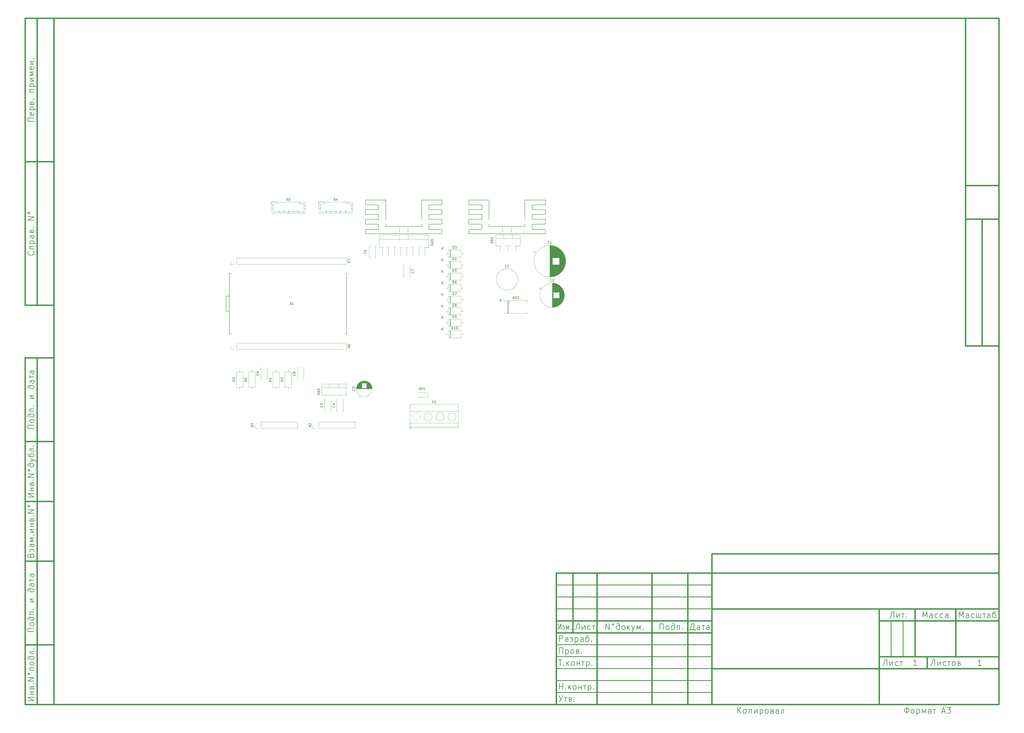
<source format=gbr>
%TF.GenerationSoftware,KiCad,Pcbnew,8.0.3*%
%TF.CreationDate,2024-08-26T14:09:17+03:00*%
%TF.ProjectId,pcb,7063622e-6b69-4636-9164-5f7063625858,rev?*%
%TF.SameCoordinates,Original*%
%TF.FileFunction,Legend,Top*%
%TF.FilePolarity,Positive*%
%FSLAX46Y46*%
G04 Gerber Fmt 4.6, Leading zero omitted, Abs format (unit mm)*
G04 Created by KiCad (PCBNEW 8.0.3) date 2024-08-26 14:09:17*
%MOMM*%
%LPD*%
G01*
G04 APERTURE LIST*
%ADD10C,0.100000*%
%ADD11C,0.600000*%
%ADD12C,0.300000*%
%ADD13C,0.250000*%
%ADD14C,0.150000*%
%ADD15C,0.200000*%
%ADD16C,0.120000*%
G04 APERTURE END LIST*
D10*
D11*
X20000000Y-292002200D02*
X414989000Y-292002200D01*
X414989000Y-5000000D01*
X20000000Y-5000000D01*
X20000000Y-292002200D01*
D10*
D11*
X8000000Y-232002200D02*
X20000000Y-232002200D01*
D10*
D11*
X8000000Y-207002200D02*
X20000000Y-207002200D01*
D10*
D11*
X8000000Y-182002200D02*
X20000000Y-182002200D01*
D10*
D11*
X400989000Y-89000000D02*
X414989000Y-89000000D01*
D10*
D11*
X400989000Y-142000000D02*
X414989000Y-142000000D01*
D10*
D11*
X400989000Y-75000000D02*
X414989000Y-75000000D01*
D10*
D11*
X400989000Y-89000000D02*
X400989000Y-142000000D01*
D10*
D11*
X407989000Y-89000000D02*
X407989000Y-142000000D01*
D10*
D11*
X400989000Y-75000000D02*
X400989000Y-89000000D01*
D10*
D11*
X400989000Y-5000000D02*
X400989000Y-75000000D01*
D10*
D11*
X8000000Y-147002200D02*
X20000000Y-147002200D01*
D10*
D11*
X8000000Y-292002200D02*
X20000000Y-292002200D01*
D10*
D11*
X8000000Y-267002200D02*
X20000000Y-267002200D01*
D10*
D11*
X294989000Y-237002200D02*
X294989000Y-292002200D01*
D10*
D11*
X284989000Y-237002200D02*
X284989000Y-292002200D01*
D10*
D11*
X269989000Y-237002200D02*
X269989000Y-292002200D01*
D10*
D11*
X246989000Y-237002200D02*
X246989000Y-292002200D01*
D10*
D11*
X236989000Y-237002200D02*
X236989000Y-262002200D01*
D10*
D12*
X229989000Y-252002200D02*
X294989000Y-252002200D01*
D10*
D12*
X229989000Y-247002200D02*
X294989000Y-247002200D01*
D10*
D12*
X229989000Y-242002200D02*
X294989000Y-242002200D01*
D10*
D11*
X229989000Y-262002200D02*
X294989000Y-262002200D01*
D10*
D11*
X229989000Y-257002200D02*
X294989000Y-257002200D01*
D10*
D12*
X229989000Y-287002200D02*
X294989000Y-287002200D01*
D10*
D12*
X229989000Y-282002200D02*
X294989000Y-282002200D01*
D10*
D12*
X229989000Y-277002200D02*
X294989000Y-277002200D01*
D10*
D12*
X229989000Y-272002200D02*
X294989000Y-272002200D01*
D10*
D12*
X229989000Y-267002200D02*
X294989000Y-267002200D01*
D10*
D11*
X294989000Y-229002200D02*
X414989000Y-229002200D01*
D10*
D11*
X294989000Y-237002200D02*
X294989000Y-229002200D01*
D10*
D11*
X229989000Y-237002200D02*
X414989000Y-237002200D01*
D10*
D11*
X8000000Y-147002200D02*
X8000000Y-292002200D01*
D10*
D11*
X13000000Y-147002200D02*
X13000000Y-292002200D01*
D10*
D12*
X369989000Y-257002200D02*
X369989000Y-272002200D01*
D10*
D12*
X374989000Y-257002200D02*
X374989000Y-272002200D01*
D10*
D11*
X379989000Y-252002200D02*
X379989000Y-272002200D01*
D10*
D11*
X396989000Y-252002200D02*
X396989000Y-272002200D01*
D10*
D11*
X364989000Y-272002200D02*
X414989000Y-272002200D01*
D10*
D11*
X364989000Y-257002200D02*
X414989000Y-257002200D01*
D10*
D11*
X364989000Y-252002200D02*
X364989000Y-292002200D01*
D10*
D11*
X294989000Y-277002200D02*
X414989000Y-277002200D01*
D10*
D11*
X294989000Y-252002200D02*
X414989000Y-252002200D01*
D10*
D11*
X229989000Y-292002200D02*
X229989000Y-237002200D01*
D10*
D11*
X384989000Y-272002200D02*
X384989000Y-277002200D01*
D10*
D11*
X8000000Y-5002200D02*
X20000000Y-5002200D01*
D10*
D11*
X8000000Y-65002200D02*
X20000000Y-65002200D01*
D10*
D11*
X8000000Y-125002200D02*
X20000000Y-125002200D01*
D10*
D11*
X8000000Y-5002200D02*
X8000000Y-125002200D01*
D10*
D11*
X13000000Y-5002200D02*
X13000000Y-125002200D01*
D10*
D13*
X250691380Y-260645747D02*
X250691380Y-258145747D01*
X250691380Y-258145747D02*
X252119951Y-260645747D01*
X252119951Y-260645747D02*
X252119951Y-258145747D01*
X253667570Y-258145747D02*
X253429475Y-258264795D01*
X253429475Y-258264795D02*
X253310428Y-258502890D01*
X253310428Y-258502890D02*
X253429475Y-258740985D01*
X253429475Y-258740985D02*
X253667570Y-258860033D01*
X253667570Y-258860033D02*
X253905666Y-258740985D01*
X253905666Y-258740985D02*
X254024713Y-258502890D01*
X254024713Y-258502890D02*
X253905666Y-258264795D01*
X253905666Y-258264795D02*
X253667570Y-258145747D01*
X256405666Y-259217176D02*
X256286618Y-259098128D01*
X256286618Y-259098128D02*
X256048523Y-258979080D01*
X256048523Y-258979080D02*
X255572332Y-258979080D01*
X255572332Y-258979080D02*
X255334237Y-259098128D01*
X255334237Y-259098128D02*
X255215190Y-259217176D01*
X255215190Y-259217176D02*
X255096142Y-259455271D01*
X255096142Y-259455271D02*
X255096142Y-260169557D01*
X255096142Y-260169557D02*
X255215190Y-260407652D01*
X255215190Y-260407652D02*
X255334237Y-260526700D01*
X255334237Y-260526700D02*
X255572332Y-260645747D01*
X255572332Y-260645747D02*
X255929475Y-260645747D01*
X255929475Y-260645747D02*
X256167571Y-260526700D01*
X256167571Y-260526700D02*
X256286618Y-260407652D01*
X256286618Y-260407652D02*
X256405666Y-260169557D01*
X256405666Y-260169557D02*
X256405666Y-258621938D01*
X256405666Y-258621938D02*
X256286618Y-258383842D01*
X256286618Y-258383842D02*
X256167571Y-258264795D01*
X256167571Y-258264795D02*
X255929475Y-258145747D01*
X255929475Y-258145747D02*
X255453285Y-258145747D01*
X255453285Y-258145747D02*
X255215190Y-258264795D01*
X257834237Y-260645747D02*
X257596142Y-260526700D01*
X257596142Y-260526700D02*
X257477095Y-260407652D01*
X257477095Y-260407652D02*
X257358047Y-260169557D01*
X257358047Y-260169557D02*
X257358047Y-259455271D01*
X257358047Y-259455271D02*
X257477095Y-259217176D01*
X257477095Y-259217176D02*
X257596142Y-259098128D01*
X257596142Y-259098128D02*
X257834237Y-258979080D01*
X257834237Y-258979080D02*
X258191380Y-258979080D01*
X258191380Y-258979080D02*
X258429476Y-259098128D01*
X258429476Y-259098128D02*
X258548523Y-259217176D01*
X258548523Y-259217176D02*
X258667571Y-259455271D01*
X258667571Y-259455271D02*
X258667571Y-260169557D01*
X258667571Y-260169557D02*
X258548523Y-260407652D01*
X258548523Y-260407652D02*
X258429476Y-260526700D01*
X258429476Y-260526700D02*
X258191380Y-260645747D01*
X258191380Y-260645747D02*
X257834237Y-260645747D01*
X259739000Y-258979080D02*
X259739000Y-260645747D01*
X259977095Y-259693366D02*
X260691381Y-260645747D01*
X260691381Y-258979080D02*
X259739000Y-259931461D01*
X261524714Y-258979080D02*
X262119952Y-260645747D01*
X262715191Y-258979080D02*
X262119952Y-260645747D01*
X262119952Y-260645747D02*
X261881857Y-261240985D01*
X261881857Y-261240985D02*
X261762810Y-261360033D01*
X261762810Y-261360033D02*
X261524714Y-261479080D01*
X263667572Y-260645747D02*
X263667572Y-258979080D01*
X263667572Y-258979080D02*
X264381857Y-260288604D01*
X264381857Y-260288604D02*
X265096143Y-258979080D01*
X265096143Y-258979080D02*
X265096143Y-260645747D01*
X266286620Y-260407652D02*
X266405667Y-260526700D01*
X266405667Y-260526700D02*
X266286620Y-260645747D01*
X266286620Y-260645747D02*
X266167572Y-260526700D01*
X266167572Y-260526700D02*
X266286620Y-260407652D01*
X266286620Y-260407652D02*
X266286620Y-260645747D01*
D10*
D13*
X10334023Y-229561723D02*
X10453071Y-229204580D01*
X10453071Y-229204580D02*
X10572119Y-229085533D01*
X10572119Y-229085533D02*
X10810214Y-228966485D01*
X10810214Y-228966485D02*
X11167357Y-228966485D01*
X11167357Y-228966485D02*
X11405452Y-229085533D01*
X11405452Y-229085533D02*
X11524500Y-229204580D01*
X11524500Y-229204580D02*
X11643547Y-229442675D01*
X11643547Y-229442675D02*
X11643547Y-230395056D01*
X11643547Y-230395056D02*
X9143547Y-230395056D01*
X9143547Y-230395056D02*
X9143547Y-229561723D01*
X9143547Y-229561723D02*
X9262595Y-229323628D01*
X9262595Y-229323628D02*
X9381642Y-229204580D01*
X9381642Y-229204580D02*
X9619738Y-229085533D01*
X9619738Y-229085533D02*
X9857833Y-229085533D01*
X9857833Y-229085533D02*
X10095928Y-229204580D01*
X10095928Y-229204580D02*
X10214976Y-229323628D01*
X10214976Y-229323628D02*
X10334023Y-229561723D01*
X10334023Y-229561723D02*
X10334023Y-230395056D01*
X10810214Y-227656961D02*
X10810214Y-227418866D01*
X10095928Y-228133152D02*
X9976880Y-227895056D01*
X9976880Y-227895056D02*
X9976880Y-227418866D01*
X9976880Y-227418866D02*
X10095928Y-227180771D01*
X10095928Y-227180771D02*
X10334023Y-227061723D01*
X10334023Y-227061723D02*
X10453071Y-227061723D01*
X10453071Y-227061723D02*
X10691166Y-227180771D01*
X10691166Y-227180771D02*
X10810214Y-227418866D01*
X10810214Y-227418866D02*
X10929261Y-227180771D01*
X10929261Y-227180771D02*
X11167357Y-227061723D01*
X11167357Y-227061723D02*
X11286404Y-227061723D01*
X11286404Y-227061723D02*
X11524500Y-227180771D01*
X11524500Y-227180771D02*
X11643547Y-227418866D01*
X11643547Y-227418866D02*
X11643547Y-227895056D01*
X11643547Y-227895056D02*
X11524500Y-228133152D01*
X11643547Y-224918866D02*
X10334023Y-224918866D01*
X10334023Y-224918866D02*
X10095928Y-225037913D01*
X10095928Y-225037913D02*
X9976880Y-225276009D01*
X9976880Y-225276009D02*
X9976880Y-225752199D01*
X9976880Y-225752199D02*
X10095928Y-225990294D01*
X11524500Y-224918866D02*
X11643547Y-225156961D01*
X11643547Y-225156961D02*
X11643547Y-225752199D01*
X11643547Y-225752199D02*
X11524500Y-225990294D01*
X11524500Y-225990294D02*
X11286404Y-226109342D01*
X11286404Y-226109342D02*
X11048309Y-226109342D01*
X11048309Y-226109342D02*
X10810214Y-225990294D01*
X10810214Y-225990294D02*
X10691166Y-225752199D01*
X10691166Y-225752199D02*
X10691166Y-225156961D01*
X10691166Y-225156961D02*
X10572119Y-224918866D01*
X11643547Y-223728389D02*
X9976880Y-223728389D01*
X9976880Y-223728389D02*
X11286404Y-223014104D01*
X11286404Y-223014104D02*
X9976880Y-222299818D01*
X9976880Y-222299818D02*
X11643547Y-222299818D01*
X11405452Y-221109341D02*
X11524500Y-220990294D01*
X11524500Y-220990294D02*
X11643547Y-221109341D01*
X11643547Y-221109341D02*
X11524500Y-221228389D01*
X11524500Y-221228389D02*
X11405452Y-221109341D01*
X11405452Y-221109341D02*
X11643547Y-221109341D01*
X9976880Y-219918865D02*
X11643547Y-219918865D01*
X11643547Y-219918865D02*
X9976880Y-218728389D01*
X9976880Y-218728389D02*
X11643547Y-218728389D01*
X10810214Y-217537913D02*
X10810214Y-216466485D01*
X9976880Y-217537913D02*
X11643547Y-217537913D01*
X9976880Y-216466485D02*
X11643547Y-216466485D01*
X10810214Y-214680770D02*
X10929261Y-214323627D01*
X10929261Y-214323627D02*
X11167357Y-214204580D01*
X11167357Y-214204580D02*
X11286404Y-214204580D01*
X11286404Y-214204580D02*
X11524500Y-214323627D01*
X11524500Y-214323627D02*
X11643547Y-214561723D01*
X11643547Y-214561723D02*
X11643547Y-215276008D01*
X11643547Y-215276008D02*
X9976880Y-215276008D01*
X9976880Y-215276008D02*
X9976880Y-214680770D01*
X9976880Y-214680770D02*
X10095928Y-214442675D01*
X10095928Y-214442675D02*
X10334023Y-214323627D01*
X10334023Y-214323627D02*
X10453071Y-214323627D01*
X10453071Y-214323627D02*
X10691166Y-214442675D01*
X10691166Y-214442675D02*
X10810214Y-214680770D01*
X10810214Y-214680770D02*
X10810214Y-215276008D01*
X11405452Y-213133151D02*
X11524500Y-213014104D01*
X11524500Y-213014104D02*
X11643547Y-213133151D01*
X11643547Y-213133151D02*
X11524500Y-213252199D01*
X11524500Y-213252199D02*
X11405452Y-213133151D01*
X11405452Y-213133151D02*
X11643547Y-213133151D01*
X11643547Y-211942675D02*
X9143547Y-211942675D01*
X9143547Y-211942675D02*
X11643547Y-210514104D01*
X11643547Y-210514104D02*
X9143547Y-210514104D01*
X9143547Y-208966485D02*
X9262595Y-209204580D01*
X9262595Y-209204580D02*
X9500690Y-209323627D01*
X9500690Y-209323627D02*
X9738785Y-209204580D01*
X9738785Y-209204580D02*
X9857833Y-208966485D01*
X9857833Y-208966485D02*
X9738785Y-208728389D01*
X9738785Y-208728389D02*
X9500690Y-208609342D01*
X9500690Y-208609342D02*
X9262595Y-208728389D01*
X9262595Y-208728389D02*
X9143547Y-208966485D01*
D10*
D13*
X287965190Y-261240985D02*
X287965190Y-260645747D01*
X287965190Y-260645747D02*
X285822332Y-260645747D01*
X285822332Y-260645747D02*
X285822332Y-261240985D01*
X287488999Y-260645747D02*
X287488999Y-258145747D01*
X287488999Y-258145747D02*
X286893761Y-258145747D01*
X286893761Y-258145747D02*
X286655666Y-258264795D01*
X286655666Y-258264795D02*
X286536618Y-258383842D01*
X286536618Y-258383842D02*
X286417570Y-258621938D01*
X286417570Y-258621938D02*
X286179475Y-260645747D01*
X289988999Y-260645747D02*
X289988999Y-259336223D01*
X289988999Y-259336223D02*
X289869952Y-259098128D01*
X289869952Y-259098128D02*
X289631856Y-258979080D01*
X289631856Y-258979080D02*
X289155666Y-258979080D01*
X289155666Y-258979080D02*
X288917571Y-259098128D01*
X289988999Y-260526700D02*
X289750904Y-260645747D01*
X289750904Y-260645747D02*
X289155666Y-260645747D01*
X289155666Y-260645747D02*
X288917571Y-260526700D01*
X288917571Y-260526700D02*
X288798523Y-260288604D01*
X288798523Y-260288604D02*
X288798523Y-260050509D01*
X288798523Y-260050509D02*
X288917571Y-259812414D01*
X288917571Y-259812414D02*
X289155666Y-259693366D01*
X289155666Y-259693366D02*
X289750904Y-259693366D01*
X289750904Y-259693366D02*
X289988999Y-259574319D01*
X290822333Y-258979080D02*
X292012809Y-258979080D01*
X291417571Y-258979080D02*
X291417571Y-260645747D01*
X293917571Y-260645747D02*
X293917571Y-259336223D01*
X293917571Y-259336223D02*
X293798524Y-259098128D01*
X293798524Y-259098128D02*
X293560428Y-258979080D01*
X293560428Y-258979080D02*
X293084238Y-258979080D01*
X293084238Y-258979080D02*
X292846143Y-259098128D01*
X293917571Y-260526700D02*
X293679476Y-260645747D01*
X293679476Y-260645747D02*
X293084238Y-260645747D01*
X293084238Y-260645747D02*
X292846143Y-260526700D01*
X292846143Y-260526700D02*
X292727095Y-260288604D01*
X292727095Y-260288604D02*
X292727095Y-260050509D01*
X292727095Y-260050509D02*
X292846143Y-259812414D01*
X292846143Y-259812414D02*
X293084238Y-259693366D01*
X293084238Y-259693366D02*
X293679476Y-259693366D01*
X293679476Y-259693366D02*
X293917571Y-259574319D01*
D10*
D13*
X230909634Y-258145747D02*
X230909634Y-260645747D01*
X230909634Y-260645747D02*
X231941380Y-258145747D01*
X231941380Y-258145747D02*
X231941380Y-260645747D01*
X232973127Y-259812414D02*
X233145084Y-259812414D01*
X232629211Y-259098128D02*
X232801169Y-258979080D01*
X232801169Y-258979080D02*
X233145084Y-258979080D01*
X233145084Y-258979080D02*
X233317042Y-259098128D01*
X233317042Y-259098128D02*
X233403021Y-259336223D01*
X233403021Y-259336223D02*
X233403021Y-259455271D01*
X233403021Y-259455271D02*
X233317042Y-259693366D01*
X233317042Y-259693366D02*
X233145084Y-259812414D01*
X233145084Y-259812414D02*
X233317042Y-259931461D01*
X233317042Y-259931461D02*
X233403021Y-260169557D01*
X233403021Y-260169557D02*
X233403021Y-260288604D01*
X233403021Y-260288604D02*
X233317042Y-260526700D01*
X233317042Y-260526700D02*
X233145084Y-260645747D01*
X233145084Y-260645747D02*
X232801169Y-260645747D01*
X232801169Y-260645747D02*
X232629211Y-260526700D01*
X234176831Y-260645747D02*
X234176831Y-258979080D01*
X234176831Y-258979080D02*
X234692704Y-260288604D01*
X234692704Y-260288604D02*
X235208577Y-258979080D01*
X235208577Y-258979080D02*
X235208577Y-260645747D01*
X236068366Y-260407652D02*
X236154345Y-260526700D01*
X236154345Y-260526700D02*
X236068366Y-260645747D01*
X236068366Y-260645747D02*
X235982387Y-260526700D01*
X235982387Y-260526700D02*
X236068366Y-260407652D01*
X236068366Y-260407652D02*
X236068366Y-260645747D01*
D10*
D13*
X9143547Y-205156961D02*
X11643547Y-205156961D01*
X11643547Y-205156961D02*
X9143547Y-203728390D01*
X9143547Y-203728390D02*
X11643547Y-203728390D01*
X10810214Y-202537913D02*
X10810214Y-201466485D01*
X9976880Y-202537913D02*
X11643547Y-202537913D01*
X9976880Y-201466485D02*
X11643547Y-201466485D01*
X10810214Y-199680770D02*
X10929261Y-199323627D01*
X10929261Y-199323627D02*
X11167357Y-199204580D01*
X11167357Y-199204580D02*
X11286404Y-199204580D01*
X11286404Y-199204580D02*
X11524500Y-199323627D01*
X11524500Y-199323627D02*
X11643547Y-199561723D01*
X11643547Y-199561723D02*
X11643547Y-200276008D01*
X11643547Y-200276008D02*
X9976880Y-200276008D01*
X9976880Y-200276008D02*
X9976880Y-199680770D01*
X9976880Y-199680770D02*
X10095928Y-199442675D01*
X10095928Y-199442675D02*
X10334023Y-199323627D01*
X10334023Y-199323627D02*
X10453071Y-199323627D01*
X10453071Y-199323627D02*
X10691166Y-199442675D01*
X10691166Y-199442675D02*
X10810214Y-199680770D01*
X10810214Y-199680770D02*
X10810214Y-200276008D01*
X11405452Y-198133151D02*
X11524500Y-198014104D01*
X11524500Y-198014104D02*
X11643547Y-198133151D01*
X11643547Y-198133151D02*
X11524500Y-198252199D01*
X11524500Y-198252199D02*
X11405452Y-198133151D01*
X11405452Y-198133151D02*
X11643547Y-198133151D01*
X11643547Y-196942675D02*
X9143547Y-196942675D01*
X9143547Y-196942675D02*
X11643547Y-195514104D01*
X11643547Y-195514104D02*
X9143547Y-195514104D01*
X9143547Y-193966485D02*
X9262595Y-194204580D01*
X9262595Y-194204580D02*
X9500690Y-194323627D01*
X9500690Y-194323627D02*
X9738785Y-194204580D01*
X9738785Y-194204580D02*
X9857833Y-193966485D01*
X9857833Y-193966485D02*
X9738785Y-193728389D01*
X9738785Y-193728389D02*
X9500690Y-193609342D01*
X9500690Y-193609342D02*
X9262595Y-193728389D01*
X9262595Y-193728389D02*
X9143547Y-193966485D01*
X10214976Y-191228389D02*
X10095928Y-191347437D01*
X10095928Y-191347437D02*
X9976880Y-191585532D01*
X9976880Y-191585532D02*
X9976880Y-192061723D01*
X9976880Y-192061723D02*
X10095928Y-192299818D01*
X10095928Y-192299818D02*
X10214976Y-192418865D01*
X10214976Y-192418865D02*
X10453071Y-192537913D01*
X10453071Y-192537913D02*
X11167357Y-192537913D01*
X11167357Y-192537913D02*
X11405452Y-192418865D01*
X11405452Y-192418865D02*
X11524500Y-192299818D01*
X11524500Y-192299818D02*
X11643547Y-192061723D01*
X11643547Y-192061723D02*
X11643547Y-191704580D01*
X11643547Y-191704580D02*
X11524500Y-191466484D01*
X11524500Y-191466484D02*
X11405452Y-191347437D01*
X11405452Y-191347437D02*
X11167357Y-191228389D01*
X11167357Y-191228389D02*
X9619738Y-191228389D01*
X9619738Y-191228389D02*
X9381642Y-191347437D01*
X9381642Y-191347437D02*
X9262595Y-191466484D01*
X9262595Y-191466484D02*
X9143547Y-191704580D01*
X9143547Y-191704580D02*
X9143547Y-192180770D01*
X9143547Y-192180770D02*
X9262595Y-192418865D01*
X9976880Y-190395056D02*
X11643547Y-189799818D01*
X9976880Y-189204579D02*
X11643547Y-189799818D01*
X11643547Y-189799818D02*
X12238785Y-190037913D01*
X12238785Y-190037913D02*
X12357833Y-190156960D01*
X12357833Y-190156960D02*
X12476880Y-190395056D01*
X9024500Y-187061722D02*
X9143547Y-187180770D01*
X9143547Y-187180770D02*
X9262595Y-187418865D01*
X9262595Y-187418865D02*
X9262595Y-187895056D01*
X9262595Y-187895056D02*
X9381642Y-188133151D01*
X9381642Y-188133151D02*
X9500690Y-188252198D01*
X9500690Y-188252198D02*
X9738785Y-188371246D01*
X9738785Y-188371246D02*
X11167357Y-188371246D01*
X11167357Y-188371246D02*
X11405452Y-188252198D01*
X11405452Y-188252198D02*
X11524500Y-188133151D01*
X11524500Y-188133151D02*
X11643547Y-187895056D01*
X11643547Y-187895056D02*
X11643547Y-187537913D01*
X11643547Y-187537913D02*
X11524500Y-187299817D01*
X11524500Y-187299817D02*
X11405452Y-187180770D01*
X11405452Y-187180770D02*
X11167357Y-187061722D01*
X11167357Y-187061722D02*
X10453071Y-187061722D01*
X10453071Y-187061722D02*
X10214976Y-187180770D01*
X10214976Y-187180770D02*
X10095928Y-187299817D01*
X10095928Y-187299817D02*
X9976880Y-187537913D01*
X9976880Y-187537913D02*
X9976880Y-188014103D01*
X9976880Y-188014103D02*
X10095928Y-188252198D01*
X10095928Y-188252198D02*
X10214976Y-188371246D01*
X11643547Y-185037912D02*
X9976880Y-185037912D01*
X9976880Y-185037912D02*
X9976880Y-185395055D01*
X9976880Y-185395055D02*
X10095928Y-185633151D01*
X10095928Y-185633151D02*
X10334023Y-185752198D01*
X10334023Y-185752198D02*
X11286404Y-185871246D01*
X11286404Y-185871246D02*
X11524500Y-185990293D01*
X11524500Y-185990293D02*
X11643547Y-186228389D01*
X11405452Y-183847436D02*
X11524500Y-183728389D01*
X11524500Y-183728389D02*
X11643547Y-183847436D01*
X11643547Y-183847436D02*
X11524500Y-183966484D01*
X11524500Y-183966484D02*
X11405452Y-183847436D01*
X11405452Y-183847436D02*
X11643547Y-183847436D01*
D10*
D13*
X9143547Y-290335533D02*
X11643547Y-290335533D01*
X11643547Y-290335533D02*
X9143547Y-288906962D01*
X9143547Y-288906962D02*
X11643547Y-288906962D01*
X10810214Y-287716485D02*
X10810214Y-286645057D01*
X9976880Y-287716485D02*
X11643547Y-287716485D01*
X9976880Y-286645057D02*
X11643547Y-286645057D01*
X10810214Y-284859342D02*
X10929261Y-284502199D01*
X10929261Y-284502199D02*
X11167357Y-284383152D01*
X11167357Y-284383152D02*
X11286404Y-284383152D01*
X11286404Y-284383152D02*
X11524500Y-284502199D01*
X11524500Y-284502199D02*
X11643547Y-284740295D01*
X11643547Y-284740295D02*
X11643547Y-285454580D01*
X11643547Y-285454580D02*
X9976880Y-285454580D01*
X9976880Y-285454580D02*
X9976880Y-284859342D01*
X9976880Y-284859342D02*
X10095928Y-284621247D01*
X10095928Y-284621247D02*
X10334023Y-284502199D01*
X10334023Y-284502199D02*
X10453071Y-284502199D01*
X10453071Y-284502199D02*
X10691166Y-284621247D01*
X10691166Y-284621247D02*
X10810214Y-284859342D01*
X10810214Y-284859342D02*
X10810214Y-285454580D01*
X11405452Y-283311723D02*
X11524500Y-283192676D01*
X11524500Y-283192676D02*
X11643547Y-283311723D01*
X11643547Y-283311723D02*
X11524500Y-283430771D01*
X11524500Y-283430771D02*
X11405452Y-283311723D01*
X11405452Y-283311723D02*
X11643547Y-283311723D01*
X11643547Y-282121247D02*
X9143547Y-282121247D01*
X9143547Y-282121247D02*
X11643547Y-280692676D01*
X11643547Y-280692676D02*
X9143547Y-280692676D01*
X9143547Y-279145057D02*
X9262595Y-279383152D01*
X9262595Y-279383152D02*
X9500690Y-279502199D01*
X9500690Y-279502199D02*
X9738785Y-279383152D01*
X9738785Y-279383152D02*
X9857833Y-279145057D01*
X9857833Y-279145057D02*
X9738785Y-278906961D01*
X9738785Y-278906961D02*
X9500690Y-278787914D01*
X9500690Y-278787914D02*
X9262595Y-278906961D01*
X9262595Y-278906961D02*
X9143547Y-279145057D01*
X11643547Y-277597437D02*
X9976880Y-277597437D01*
X9976880Y-277597437D02*
X9976880Y-276526009D01*
X9976880Y-276526009D02*
X11643547Y-276526009D01*
X11643547Y-274978390D02*
X11524500Y-275216485D01*
X11524500Y-275216485D02*
X11405452Y-275335532D01*
X11405452Y-275335532D02*
X11167357Y-275454580D01*
X11167357Y-275454580D02*
X10453071Y-275454580D01*
X10453071Y-275454580D02*
X10214976Y-275335532D01*
X10214976Y-275335532D02*
X10095928Y-275216485D01*
X10095928Y-275216485D02*
X9976880Y-274978390D01*
X9976880Y-274978390D02*
X9976880Y-274621247D01*
X9976880Y-274621247D02*
X10095928Y-274383151D01*
X10095928Y-274383151D02*
X10214976Y-274264104D01*
X10214976Y-274264104D02*
X10453071Y-274145056D01*
X10453071Y-274145056D02*
X11167357Y-274145056D01*
X11167357Y-274145056D02*
X11405452Y-274264104D01*
X11405452Y-274264104D02*
X11524500Y-274383151D01*
X11524500Y-274383151D02*
X11643547Y-274621247D01*
X11643547Y-274621247D02*
X11643547Y-274978390D01*
X10214976Y-271883151D02*
X10095928Y-272002199D01*
X10095928Y-272002199D02*
X9976880Y-272240294D01*
X9976880Y-272240294D02*
X9976880Y-272716485D01*
X9976880Y-272716485D02*
X10095928Y-272954580D01*
X10095928Y-272954580D02*
X10214976Y-273073627D01*
X10214976Y-273073627D02*
X10453071Y-273192675D01*
X10453071Y-273192675D02*
X11167357Y-273192675D01*
X11167357Y-273192675D02*
X11405452Y-273073627D01*
X11405452Y-273073627D02*
X11524500Y-272954580D01*
X11524500Y-272954580D02*
X11643547Y-272716485D01*
X11643547Y-272716485D02*
X11643547Y-272359342D01*
X11643547Y-272359342D02*
X11524500Y-272121246D01*
X11524500Y-272121246D02*
X11405452Y-272002199D01*
X11405452Y-272002199D02*
X11167357Y-271883151D01*
X11167357Y-271883151D02*
X9619738Y-271883151D01*
X9619738Y-271883151D02*
X9381642Y-272002199D01*
X9381642Y-272002199D02*
X9262595Y-272121246D01*
X9262595Y-272121246D02*
X9143547Y-272359342D01*
X9143547Y-272359342D02*
X9143547Y-272835532D01*
X9143547Y-272835532D02*
X9262595Y-273073627D01*
X11643547Y-269859341D02*
X9976880Y-269859341D01*
X9976880Y-269859341D02*
X9976880Y-270216484D01*
X9976880Y-270216484D02*
X10095928Y-270454580D01*
X10095928Y-270454580D02*
X10334023Y-270573627D01*
X10334023Y-270573627D02*
X11286404Y-270692675D01*
X11286404Y-270692675D02*
X11524500Y-270811722D01*
X11524500Y-270811722D02*
X11643547Y-271049818D01*
X11405452Y-268668865D02*
X11524500Y-268549818D01*
X11524500Y-268549818D02*
X11643547Y-268668865D01*
X11643547Y-268668865D02*
X11524500Y-268787913D01*
X11524500Y-268787913D02*
X11405452Y-268668865D01*
X11405452Y-268668865D02*
X11643547Y-268668865D01*
D10*
D13*
X305748711Y-295645747D02*
X305748711Y-293145747D01*
X307177282Y-295645747D02*
X306105853Y-294217176D01*
X307177282Y-293145747D02*
X305748711Y-294574319D01*
X308605853Y-295645747D02*
X308367758Y-295526700D01*
X308367758Y-295526700D02*
X308248711Y-295407652D01*
X308248711Y-295407652D02*
X308129663Y-295169557D01*
X308129663Y-295169557D02*
X308129663Y-294455271D01*
X308129663Y-294455271D02*
X308248711Y-294217176D01*
X308248711Y-294217176D02*
X308367758Y-294098128D01*
X308367758Y-294098128D02*
X308605853Y-293979080D01*
X308605853Y-293979080D02*
X308962996Y-293979080D01*
X308962996Y-293979080D02*
X309201092Y-294098128D01*
X309201092Y-294098128D02*
X309320139Y-294217176D01*
X309320139Y-294217176D02*
X309439187Y-294455271D01*
X309439187Y-294455271D02*
X309439187Y-295169557D01*
X309439187Y-295169557D02*
X309320139Y-295407652D01*
X309320139Y-295407652D02*
X309201092Y-295526700D01*
X309201092Y-295526700D02*
X308962996Y-295645747D01*
X308962996Y-295645747D02*
X308605853Y-295645747D01*
X310510616Y-295645747D02*
X310510616Y-293979080D01*
X310510616Y-293979080D02*
X311582044Y-293979080D01*
X311582044Y-293979080D02*
X311582044Y-295645747D01*
X312772521Y-293979080D02*
X312772521Y-295645747D01*
X312772521Y-295645747D02*
X313962997Y-293979080D01*
X313962997Y-293979080D02*
X313962997Y-295645747D01*
X315153473Y-293979080D02*
X315153473Y-296479080D01*
X315153473Y-294098128D02*
X315391568Y-293979080D01*
X315391568Y-293979080D02*
X315867758Y-293979080D01*
X315867758Y-293979080D02*
X316105854Y-294098128D01*
X316105854Y-294098128D02*
X316224901Y-294217176D01*
X316224901Y-294217176D02*
X316343949Y-294455271D01*
X316343949Y-294455271D02*
X316343949Y-295169557D01*
X316343949Y-295169557D02*
X316224901Y-295407652D01*
X316224901Y-295407652D02*
X316105854Y-295526700D01*
X316105854Y-295526700D02*
X315867758Y-295645747D01*
X315867758Y-295645747D02*
X315391568Y-295645747D01*
X315391568Y-295645747D02*
X315153473Y-295526700D01*
X317772520Y-295645747D02*
X317534425Y-295526700D01*
X317534425Y-295526700D02*
X317415378Y-295407652D01*
X317415378Y-295407652D02*
X317296330Y-295169557D01*
X317296330Y-295169557D02*
X317296330Y-294455271D01*
X317296330Y-294455271D02*
X317415378Y-294217176D01*
X317415378Y-294217176D02*
X317534425Y-294098128D01*
X317534425Y-294098128D02*
X317772520Y-293979080D01*
X317772520Y-293979080D02*
X318129663Y-293979080D01*
X318129663Y-293979080D02*
X318367759Y-294098128D01*
X318367759Y-294098128D02*
X318486806Y-294217176D01*
X318486806Y-294217176D02*
X318605854Y-294455271D01*
X318605854Y-294455271D02*
X318605854Y-295169557D01*
X318605854Y-295169557D02*
X318486806Y-295407652D01*
X318486806Y-295407652D02*
X318367759Y-295526700D01*
X318367759Y-295526700D02*
X318129663Y-295645747D01*
X318129663Y-295645747D02*
X317772520Y-295645747D01*
X320272521Y-294812414D02*
X320629664Y-294931461D01*
X320629664Y-294931461D02*
X320748711Y-295169557D01*
X320748711Y-295169557D02*
X320748711Y-295288604D01*
X320748711Y-295288604D02*
X320629664Y-295526700D01*
X320629664Y-295526700D02*
X320391568Y-295645747D01*
X320391568Y-295645747D02*
X319677283Y-295645747D01*
X319677283Y-295645747D02*
X319677283Y-293979080D01*
X319677283Y-293979080D02*
X320272521Y-293979080D01*
X320272521Y-293979080D02*
X320510616Y-294098128D01*
X320510616Y-294098128D02*
X320629664Y-294336223D01*
X320629664Y-294336223D02*
X320629664Y-294455271D01*
X320629664Y-294455271D02*
X320510616Y-294693366D01*
X320510616Y-294693366D02*
X320272521Y-294812414D01*
X320272521Y-294812414D02*
X319677283Y-294812414D01*
X322891568Y-295645747D02*
X322891568Y-294336223D01*
X322891568Y-294336223D02*
X322772521Y-294098128D01*
X322772521Y-294098128D02*
X322534425Y-293979080D01*
X322534425Y-293979080D02*
X322058235Y-293979080D01*
X322058235Y-293979080D02*
X321820140Y-294098128D01*
X322891568Y-295526700D02*
X322653473Y-295645747D01*
X322653473Y-295645747D02*
X322058235Y-295645747D01*
X322058235Y-295645747D02*
X321820140Y-295526700D01*
X321820140Y-295526700D02*
X321701092Y-295288604D01*
X321701092Y-295288604D02*
X321701092Y-295050509D01*
X321701092Y-295050509D02*
X321820140Y-294812414D01*
X321820140Y-294812414D02*
X322058235Y-294693366D01*
X322058235Y-294693366D02*
X322653473Y-294693366D01*
X322653473Y-294693366D02*
X322891568Y-294574319D01*
X325034426Y-295645747D02*
X325034426Y-293979080D01*
X325034426Y-293979080D02*
X324677283Y-293979080D01*
X324677283Y-293979080D02*
X324439187Y-294098128D01*
X324439187Y-294098128D02*
X324320140Y-294336223D01*
X324320140Y-294336223D02*
X324201092Y-295288604D01*
X324201092Y-295288604D02*
X324082045Y-295526700D01*
X324082045Y-295526700D02*
X323843949Y-295645747D01*
D10*
D13*
X368177282Y-275645747D02*
X368177282Y-273145747D01*
X368177282Y-273145747D02*
X367820139Y-273145747D01*
X367820139Y-273145747D02*
X367462996Y-273264795D01*
X367462996Y-273264795D02*
X367224901Y-273502890D01*
X367224901Y-273502890D02*
X367105853Y-273860033D01*
X367105853Y-273860033D02*
X366867758Y-275288604D01*
X366867758Y-275288604D02*
X366748711Y-275526700D01*
X366748711Y-275526700D02*
X366510615Y-275645747D01*
X366510615Y-275645747D02*
X366391568Y-275645747D01*
X369367759Y-273979080D02*
X369367759Y-275645747D01*
X369367759Y-275645747D02*
X370558235Y-273979080D01*
X370558235Y-273979080D02*
X370558235Y-275645747D01*
X372820139Y-275526700D02*
X372582044Y-275645747D01*
X372582044Y-275645747D02*
X372105853Y-275645747D01*
X372105853Y-275645747D02*
X371867758Y-275526700D01*
X371867758Y-275526700D02*
X371748711Y-275407652D01*
X371748711Y-275407652D02*
X371629663Y-275169557D01*
X371629663Y-275169557D02*
X371629663Y-274455271D01*
X371629663Y-274455271D02*
X371748711Y-274217176D01*
X371748711Y-274217176D02*
X371867758Y-274098128D01*
X371867758Y-274098128D02*
X372105853Y-273979080D01*
X372105853Y-273979080D02*
X372582044Y-273979080D01*
X372582044Y-273979080D02*
X372820139Y-274098128D01*
X373534425Y-273979080D02*
X374724901Y-273979080D01*
X374129663Y-273979080D02*
X374129663Y-275645747D01*
D10*
D13*
X239608047Y-260645747D02*
X239608047Y-258145747D01*
X239608047Y-258145747D02*
X239250904Y-258145747D01*
X239250904Y-258145747D02*
X238893761Y-258264795D01*
X238893761Y-258264795D02*
X238655666Y-258502890D01*
X238655666Y-258502890D02*
X238536618Y-258860033D01*
X238536618Y-258860033D02*
X238298523Y-260288604D01*
X238298523Y-260288604D02*
X238179476Y-260526700D01*
X238179476Y-260526700D02*
X237941380Y-260645747D01*
X237941380Y-260645747D02*
X237822333Y-260645747D01*
X240798524Y-258979080D02*
X240798524Y-260645747D01*
X240798524Y-260645747D02*
X241989000Y-258979080D01*
X241989000Y-258979080D02*
X241989000Y-260645747D01*
X244250904Y-260526700D02*
X244012809Y-260645747D01*
X244012809Y-260645747D02*
X243536618Y-260645747D01*
X243536618Y-260645747D02*
X243298523Y-260526700D01*
X243298523Y-260526700D02*
X243179476Y-260407652D01*
X243179476Y-260407652D02*
X243060428Y-260169557D01*
X243060428Y-260169557D02*
X243060428Y-259455271D01*
X243060428Y-259455271D02*
X243179476Y-259217176D01*
X243179476Y-259217176D02*
X243298523Y-259098128D01*
X243298523Y-259098128D02*
X243536618Y-258979080D01*
X243536618Y-258979080D02*
X244012809Y-258979080D01*
X244012809Y-258979080D02*
X244250904Y-259098128D01*
X244965190Y-258979080D02*
X246155666Y-258979080D01*
X245560428Y-258979080D02*
X245560428Y-260645747D01*
D10*
D13*
X388177282Y-275645747D02*
X388177282Y-273145747D01*
X388177282Y-273145747D02*
X387820139Y-273145747D01*
X387820139Y-273145747D02*
X387462996Y-273264795D01*
X387462996Y-273264795D02*
X387224901Y-273502890D01*
X387224901Y-273502890D02*
X387105853Y-273860033D01*
X387105853Y-273860033D02*
X386867758Y-275288604D01*
X386867758Y-275288604D02*
X386748711Y-275526700D01*
X386748711Y-275526700D02*
X386510615Y-275645747D01*
X386510615Y-275645747D02*
X386391568Y-275645747D01*
X389367759Y-273979080D02*
X389367759Y-275645747D01*
X389367759Y-275645747D02*
X390558235Y-273979080D01*
X390558235Y-273979080D02*
X390558235Y-275645747D01*
X392820139Y-275526700D02*
X392582044Y-275645747D01*
X392582044Y-275645747D02*
X392105853Y-275645747D01*
X392105853Y-275645747D02*
X391867758Y-275526700D01*
X391867758Y-275526700D02*
X391748711Y-275407652D01*
X391748711Y-275407652D02*
X391629663Y-275169557D01*
X391629663Y-275169557D02*
X391629663Y-274455271D01*
X391629663Y-274455271D02*
X391748711Y-274217176D01*
X391748711Y-274217176D02*
X391867758Y-274098128D01*
X391867758Y-274098128D02*
X392105853Y-273979080D01*
X392105853Y-273979080D02*
X392582044Y-273979080D01*
X392582044Y-273979080D02*
X392820139Y-274098128D01*
X393534425Y-273979080D02*
X394724901Y-273979080D01*
X394129663Y-273979080D02*
X394129663Y-275645747D01*
X395915377Y-275645747D02*
X395677282Y-275526700D01*
X395677282Y-275526700D02*
X395558235Y-275407652D01*
X395558235Y-275407652D02*
X395439187Y-275169557D01*
X395439187Y-275169557D02*
X395439187Y-274455271D01*
X395439187Y-274455271D02*
X395558235Y-274217176D01*
X395558235Y-274217176D02*
X395677282Y-274098128D01*
X395677282Y-274098128D02*
X395915377Y-273979080D01*
X395915377Y-273979080D02*
X396272520Y-273979080D01*
X396272520Y-273979080D02*
X396510616Y-274098128D01*
X396510616Y-274098128D02*
X396629663Y-274217176D01*
X396629663Y-274217176D02*
X396748711Y-274455271D01*
X396748711Y-274455271D02*
X396748711Y-275169557D01*
X396748711Y-275169557D02*
X396629663Y-275407652D01*
X396629663Y-275407652D02*
X396510616Y-275526700D01*
X396510616Y-275526700D02*
X396272520Y-275645747D01*
X396272520Y-275645747D02*
X395915377Y-275645747D01*
X398415378Y-274812414D02*
X398772521Y-274931461D01*
X398772521Y-274931461D02*
X398891568Y-275169557D01*
X398891568Y-275169557D02*
X398891568Y-275288604D01*
X398891568Y-275288604D02*
X398772521Y-275526700D01*
X398772521Y-275526700D02*
X398534425Y-275645747D01*
X398534425Y-275645747D02*
X397820140Y-275645747D01*
X397820140Y-275645747D02*
X397820140Y-273979080D01*
X397820140Y-273979080D02*
X398415378Y-273979080D01*
X398415378Y-273979080D02*
X398653473Y-274098128D01*
X398653473Y-274098128D02*
X398772521Y-274336223D01*
X398772521Y-274336223D02*
X398772521Y-274455271D01*
X398772521Y-274455271D02*
X398653473Y-274693366D01*
X398653473Y-274693366D02*
X398415378Y-274812414D01*
X398415378Y-274812414D02*
X397820140Y-274812414D01*
D10*
D13*
X371084238Y-255645747D02*
X371084238Y-253145747D01*
X371084238Y-253145747D02*
X370727095Y-253145747D01*
X370727095Y-253145747D02*
X370369952Y-253264795D01*
X370369952Y-253264795D02*
X370131857Y-253502890D01*
X370131857Y-253502890D02*
X370012809Y-253860033D01*
X370012809Y-253860033D02*
X369774714Y-255288604D01*
X369774714Y-255288604D02*
X369655667Y-255526700D01*
X369655667Y-255526700D02*
X369417571Y-255645747D01*
X369417571Y-255645747D02*
X369298524Y-255645747D01*
X372274715Y-253979080D02*
X372274715Y-255645747D01*
X372274715Y-255645747D02*
X373465191Y-253979080D01*
X373465191Y-253979080D02*
X373465191Y-255645747D01*
X374298524Y-253979080D02*
X375489000Y-253979080D01*
X374893762Y-253979080D02*
X374893762Y-255645747D01*
X376322334Y-255407652D02*
X376441381Y-255526700D01*
X376441381Y-255526700D02*
X376322334Y-255645747D01*
X376322334Y-255645747D02*
X376203286Y-255526700D01*
X376203286Y-255526700D02*
X376322334Y-255407652D01*
X376322334Y-255407652D02*
X376322334Y-255645747D01*
D10*
D13*
X383250905Y-255645747D02*
X383250905Y-253145747D01*
X383250905Y-253145747D02*
X384084238Y-254931461D01*
X384084238Y-254931461D02*
X384917571Y-253145747D01*
X384917571Y-253145747D02*
X384917571Y-255645747D01*
X387179476Y-255645747D02*
X387179476Y-254336223D01*
X387179476Y-254336223D02*
X387060429Y-254098128D01*
X387060429Y-254098128D02*
X386822333Y-253979080D01*
X386822333Y-253979080D02*
X386346143Y-253979080D01*
X386346143Y-253979080D02*
X386108048Y-254098128D01*
X387179476Y-255526700D02*
X386941381Y-255645747D01*
X386941381Y-255645747D02*
X386346143Y-255645747D01*
X386346143Y-255645747D02*
X386108048Y-255526700D01*
X386108048Y-255526700D02*
X385989000Y-255288604D01*
X385989000Y-255288604D02*
X385989000Y-255050509D01*
X385989000Y-255050509D02*
X386108048Y-254812414D01*
X386108048Y-254812414D02*
X386346143Y-254693366D01*
X386346143Y-254693366D02*
X386941381Y-254693366D01*
X386941381Y-254693366D02*
X387179476Y-254574319D01*
X389441381Y-255526700D02*
X389203286Y-255645747D01*
X389203286Y-255645747D02*
X388727095Y-255645747D01*
X388727095Y-255645747D02*
X388489000Y-255526700D01*
X388489000Y-255526700D02*
X388369953Y-255407652D01*
X388369953Y-255407652D02*
X388250905Y-255169557D01*
X388250905Y-255169557D02*
X388250905Y-254455271D01*
X388250905Y-254455271D02*
X388369953Y-254217176D01*
X388369953Y-254217176D02*
X388489000Y-254098128D01*
X388489000Y-254098128D02*
X388727095Y-253979080D01*
X388727095Y-253979080D02*
X389203286Y-253979080D01*
X389203286Y-253979080D02*
X389441381Y-254098128D01*
X391584238Y-255526700D02*
X391346143Y-255645747D01*
X391346143Y-255645747D02*
X390869952Y-255645747D01*
X390869952Y-255645747D02*
X390631857Y-255526700D01*
X390631857Y-255526700D02*
X390512810Y-255407652D01*
X390512810Y-255407652D02*
X390393762Y-255169557D01*
X390393762Y-255169557D02*
X390393762Y-254455271D01*
X390393762Y-254455271D02*
X390512810Y-254217176D01*
X390512810Y-254217176D02*
X390631857Y-254098128D01*
X390631857Y-254098128D02*
X390869952Y-253979080D01*
X390869952Y-253979080D02*
X391346143Y-253979080D01*
X391346143Y-253979080D02*
X391584238Y-254098128D01*
X393727095Y-255645747D02*
X393727095Y-254336223D01*
X393727095Y-254336223D02*
X393608048Y-254098128D01*
X393608048Y-254098128D02*
X393369952Y-253979080D01*
X393369952Y-253979080D02*
X392893762Y-253979080D01*
X392893762Y-253979080D02*
X392655667Y-254098128D01*
X393727095Y-255526700D02*
X393489000Y-255645747D01*
X393489000Y-255645747D02*
X392893762Y-255645747D01*
X392893762Y-255645747D02*
X392655667Y-255526700D01*
X392655667Y-255526700D02*
X392536619Y-255288604D01*
X392536619Y-255288604D02*
X392536619Y-255050509D01*
X392536619Y-255050509D02*
X392655667Y-254812414D01*
X392655667Y-254812414D02*
X392893762Y-254693366D01*
X392893762Y-254693366D02*
X393489000Y-254693366D01*
X393489000Y-254693366D02*
X393727095Y-254574319D01*
D10*
D13*
X398429476Y-255645747D02*
X398429476Y-253145747D01*
X398429476Y-253145747D02*
X399262809Y-254931461D01*
X399262809Y-254931461D02*
X400096142Y-253145747D01*
X400096142Y-253145747D02*
X400096142Y-255645747D01*
X402358047Y-255645747D02*
X402358047Y-254336223D01*
X402358047Y-254336223D02*
X402239000Y-254098128D01*
X402239000Y-254098128D02*
X402000904Y-253979080D01*
X402000904Y-253979080D02*
X401524714Y-253979080D01*
X401524714Y-253979080D02*
X401286619Y-254098128D01*
X402358047Y-255526700D02*
X402119952Y-255645747D01*
X402119952Y-255645747D02*
X401524714Y-255645747D01*
X401524714Y-255645747D02*
X401286619Y-255526700D01*
X401286619Y-255526700D02*
X401167571Y-255288604D01*
X401167571Y-255288604D02*
X401167571Y-255050509D01*
X401167571Y-255050509D02*
X401286619Y-254812414D01*
X401286619Y-254812414D02*
X401524714Y-254693366D01*
X401524714Y-254693366D02*
X402119952Y-254693366D01*
X402119952Y-254693366D02*
X402358047Y-254574319D01*
X404619952Y-255526700D02*
X404381857Y-255645747D01*
X404381857Y-255645747D02*
X403905666Y-255645747D01*
X403905666Y-255645747D02*
X403667571Y-255526700D01*
X403667571Y-255526700D02*
X403548524Y-255407652D01*
X403548524Y-255407652D02*
X403429476Y-255169557D01*
X403429476Y-255169557D02*
X403429476Y-254455271D01*
X403429476Y-254455271D02*
X403548524Y-254217176D01*
X403548524Y-254217176D02*
X403667571Y-254098128D01*
X403667571Y-254098128D02*
X403905666Y-253979080D01*
X403905666Y-253979080D02*
X404381857Y-253979080D01*
X404381857Y-253979080D02*
X404619952Y-254098128D01*
X406524714Y-253979080D02*
X406524714Y-255645747D01*
X405691381Y-253979080D02*
X405691381Y-255645747D01*
X405691381Y-255645747D02*
X407358047Y-255645747D01*
X407358047Y-255645747D02*
X407358047Y-253979080D01*
X408191381Y-253979080D02*
X409381857Y-253979080D01*
X408786619Y-253979080D02*
X408786619Y-255645747D01*
X411286619Y-255645747D02*
X411286619Y-254336223D01*
X411286619Y-254336223D02*
X411167572Y-254098128D01*
X411167572Y-254098128D02*
X410929476Y-253979080D01*
X410929476Y-253979080D02*
X410453286Y-253979080D01*
X410453286Y-253979080D02*
X410215191Y-254098128D01*
X411286619Y-255526700D02*
X411048524Y-255645747D01*
X411048524Y-255645747D02*
X410453286Y-255645747D01*
X410453286Y-255645747D02*
X410215191Y-255526700D01*
X410215191Y-255526700D02*
X410096143Y-255288604D01*
X410096143Y-255288604D02*
X410096143Y-255050509D01*
X410096143Y-255050509D02*
X410215191Y-254812414D01*
X410215191Y-254812414D02*
X410453286Y-254693366D01*
X410453286Y-254693366D02*
X411048524Y-254693366D01*
X411048524Y-254693366D02*
X411286619Y-254574319D01*
X413667572Y-253026700D02*
X413548524Y-253145747D01*
X413548524Y-253145747D02*
X413310429Y-253264795D01*
X413310429Y-253264795D02*
X412834238Y-253264795D01*
X412834238Y-253264795D02*
X412596143Y-253383842D01*
X412596143Y-253383842D02*
X412477096Y-253502890D01*
X412477096Y-253502890D02*
X412358048Y-253740985D01*
X412358048Y-253740985D02*
X412358048Y-255169557D01*
X412358048Y-255169557D02*
X412477096Y-255407652D01*
X412477096Y-255407652D02*
X412596143Y-255526700D01*
X412596143Y-255526700D02*
X412834238Y-255645747D01*
X412834238Y-255645747D02*
X413191381Y-255645747D01*
X413191381Y-255645747D02*
X413429477Y-255526700D01*
X413429477Y-255526700D02*
X413548524Y-255407652D01*
X413548524Y-255407652D02*
X413667572Y-255169557D01*
X413667572Y-255169557D02*
X413667572Y-254455271D01*
X413667572Y-254455271D02*
X413548524Y-254217176D01*
X413548524Y-254217176D02*
X413429477Y-254098128D01*
X413429477Y-254098128D02*
X413191381Y-253979080D01*
X413191381Y-253979080D02*
X412715191Y-253979080D01*
X412715191Y-253979080D02*
X412477096Y-254098128D01*
X412477096Y-254098128D02*
X412358048Y-254217176D01*
D10*
D13*
X231248711Y-285645747D02*
X231248711Y-283145747D01*
X231248711Y-284336223D02*
X232677282Y-284336223D01*
X232677282Y-285645747D02*
X232677282Y-283145747D01*
X233867759Y-285407652D02*
X233986806Y-285526700D01*
X233986806Y-285526700D02*
X233867759Y-285645747D01*
X233867759Y-285645747D02*
X233748711Y-285526700D01*
X233748711Y-285526700D02*
X233867759Y-285407652D01*
X233867759Y-285407652D02*
X233867759Y-285645747D01*
X235058235Y-283979080D02*
X235058235Y-285645747D01*
X235296330Y-284693366D02*
X236010616Y-285645747D01*
X236010616Y-283979080D02*
X235058235Y-284931461D01*
X237439187Y-285645747D02*
X237201092Y-285526700D01*
X237201092Y-285526700D02*
X237082045Y-285407652D01*
X237082045Y-285407652D02*
X236962997Y-285169557D01*
X236962997Y-285169557D02*
X236962997Y-284455271D01*
X236962997Y-284455271D02*
X237082045Y-284217176D01*
X237082045Y-284217176D02*
X237201092Y-284098128D01*
X237201092Y-284098128D02*
X237439187Y-283979080D01*
X237439187Y-283979080D02*
X237796330Y-283979080D01*
X237796330Y-283979080D02*
X238034426Y-284098128D01*
X238034426Y-284098128D02*
X238153473Y-284217176D01*
X238153473Y-284217176D02*
X238272521Y-284455271D01*
X238272521Y-284455271D02*
X238272521Y-285169557D01*
X238272521Y-285169557D02*
X238153473Y-285407652D01*
X238153473Y-285407652D02*
X238034426Y-285526700D01*
X238034426Y-285526700D02*
X237796330Y-285645747D01*
X237796330Y-285645747D02*
X237439187Y-285645747D01*
X239343950Y-284812414D02*
X240415378Y-284812414D01*
X239343950Y-283979080D02*
X239343950Y-285645747D01*
X240415378Y-283979080D02*
X240415378Y-285645747D01*
X241248712Y-283979080D02*
X242439188Y-283979080D01*
X241843950Y-283979080D02*
X241843950Y-285645747D01*
X243272522Y-283979080D02*
X243272522Y-286479080D01*
X243272522Y-284098128D02*
X243510617Y-283979080D01*
X243510617Y-283979080D02*
X243986807Y-283979080D01*
X243986807Y-283979080D02*
X244224903Y-284098128D01*
X244224903Y-284098128D02*
X244343950Y-284217176D01*
X244343950Y-284217176D02*
X244462998Y-284455271D01*
X244462998Y-284455271D02*
X244462998Y-285169557D01*
X244462998Y-285169557D02*
X244343950Y-285407652D01*
X244343950Y-285407652D02*
X244224903Y-285526700D01*
X244224903Y-285526700D02*
X243986807Y-285645747D01*
X243986807Y-285645747D02*
X243510617Y-285645747D01*
X243510617Y-285645747D02*
X243272522Y-285526700D01*
X245534427Y-285407652D02*
X245653474Y-285526700D01*
X245653474Y-285526700D02*
X245534427Y-285645747D01*
X245534427Y-285645747D02*
X245415379Y-285526700D01*
X245415379Y-285526700D02*
X245534427Y-285407652D01*
X245534427Y-285407652D02*
X245534427Y-285645747D01*
D10*
D13*
X11643547Y-48097437D02*
X9143547Y-48097437D01*
X9143547Y-48097437D02*
X9143547Y-46668866D01*
X9143547Y-46668866D02*
X11643547Y-46668866D01*
X11524500Y-44526008D02*
X11643547Y-44764104D01*
X11643547Y-44764104D02*
X11643547Y-45240294D01*
X11643547Y-45240294D02*
X11524500Y-45478389D01*
X11524500Y-45478389D02*
X11286404Y-45597437D01*
X11286404Y-45597437D02*
X10334023Y-45597437D01*
X10334023Y-45597437D02*
X10095928Y-45478389D01*
X10095928Y-45478389D02*
X9976880Y-45240294D01*
X9976880Y-45240294D02*
X9976880Y-44764104D01*
X9976880Y-44764104D02*
X10095928Y-44526008D01*
X10095928Y-44526008D02*
X10334023Y-44406961D01*
X10334023Y-44406961D02*
X10572119Y-44406961D01*
X10572119Y-44406961D02*
X10810214Y-45597437D01*
X9976880Y-43335532D02*
X12476880Y-43335532D01*
X10095928Y-43335532D02*
X9976880Y-43097437D01*
X9976880Y-43097437D02*
X9976880Y-42621247D01*
X9976880Y-42621247D02*
X10095928Y-42383151D01*
X10095928Y-42383151D02*
X10214976Y-42264104D01*
X10214976Y-42264104D02*
X10453071Y-42145056D01*
X10453071Y-42145056D02*
X11167357Y-42145056D01*
X11167357Y-42145056D02*
X11405452Y-42264104D01*
X11405452Y-42264104D02*
X11524500Y-42383151D01*
X11524500Y-42383151D02*
X11643547Y-42621247D01*
X11643547Y-42621247D02*
X11643547Y-43097437D01*
X11643547Y-43097437D02*
X11524500Y-43335532D01*
X10810214Y-40478389D02*
X10929261Y-40121246D01*
X10929261Y-40121246D02*
X11167357Y-40002199D01*
X11167357Y-40002199D02*
X11286404Y-40002199D01*
X11286404Y-40002199D02*
X11524500Y-40121246D01*
X11524500Y-40121246D02*
X11643547Y-40359342D01*
X11643547Y-40359342D02*
X11643547Y-41073627D01*
X11643547Y-41073627D02*
X9976880Y-41073627D01*
X9976880Y-41073627D02*
X9976880Y-40478389D01*
X9976880Y-40478389D02*
X10095928Y-40240294D01*
X10095928Y-40240294D02*
X10334023Y-40121246D01*
X10334023Y-40121246D02*
X10453071Y-40121246D01*
X10453071Y-40121246D02*
X10691166Y-40240294D01*
X10691166Y-40240294D02*
X10810214Y-40478389D01*
X10810214Y-40478389D02*
X10810214Y-41073627D01*
X11405452Y-38930770D02*
X11524500Y-38811723D01*
X11524500Y-38811723D02*
X11643547Y-38930770D01*
X11643547Y-38930770D02*
X11524500Y-39049818D01*
X11524500Y-39049818D02*
X11405452Y-38930770D01*
X11405452Y-38930770D02*
X11643547Y-38930770D01*
X11643547Y-35835532D02*
X9976880Y-35835532D01*
X9976880Y-35835532D02*
X9976880Y-34764104D01*
X9976880Y-34764104D02*
X11643547Y-34764104D01*
X9976880Y-33573627D02*
X12476880Y-33573627D01*
X10095928Y-33573627D02*
X9976880Y-33335532D01*
X9976880Y-33335532D02*
X9976880Y-32859342D01*
X9976880Y-32859342D02*
X10095928Y-32621246D01*
X10095928Y-32621246D02*
X10214976Y-32502199D01*
X10214976Y-32502199D02*
X10453071Y-32383151D01*
X10453071Y-32383151D02*
X11167357Y-32383151D01*
X11167357Y-32383151D02*
X11405452Y-32502199D01*
X11405452Y-32502199D02*
X11524500Y-32621246D01*
X11524500Y-32621246D02*
X11643547Y-32859342D01*
X11643547Y-32859342D02*
X11643547Y-33335532D01*
X11643547Y-33335532D02*
X11524500Y-33573627D01*
X9976880Y-31311722D02*
X11643547Y-31311722D01*
X11643547Y-31311722D02*
X9976880Y-30121246D01*
X9976880Y-30121246D02*
X11643547Y-30121246D01*
X11643547Y-28930770D02*
X9976880Y-28930770D01*
X9976880Y-28930770D02*
X11286404Y-28216485D01*
X11286404Y-28216485D02*
X9976880Y-27502199D01*
X9976880Y-27502199D02*
X11643547Y-27502199D01*
X11524500Y-25359341D02*
X11643547Y-25597437D01*
X11643547Y-25597437D02*
X11643547Y-26073627D01*
X11643547Y-26073627D02*
X11524500Y-26311722D01*
X11524500Y-26311722D02*
X11286404Y-26430770D01*
X11286404Y-26430770D02*
X10334023Y-26430770D01*
X10334023Y-26430770D02*
X10095928Y-26311722D01*
X10095928Y-26311722D02*
X9976880Y-26073627D01*
X9976880Y-26073627D02*
X9976880Y-25597437D01*
X9976880Y-25597437D02*
X10095928Y-25359341D01*
X10095928Y-25359341D02*
X10334023Y-25240294D01*
X10334023Y-25240294D02*
X10572119Y-25240294D01*
X10572119Y-25240294D02*
X10810214Y-26430770D01*
X10810214Y-24168865D02*
X10810214Y-23097437D01*
X9976880Y-24168865D02*
X11643547Y-24168865D01*
X9976880Y-23097437D02*
X11643547Y-23097437D01*
X11405452Y-21906960D02*
X11524500Y-21787913D01*
X11524500Y-21787913D02*
X11643547Y-21906960D01*
X11643547Y-21906960D02*
X11524500Y-22026008D01*
X11524500Y-22026008D02*
X11405452Y-21906960D01*
X11405452Y-21906960D02*
X11643547Y-21906960D01*
D10*
D13*
X11643547Y-261526009D02*
X9143547Y-261526009D01*
X9143547Y-261526009D02*
X9143547Y-260097438D01*
X9143547Y-260097438D02*
X11643547Y-260097438D01*
X11643547Y-258549819D02*
X11524500Y-258787914D01*
X11524500Y-258787914D02*
X11405452Y-258906961D01*
X11405452Y-258906961D02*
X11167357Y-259026009D01*
X11167357Y-259026009D02*
X10453071Y-259026009D01*
X10453071Y-259026009D02*
X10214976Y-258906961D01*
X10214976Y-258906961D02*
X10095928Y-258787914D01*
X10095928Y-258787914D02*
X9976880Y-258549819D01*
X9976880Y-258549819D02*
X9976880Y-258192676D01*
X9976880Y-258192676D02*
X10095928Y-257954580D01*
X10095928Y-257954580D02*
X10214976Y-257835533D01*
X10214976Y-257835533D02*
X10453071Y-257716485D01*
X10453071Y-257716485D02*
X11167357Y-257716485D01*
X11167357Y-257716485D02*
X11405452Y-257835533D01*
X11405452Y-257835533D02*
X11524500Y-257954580D01*
X11524500Y-257954580D02*
X11643547Y-258192676D01*
X11643547Y-258192676D02*
X11643547Y-258549819D01*
X10214976Y-255454580D02*
X10095928Y-255573628D01*
X10095928Y-255573628D02*
X9976880Y-255811723D01*
X9976880Y-255811723D02*
X9976880Y-256287914D01*
X9976880Y-256287914D02*
X10095928Y-256526009D01*
X10095928Y-256526009D02*
X10214976Y-256645056D01*
X10214976Y-256645056D02*
X10453071Y-256764104D01*
X10453071Y-256764104D02*
X11167357Y-256764104D01*
X11167357Y-256764104D02*
X11405452Y-256645056D01*
X11405452Y-256645056D02*
X11524500Y-256526009D01*
X11524500Y-256526009D02*
X11643547Y-256287914D01*
X11643547Y-256287914D02*
X11643547Y-255930771D01*
X11643547Y-255930771D02*
X11524500Y-255692675D01*
X11524500Y-255692675D02*
X11405452Y-255573628D01*
X11405452Y-255573628D02*
X11167357Y-255454580D01*
X11167357Y-255454580D02*
X9619738Y-255454580D01*
X9619738Y-255454580D02*
X9381642Y-255573628D01*
X9381642Y-255573628D02*
X9262595Y-255692675D01*
X9262595Y-255692675D02*
X9143547Y-255930771D01*
X9143547Y-255930771D02*
X9143547Y-256406961D01*
X9143547Y-256406961D02*
X9262595Y-256645056D01*
X11643547Y-254383151D02*
X9976880Y-254383151D01*
X9976880Y-254383151D02*
X9976880Y-253311723D01*
X9976880Y-253311723D02*
X11643547Y-253311723D01*
X11405452Y-252121246D02*
X11524500Y-252002199D01*
X11524500Y-252002199D02*
X11643547Y-252121246D01*
X11643547Y-252121246D02*
X11524500Y-252240294D01*
X11524500Y-252240294D02*
X11405452Y-252121246D01*
X11405452Y-252121246D02*
X11643547Y-252121246D01*
X9976880Y-249026008D02*
X11643547Y-249026008D01*
X11643547Y-249026008D02*
X9976880Y-247835532D01*
X9976880Y-247835532D02*
X11643547Y-247835532D01*
X10214976Y-243549818D02*
X10095928Y-243668866D01*
X10095928Y-243668866D02*
X9976880Y-243906961D01*
X9976880Y-243906961D02*
X9976880Y-244383152D01*
X9976880Y-244383152D02*
X10095928Y-244621247D01*
X10095928Y-244621247D02*
X10214976Y-244740294D01*
X10214976Y-244740294D02*
X10453071Y-244859342D01*
X10453071Y-244859342D02*
X11167357Y-244859342D01*
X11167357Y-244859342D02*
X11405452Y-244740294D01*
X11405452Y-244740294D02*
X11524500Y-244621247D01*
X11524500Y-244621247D02*
X11643547Y-244383152D01*
X11643547Y-244383152D02*
X11643547Y-244026009D01*
X11643547Y-244026009D02*
X11524500Y-243787913D01*
X11524500Y-243787913D02*
X11405452Y-243668866D01*
X11405452Y-243668866D02*
X11167357Y-243549818D01*
X11167357Y-243549818D02*
X9619738Y-243549818D01*
X9619738Y-243549818D02*
X9381642Y-243668866D01*
X9381642Y-243668866D02*
X9262595Y-243787913D01*
X9262595Y-243787913D02*
X9143547Y-244026009D01*
X9143547Y-244026009D02*
X9143547Y-244502199D01*
X9143547Y-244502199D02*
X9262595Y-244740294D01*
X11643547Y-241406961D02*
X10334023Y-241406961D01*
X10334023Y-241406961D02*
X10095928Y-241526008D01*
X10095928Y-241526008D02*
X9976880Y-241764104D01*
X9976880Y-241764104D02*
X9976880Y-242240294D01*
X9976880Y-242240294D02*
X10095928Y-242478389D01*
X11524500Y-241406961D02*
X11643547Y-241645056D01*
X11643547Y-241645056D02*
X11643547Y-242240294D01*
X11643547Y-242240294D02*
X11524500Y-242478389D01*
X11524500Y-242478389D02*
X11286404Y-242597437D01*
X11286404Y-242597437D02*
X11048309Y-242597437D01*
X11048309Y-242597437D02*
X10810214Y-242478389D01*
X10810214Y-242478389D02*
X10691166Y-242240294D01*
X10691166Y-242240294D02*
X10691166Y-241645056D01*
X10691166Y-241645056D02*
X10572119Y-241406961D01*
X9976880Y-240573627D02*
X9976880Y-239383151D01*
X9976880Y-239978389D02*
X11643547Y-239978389D01*
X11643547Y-237478389D02*
X10334023Y-237478389D01*
X10334023Y-237478389D02*
X10095928Y-237597436D01*
X10095928Y-237597436D02*
X9976880Y-237835532D01*
X9976880Y-237835532D02*
X9976880Y-238311722D01*
X9976880Y-238311722D02*
X10095928Y-238549817D01*
X11524500Y-237478389D02*
X11643547Y-237716484D01*
X11643547Y-237716484D02*
X11643547Y-238311722D01*
X11643547Y-238311722D02*
X11524500Y-238549817D01*
X11524500Y-238549817D02*
X11286404Y-238668865D01*
X11286404Y-238668865D02*
X11048309Y-238668865D01*
X11048309Y-238668865D02*
X10810214Y-238549817D01*
X10810214Y-238549817D02*
X10691166Y-238311722D01*
X10691166Y-238311722D02*
X10691166Y-237716484D01*
X10691166Y-237716484D02*
X10572119Y-237478389D01*
D10*
D13*
X11643547Y-176526009D02*
X9143547Y-176526009D01*
X9143547Y-176526009D02*
X9143547Y-175097438D01*
X9143547Y-175097438D02*
X11643547Y-175097438D01*
X11643547Y-173549819D02*
X11524500Y-173787914D01*
X11524500Y-173787914D02*
X11405452Y-173906961D01*
X11405452Y-173906961D02*
X11167357Y-174026009D01*
X11167357Y-174026009D02*
X10453071Y-174026009D01*
X10453071Y-174026009D02*
X10214976Y-173906961D01*
X10214976Y-173906961D02*
X10095928Y-173787914D01*
X10095928Y-173787914D02*
X9976880Y-173549819D01*
X9976880Y-173549819D02*
X9976880Y-173192676D01*
X9976880Y-173192676D02*
X10095928Y-172954580D01*
X10095928Y-172954580D02*
X10214976Y-172835533D01*
X10214976Y-172835533D02*
X10453071Y-172716485D01*
X10453071Y-172716485D02*
X11167357Y-172716485D01*
X11167357Y-172716485D02*
X11405452Y-172835533D01*
X11405452Y-172835533D02*
X11524500Y-172954580D01*
X11524500Y-172954580D02*
X11643547Y-173192676D01*
X11643547Y-173192676D02*
X11643547Y-173549819D01*
X10214976Y-170454580D02*
X10095928Y-170573628D01*
X10095928Y-170573628D02*
X9976880Y-170811723D01*
X9976880Y-170811723D02*
X9976880Y-171287914D01*
X9976880Y-171287914D02*
X10095928Y-171526009D01*
X10095928Y-171526009D02*
X10214976Y-171645056D01*
X10214976Y-171645056D02*
X10453071Y-171764104D01*
X10453071Y-171764104D02*
X11167357Y-171764104D01*
X11167357Y-171764104D02*
X11405452Y-171645056D01*
X11405452Y-171645056D02*
X11524500Y-171526009D01*
X11524500Y-171526009D02*
X11643547Y-171287914D01*
X11643547Y-171287914D02*
X11643547Y-170930771D01*
X11643547Y-170930771D02*
X11524500Y-170692675D01*
X11524500Y-170692675D02*
X11405452Y-170573628D01*
X11405452Y-170573628D02*
X11167357Y-170454580D01*
X11167357Y-170454580D02*
X9619738Y-170454580D01*
X9619738Y-170454580D02*
X9381642Y-170573628D01*
X9381642Y-170573628D02*
X9262595Y-170692675D01*
X9262595Y-170692675D02*
X9143547Y-170930771D01*
X9143547Y-170930771D02*
X9143547Y-171406961D01*
X9143547Y-171406961D02*
X9262595Y-171645056D01*
X11643547Y-169383151D02*
X9976880Y-169383151D01*
X9976880Y-169383151D02*
X9976880Y-168311723D01*
X9976880Y-168311723D02*
X11643547Y-168311723D01*
X11405452Y-167121246D02*
X11524500Y-167002199D01*
X11524500Y-167002199D02*
X11643547Y-167121246D01*
X11643547Y-167121246D02*
X11524500Y-167240294D01*
X11524500Y-167240294D02*
X11405452Y-167121246D01*
X11405452Y-167121246D02*
X11643547Y-167121246D01*
X9976880Y-164026008D02*
X11643547Y-164026008D01*
X11643547Y-164026008D02*
X9976880Y-162835532D01*
X9976880Y-162835532D02*
X11643547Y-162835532D01*
X10214976Y-158549818D02*
X10095928Y-158668866D01*
X10095928Y-158668866D02*
X9976880Y-158906961D01*
X9976880Y-158906961D02*
X9976880Y-159383152D01*
X9976880Y-159383152D02*
X10095928Y-159621247D01*
X10095928Y-159621247D02*
X10214976Y-159740294D01*
X10214976Y-159740294D02*
X10453071Y-159859342D01*
X10453071Y-159859342D02*
X11167357Y-159859342D01*
X11167357Y-159859342D02*
X11405452Y-159740294D01*
X11405452Y-159740294D02*
X11524500Y-159621247D01*
X11524500Y-159621247D02*
X11643547Y-159383152D01*
X11643547Y-159383152D02*
X11643547Y-159026009D01*
X11643547Y-159026009D02*
X11524500Y-158787913D01*
X11524500Y-158787913D02*
X11405452Y-158668866D01*
X11405452Y-158668866D02*
X11167357Y-158549818D01*
X11167357Y-158549818D02*
X9619738Y-158549818D01*
X9619738Y-158549818D02*
X9381642Y-158668866D01*
X9381642Y-158668866D02*
X9262595Y-158787913D01*
X9262595Y-158787913D02*
X9143547Y-159026009D01*
X9143547Y-159026009D02*
X9143547Y-159502199D01*
X9143547Y-159502199D02*
X9262595Y-159740294D01*
X11643547Y-156406961D02*
X10334023Y-156406961D01*
X10334023Y-156406961D02*
X10095928Y-156526008D01*
X10095928Y-156526008D02*
X9976880Y-156764104D01*
X9976880Y-156764104D02*
X9976880Y-157240294D01*
X9976880Y-157240294D02*
X10095928Y-157478389D01*
X11524500Y-156406961D02*
X11643547Y-156645056D01*
X11643547Y-156645056D02*
X11643547Y-157240294D01*
X11643547Y-157240294D02*
X11524500Y-157478389D01*
X11524500Y-157478389D02*
X11286404Y-157597437D01*
X11286404Y-157597437D02*
X11048309Y-157597437D01*
X11048309Y-157597437D02*
X10810214Y-157478389D01*
X10810214Y-157478389D02*
X10691166Y-157240294D01*
X10691166Y-157240294D02*
X10691166Y-156645056D01*
X10691166Y-156645056D02*
X10572119Y-156406961D01*
X9976880Y-155573627D02*
X9976880Y-154383151D01*
X9976880Y-154978389D02*
X11643547Y-154978389D01*
X11643547Y-152478389D02*
X10334023Y-152478389D01*
X10334023Y-152478389D02*
X10095928Y-152597436D01*
X10095928Y-152597436D02*
X9976880Y-152835532D01*
X9976880Y-152835532D02*
X9976880Y-153311722D01*
X9976880Y-153311722D02*
X10095928Y-153549817D01*
X11524500Y-152478389D02*
X11643547Y-152716484D01*
X11643547Y-152716484D02*
X11643547Y-153311722D01*
X11643547Y-153311722D02*
X11524500Y-153549817D01*
X11524500Y-153549817D02*
X11286404Y-153668865D01*
X11286404Y-153668865D02*
X11048309Y-153668865D01*
X11048309Y-153668865D02*
X10810214Y-153549817D01*
X10810214Y-153549817D02*
X10691166Y-153311722D01*
X10691166Y-153311722D02*
X10691166Y-152716484D01*
X10691166Y-152716484D02*
X10572119Y-152478389D01*
D10*
D13*
X273286619Y-260645747D02*
X273286619Y-258145747D01*
X273286619Y-258145747D02*
X274715190Y-258145747D01*
X274715190Y-258145747D02*
X274715190Y-260645747D01*
X276262809Y-260645747D02*
X276024714Y-260526700D01*
X276024714Y-260526700D02*
X275905667Y-260407652D01*
X275905667Y-260407652D02*
X275786619Y-260169557D01*
X275786619Y-260169557D02*
X275786619Y-259455271D01*
X275786619Y-259455271D02*
X275905667Y-259217176D01*
X275905667Y-259217176D02*
X276024714Y-259098128D01*
X276024714Y-259098128D02*
X276262809Y-258979080D01*
X276262809Y-258979080D02*
X276619952Y-258979080D01*
X276619952Y-258979080D02*
X276858048Y-259098128D01*
X276858048Y-259098128D02*
X276977095Y-259217176D01*
X276977095Y-259217176D02*
X277096143Y-259455271D01*
X277096143Y-259455271D02*
X277096143Y-260169557D01*
X277096143Y-260169557D02*
X276977095Y-260407652D01*
X276977095Y-260407652D02*
X276858048Y-260526700D01*
X276858048Y-260526700D02*
X276619952Y-260645747D01*
X276619952Y-260645747D02*
X276262809Y-260645747D01*
X279358048Y-259217176D02*
X279239000Y-259098128D01*
X279239000Y-259098128D02*
X279000905Y-258979080D01*
X279000905Y-258979080D02*
X278524714Y-258979080D01*
X278524714Y-258979080D02*
X278286619Y-259098128D01*
X278286619Y-259098128D02*
X278167572Y-259217176D01*
X278167572Y-259217176D02*
X278048524Y-259455271D01*
X278048524Y-259455271D02*
X278048524Y-260169557D01*
X278048524Y-260169557D02*
X278167572Y-260407652D01*
X278167572Y-260407652D02*
X278286619Y-260526700D01*
X278286619Y-260526700D02*
X278524714Y-260645747D01*
X278524714Y-260645747D02*
X278881857Y-260645747D01*
X278881857Y-260645747D02*
X279119953Y-260526700D01*
X279119953Y-260526700D02*
X279239000Y-260407652D01*
X279239000Y-260407652D02*
X279358048Y-260169557D01*
X279358048Y-260169557D02*
X279358048Y-258621938D01*
X279358048Y-258621938D02*
X279239000Y-258383842D01*
X279239000Y-258383842D02*
X279119953Y-258264795D01*
X279119953Y-258264795D02*
X278881857Y-258145747D01*
X278881857Y-258145747D02*
X278405667Y-258145747D01*
X278405667Y-258145747D02*
X278167572Y-258264795D01*
X280429477Y-260645747D02*
X280429477Y-258979080D01*
X280429477Y-258979080D02*
X281500905Y-258979080D01*
X281500905Y-258979080D02*
X281500905Y-260645747D01*
X282691382Y-260407652D02*
X282810429Y-260526700D01*
X282810429Y-260526700D02*
X282691382Y-260645747D01*
X282691382Y-260645747D02*
X282572334Y-260526700D01*
X282572334Y-260526700D02*
X282691382Y-260407652D01*
X282691382Y-260407652D02*
X282691382Y-260645747D01*
D10*
D13*
X231248711Y-270645747D02*
X231248711Y-268145747D01*
X231248711Y-268145747D02*
X232677282Y-268145747D01*
X232677282Y-268145747D02*
X232677282Y-270645747D01*
X233867759Y-268979080D02*
X233867759Y-271479080D01*
X233867759Y-269098128D02*
X234105854Y-268979080D01*
X234105854Y-268979080D02*
X234582044Y-268979080D01*
X234582044Y-268979080D02*
X234820140Y-269098128D01*
X234820140Y-269098128D02*
X234939187Y-269217176D01*
X234939187Y-269217176D02*
X235058235Y-269455271D01*
X235058235Y-269455271D02*
X235058235Y-270169557D01*
X235058235Y-270169557D02*
X234939187Y-270407652D01*
X234939187Y-270407652D02*
X234820140Y-270526700D01*
X234820140Y-270526700D02*
X234582044Y-270645747D01*
X234582044Y-270645747D02*
X234105854Y-270645747D01*
X234105854Y-270645747D02*
X233867759Y-270526700D01*
X236486806Y-270645747D02*
X236248711Y-270526700D01*
X236248711Y-270526700D02*
X236129664Y-270407652D01*
X236129664Y-270407652D02*
X236010616Y-270169557D01*
X236010616Y-270169557D02*
X236010616Y-269455271D01*
X236010616Y-269455271D02*
X236129664Y-269217176D01*
X236129664Y-269217176D02*
X236248711Y-269098128D01*
X236248711Y-269098128D02*
X236486806Y-268979080D01*
X236486806Y-268979080D02*
X236843949Y-268979080D01*
X236843949Y-268979080D02*
X237082045Y-269098128D01*
X237082045Y-269098128D02*
X237201092Y-269217176D01*
X237201092Y-269217176D02*
X237320140Y-269455271D01*
X237320140Y-269455271D02*
X237320140Y-270169557D01*
X237320140Y-270169557D02*
X237201092Y-270407652D01*
X237201092Y-270407652D02*
X237082045Y-270526700D01*
X237082045Y-270526700D02*
X236843949Y-270645747D01*
X236843949Y-270645747D02*
X236486806Y-270645747D01*
X238986807Y-269812414D02*
X239343950Y-269931461D01*
X239343950Y-269931461D02*
X239462997Y-270169557D01*
X239462997Y-270169557D02*
X239462997Y-270288604D01*
X239462997Y-270288604D02*
X239343950Y-270526700D01*
X239343950Y-270526700D02*
X239105854Y-270645747D01*
X239105854Y-270645747D02*
X238391569Y-270645747D01*
X238391569Y-270645747D02*
X238391569Y-268979080D01*
X238391569Y-268979080D02*
X238986807Y-268979080D01*
X238986807Y-268979080D02*
X239224902Y-269098128D01*
X239224902Y-269098128D02*
X239343950Y-269336223D01*
X239343950Y-269336223D02*
X239343950Y-269455271D01*
X239343950Y-269455271D02*
X239224902Y-269693366D01*
X239224902Y-269693366D02*
X238986807Y-269812414D01*
X238986807Y-269812414D02*
X238391569Y-269812414D01*
X240534426Y-270407652D02*
X240653473Y-270526700D01*
X240653473Y-270526700D02*
X240534426Y-270645747D01*
X240534426Y-270645747D02*
X240415378Y-270526700D01*
X240415378Y-270526700D02*
X240534426Y-270407652D01*
X240534426Y-270407652D02*
X240534426Y-270645747D01*
D10*
D13*
X231248711Y-265645747D02*
X231248711Y-263145747D01*
X231248711Y-263145747D02*
X232201092Y-263145747D01*
X232201092Y-263145747D02*
X232439187Y-263264795D01*
X232439187Y-263264795D02*
X232558234Y-263383842D01*
X232558234Y-263383842D02*
X232677282Y-263621938D01*
X232677282Y-263621938D02*
X232677282Y-263979080D01*
X232677282Y-263979080D02*
X232558234Y-264217176D01*
X232558234Y-264217176D02*
X232439187Y-264336223D01*
X232439187Y-264336223D02*
X232201092Y-264455271D01*
X232201092Y-264455271D02*
X231248711Y-264455271D01*
X234820139Y-265645747D02*
X234820139Y-264336223D01*
X234820139Y-264336223D02*
X234701092Y-264098128D01*
X234701092Y-264098128D02*
X234462996Y-263979080D01*
X234462996Y-263979080D02*
X233986806Y-263979080D01*
X233986806Y-263979080D02*
X233748711Y-264098128D01*
X234820139Y-265526700D02*
X234582044Y-265645747D01*
X234582044Y-265645747D02*
X233986806Y-265645747D01*
X233986806Y-265645747D02*
X233748711Y-265526700D01*
X233748711Y-265526700D02*
X233629663Y-265288604D01*
X233629663Y-265288604D02*
X233629663Y-265050509D01*
X233629663Y-265050509D02*
X233748711Y-264812414D01*
X233748711Y-264812414D02*
X233986806Y-264693366D01*
X233986806Y-264693366D02*
X234582044Y-264693366D01*
X234582044Y-264693366D02*
X234820139Y-264574319D01*
X236248711Y-264812414D02*
X236486806Y-264812414D01*
X235772520Y-264098128D02*
X236010616Y-263979080D01*
X236010616Y-263979080D02*
X236486806Y-263979080D01*
X236486806Y-263979080D02*
X236724901Y-264098128D01*
X236724901Y-264098128D02*
X236843949Y-264336223D01*
X236843949Y-264336223D02*
X236843949Y-264455271D01*
X236843949Y-264455271D02*
X236724901Y-264693366D01*
X236724901Y-264693366D02*
X236486806Y-264812414D01*
X236486806Y-264812414D02*
X236724901Y-264931461D01*
X236724901Y-264931461D02*
X236843949Y-265169557D01*
X236843949Y-265169557D02*
X236843949Y-265288604D01*
X236843949Y-265288604D02*
X236724901Y-265526700D01*
X236724901Y-265526700D02*
X236486806Y-265645747D01*
X236486806Y-265645747D02*
X236010616Y-265645747D01*
X236010616Y-265645747D02*
X235772520Y-265526700D01*
X237915378Y-263979080D02*
X237915378Y-266479080D01*
X237915378Y-264098128D02*
X238153473Y-263979080D01*
X238153473Y-263979080D02*
X238629663Y-263979080D01*
X238629663Y-263979080D02*
X238867759Y-264098128D01*
X238867759Y-264098128D02*
X238986806Y-264217176D01*
X238986806Y-264217176D02*
X239105854Y-264455271D01*
X239105854Y-264455271D02*
X239105854Y-265169557D01*
X239105854Y-265169557D02*
X238986806Y-265407652D01*
X238986806Y-265407652D02*
X238867759Y-265526700D01*
X238867759Y-265526700D02*
X238629663Y-265645747D01*
X238629663Y-265645747D02*
X238153473Y-265645747D01*
X238153473Y-265645747D02*
X237915378Y-265526700D01*
X241248711Y-265645747D02*
X241248711Y-264336223D01*
X241248711Y-264336223D02*
X241129664Y-264098128D01*
X241129664Y-264098128D02*
X240891568Y-263979080D01*
X240891568Y-263979080D02*
X240415378Y-263979080D01*
X240415378Y-263979080D02*
X240177283Y-264098128D01*
X241248711Y-265526700D02*
X241010616Y-265645747D01*
X241010616Y-265645747D02*
X240415378Y-265645747D01*
X240415378Y-265645747D02*
X240177283Y-265526700D01*
X240177283Y-265526700D02*
X240058235Y-265288604D01*
X240058235Y-265288604D02*
X240058235Y-265050509D01*
X240058235Y-265050509D02*
X240177283Y-264812414D01*
X240177283Y-264812414D02*
X240415378Y-264693366D01*
X240415378Y-264693366D02*
X241010616Y-264693366D01*
X241010616Y-264693366D02*
X241248711Y-264574319D01*
X243629664Y-263026700D02*
X243510616Y-263145747D01*
X243510616Y-263145747D02*
X243272521Y-263264795D01*
X243272521Y-263264795D02*
X242796330Y-263264795D01*
X242796330Y-263264795D02*
X242558235Y-263383842D01*
X242558235Y-263383842D02*
X242439188Y-263502890D01*
X242439188Y-263502890D02*
X242320140Y-263740985D01*
X242320140Y-263740985D02*
X242320140Y-265169557D01*
X242320140Y-265169557D02*
X242439188Y-265407652D01*
X242439188Y-265407652D02*
X242558235Y-265526700D01*
X242558235Y-265526700D02*
X242796330Y-265645747D01*
X242796330Y-265645747D02*
X243153473Y-265645747D01*
X243153473Y-265645747D02*
X243391569Y-265526700D01*
X243391569Y-265526700D02*
X243510616Y-265407652D01*
X243510616Y-265407652D02*
X243629664Y-265169557D01*
X243629664Y-265169557D02*
X243629664Y-264455271D01*
X243629664Y-264455271D02*
X243510616Y-264217176D01*
X243510616Y-264217176D02*
X243391569Y-264098128D01*
X243391569Y-264098128D02*
X243153473Y-263979080D01*
X243153473Y-263979080D02*
X242677283Y-263979080D01*
X242677283Y-263979080D02*
X242439188Y-264098128D01*
X242439188Y-264098128D02*
X242320140Y-264217176D01*
X244701093Y-265407652D02*
X244820140Y-265526700D01*
X244820140Y-265526700D02*
X244701093Y-265645747D01*
X244701093Y-265645747D02*
X244582045Y-265526700D01*
X244582045Y-265526700D02*
X244701093Y-265407652D01*
X244701093Y-265407652D02*
X244701093Y-265645747D01*
D10*
D13*
X11405452Y-102502200D02*
X11524500Y-102621248D01*
X11524500Y-102621248D02*
X11643547Y-102978390D01*
X11643547Y-102978390D02*
X11643547Y-103216486D01*
X11643547Y-103216486D02*
X11524500Y-103573629D01*
X11524500Y-103573629D02*
X11286404Y-103811724D01*
X11286404Y-103811724D02*
X11048309Y-103930771D01*
X11048309Y-103930771D02*
X10572119Y-104049819D01*
X10572119Y-104049819D02*
X10214976Y-104049819D01*
X10214976Y-104049819D02*
X9738785Y-103930771D01*
X9738785Y-103930771D02*
X9500690Y-103811724D01*
X9500690Y-103811724D02*
X9262595Y-103573629D01*
X9262595Y-103573629D02*
X9143547Y-103216486D01*
X9143547Y-103216486D02*
X9143547Y-102978390D01*
X9143547Y-102978390D02*
X9262595Y-102621248D01*
X9262595Y-102621248D02*
X9381642Y-102502200D01*
X11643547Y-101430771D02*
X9976880Y-101430771D01*
X9976880Y-101430771D02*
X9976880Y-100359343D01*
X9976880Y-100359343D02*
X11643547Y-100359343D01*
X9976880Y-99168866D02*
X12476880Y-99168866D01*
X10095928Y-99168866D02*
X9976880Y-98930771D01*
X9976880Y-98930771D02*
X9976880Y-98454581D01*
X9976880Y-98454581D02*
X10095928Y-98216485D01*
X10095928Y-98216485D02*
X10214976Y-98097438D01*
X10214976Y-98097438D02*
X10453071Y-97978390D01*
X10453071Y-97978390D02*
X11167357Y-97978390D01*
X11167357Y-97978390D02*
X11405452Y-98097438D01*
X11405452Y-98097438D02*
X11524500Y-98216485D01*
X11524500Y-98216485D02*
X11643547Y-98454581D01*
X11643547Y-98454581D02*
X11643547Y-98930771D01*
X11643547Y-98930771D02*
X11524500Y-99168866D01*
X11643547Y-95835533D02*
X10334023Y-95835533D01*
X10334023Y-95835533D02*
X10095928Y-95954580D01*
X10095928Y-95954580D02*
X9976880Y-96192676D01*
X9976880Y-96192676D02*
X9976880Y-96668866D01*
X9976880Y-96668866D02*
X10095928Y-96906961D01*
X11524500Y-95835533D02*
X11643547Y-96073628D01*
X11643547Y-96073628D02*
X11643547Y-96668866D01*
X11643547Y-96668866D02*
X11524500Y-96906961D01*
X11524500Y-96906961D02*
X11286404Y-97026009D01*
X11286404Y-97026009D02*
X11048309Y-97026009D01*
X11048309Y-97026009D02*
X10810214Y-96906961D01*
X10810214Y-96906961D02*
X10691166Y-96668866D01*
X10691166Y-96668866D02*
X10691166Y-96073628D01*
X10691166Y-96073628D02*
X10572119Y-95835533D01*
X10810214Y-94049818D02*
X10929261Y-93692675D01*
X10929261Y-93692675D02*
X11167357Y-93573628D01*
X11167357Y-93573628D02*
X11286404Y-93573628D01*
X11286404Y-93573628D02*
X11524500Y-93692675D01*
X11524500Y-93692675D02*
X11643547Y-93930771D01*
X11643547Y-93930771D02*
X11643547Y-94645056D01*
X11643547Y-94645056D02*
X9976880Y-94645056D01*
X9976880Y-94645056D02*
X9976880Y-94049818D01*
X9976880Y-94049818D02*
X10095928Y-93811723D01*
X10095928Y-93811723D02*
X10334023Y-93692675D01*
X10334023Y-93692675D02*
X10453071Y-93692675D01*
X10453071Y-93692675D02*
X10691166Y-93811723D01*
X10691166Y-93811723D02*
X10810214Y-94049818D01*
X10810214Y-94049818D02*
X10810214Y-94645056D01*
X11405452Y-92502199D02*
X11524500Y-92383152D01*
X11524500Y-92383152D02*
X11643547Y-92502199D01*
X11643547Y-92502199D02*
X11524500Y-92621247D01*
X11524500Y-92621247D02*
X11405452Y-92502199D01*
X11405452Y-92502199D02*
X11643547Y-92502199D01*
X11643547Y-89406961D02*
X9143547Y-89406961D01*
X9143547Y-89406961D02*
X11643547Y-87978390D01*
X11643547Y-87978390D02*
X9143547Y-87978390D01*
X9143547Y-86430771D02*
X9262595Y-86668866D01*
X9262595Y-86668866D02*
X9500690Y-86787913D01*
X9500690Y-86787913D02*
X9738785Y-86668866D01*
X9738785Y-86668866D02*
X9857833Y-86430771D01*
X9857833Y-86430771D02*
X9738785Y-86192675D01*
X9738785Y-86192675D02*
X9500690Y-86073628D01*
X9500690Y-86073628D02*
X9262595Y-86192675D01*
X9262595Y-86192675D02*
X9143547Y-86430771D01*
D10*
D13*
X230891568Y-273145747D02*
X232320139Y-273145747D01*
X231605853Y-275645747D02*
X231605853Y-273145747D01*
X233153473Y-275407652D02*
X233272520Y-275526700D01*
X233272520Y-275526700D02*
X233153473Y-275645747D01*
X233153473Y-275645747D02*
X233034425Y-275526700D01*
X233034425Y-275526700D02*
X233153473Y-275407652D01*
X233153473Y-275407652D02*
X233153473Y-275645747D01*
X234343949Y-273979080D02*
X234343949Y-275645747D01*
X234582044Y-274693366D02*
X235296330Y-275645747D01*
X235296330Y-273979080D02*
X234343949Y-274931461D01*
X236724901Y-275645747D02*
X236486806Y-275526700D01*
X236486806Y-275526700D02*
X236367759Y-275407652D01*
X236367759Y-275407652D02*
X236248711Y-275169557D01*
X236248711Y-275169557D02*
X236248711Y-274455271D01*
X236248711Y-274455271D02*
X236367759Y-274217176D01*
X236367759Y-274217176D02*
X236486806Y-274098128D01*
X236486806Y-274098128D02*
X236724901Y-273979080D01*
X236724901Y-273979080D02*
X237082044Y-273979080D01*
X237082044Y-273979080D02*
X237320140Y-274098128D01*
X237320140Y-274098128D02*
X237439187Y-274217176D01*
X237439187Y-274217176D02*
X237558235Y-274455271D01*
X237558235Y-274455271D02*
X237558235Y-275169557D01*
X237558235Y-275169557D02*
X237439187Y-275407652D01*
X237439187Y-275407652D02*
X237320140Y-275526700D01*
X237320140Y-275526700D02*
X237082044Y-275645747D01*
X237082044Y-275645747D02*
X236724901Y-275645747D01*
X238629664Y-274812414D02*
X239701092Y-274812414D01*
X238629664Y-273979080D02*
X238629664Y-275645747D01*
X239701092Y-273979080D02*
X239701092Y-275645747D01*
X240534426Y-273979080D02*
X241724902Y-273979080D01*
X241129664Y-273979080D02*
X241129664Y-275645747D01*
X242558236Y-273979080D02*
X242558236Y-276479080D01*
X242558236Y-274098128D02*
X242796331Y-273979080D01*
X242796331Y-273979080D02*
X243272521Y-273979080D01*
X243272521Y-273979080D02*
X243510617Y-274098128D01*
X243510617Y-274098128D02*
X243629664Y-274217176D01*
X243629664Y-274217176D02*
X243748712Y-274455271D01*
X243748712Y-274455271D02*
X243748712Y-275169557D01*
X243748712Y-275169557D02*
X243629664Y-275407652D01*
X243629664Y-275407652D02*
X243510617Y-275526700D01*
X243510617Y-275526700D02*
X243272521Y-275645747D01*
X243272521Y-275645747D02*
X242796331Y-275645747D01*
X242796331Y-275645747D02*
X242558236Y-275526700D01*
X244820141Y-275407652D02*
X244939188Y-275526700D01*
X244939188Y-275526700D02*
X244820141Y-275645747D01*
X244820141Y-275645747D02*
X244701093Y-275526700D01*
X244701093Y-275526700D02*
X244820141Y-275407652D01*
X244820141Y-275407652D02*
X244820141Y-275645747D01*
D10*
D13*
X231129663Y-288145747D02*
X231962996Y-289812414D01*
X232796330Y-288145747D02*
X231724901Y-290288604D01*
X231724901Y-290288604D02*
X231486806Y-290526700D01*
X231486806Y-290526700D02*
X231248711Y-290645747D01*
X231248711Y-290645747D02*
X231129663Y-290645747D01*
X233272520Y-288979080D02*
X234462996Y-288979080D01*
X233867758Y-288979080D02*
X233867758Y-290645747D01*
X235891568Y-289812414D02*
X236248711Y-289931461D01*
X236248711Y-289931461D02*
X236367758Y-290169557D01*
X236367758Y-290169557D02*
X236367758Y-290288604D01*
X236367758Y-290288604D02*
X236248711Y-290526700D01*
X236248711Y-290526700D02*
X236010615Y-290645747D01*
X236010615Y-290645747D02*
X235296330Y-290645747D01*
X235296330Y-290645747D02*
X235296330Y-288979080D01*
X235296330Y-288979080D02*
X235891568Y-288979080D01*
X235891568Y-288979080D02*
X236129663Y-289098128D01*
X236129663Y-289098128D02*
X236248711Y-289336223D01*
X236248711Y-289336223D02*
X236248711Y-289455271D01*
X236248711Y-289455271D02*
X236129663Y-289693366D01*
X236129663Y-289693366D02*
X235891568Y-289812414D01*
X235891568Y-289812414D02*
X235296330Y-289812414D01*
X237439187Y-290407652D02*
X237558234Y-290526700D01*
X237558234Y-290526700D02*
X237439187Y-290645747D01*
X237439187Y-290645747D02*
X237320139Y-290526700D01*
X237320139Y-290526700D02*
X237439187Y-290407652D01*
X237439187Y-290407652D02*
X237439187Y-290645747D01*
D10*
D13*
X376462996Y-295645747D02*
X376462996Y-293145747D01*
X376224901Y-293502890D02*
X376701092Y-293502890D01*
X376701092Y-293502890D02*
X377058234Y-293621938D01*
X377058234Y-293621938D02*
X377296330Y-293860033D01*
X377296330Y-293860033D02*
X377415377Y-294098128D01*
X377415377Y-294098128D02*
X377415377Y-294574319D01*
X377415377Y-294574319D02*
X377296330Y-294812414D01*
X377296330Y-294812414D02*
X377058234Y-295050509D01*
X377058234Y-295050509D02*
X376701092Y-295169557D01*
X376701092Y-295169557D02*
X376224901Y-295169557D01*
X376224901Y-295169557D02*
X375867758Y-295050509D01*
X375867758Y-295050509D02*
X375629663Y-294812414D01*
X375629663Y-294812414D02*
X375510615Y-294574319D01*
X375510615Y-294574319D02*
X375510615Y-294098128D01*
X375510615Y-294098128D02*
X375629663Y-293860033D01*
X375629663Y-293860033D02*
X375867758Y-293621938D01*
X375867758Y-293621938D02*
X376224901Y-293502890D01*
X378724901Y-295645747D02*
X378486806Y-295526700D01*
X378486806Y-295526700D02*
X378367759Y-295407652D01*
X378367759Y-295407652D02*
X378248711Y-295169557D01*
X378248711Y-295169557D02*
X378248711Y-294455271D01*
X378248711Y-294455271D02*
X378367759Y-294217176D01*
X378367759Y-294217176D02*
X378486806Y-294098128D01*
X378486806Y-294098128D02*
X378724901Y-293979080D01*
X378724901Y-293979080D02*
X379082044Y-293979080D01*
X379082044Y-293979080D02*
X379320140Y-294098128D01*
X379320140Y-294098128D02*
X379439187Y-294217176D01*
X379439187Y-294217176D02*
X379558235Y-294455271D01*
X379558235Y-294455271D02*
X379558235Y-295169557D01*
X379558235Y-295169557D02*
X379439187Y-295407652D01*
X379439187Y-295407652D02*
X379320140Y-295526700D01*
X379320140Y-295526700D02*
X379082044Y-295645747D01*
X379082044Y-295645747D02*
X378724901Y-295645747D01*
X380629664Y-293979080D02*
X380629664Y-296479080D01*
X380629664Y-294098128D02*
X380867759Y-293979080D01*
X380867759Y-293979080D02*
X381343949Y-293979080D01*
X381343949Y-293979080D02*
X381582045Y-294098128D01*
X381582045Y-294098128D02*
X381701092Y-294217176D01*
X381701092Y-294217176D02*
X381820140Y-294455271D01*
X381820140Y-294455271D02*
X381820140Y-295169557D01*
X381820140Y-295169557D02*
X381701092Y-295407652D01*
X381701092Y-295407652D02*
X381582045Y-295526700D01*
X381582045Y-295526700D02*
X381343949Y-295645747D01*
X381343949Y-295645747D02*
X380867759Y-295645747D01*
X380867759Y-295645747D02*
X380629664Y-295526700D01*
X382891569Y-295645747D02*
X382891569Y-293979080D01*
X382891569Y-293979080D02*
X383605854Y-295288604D01*
X383605854Y-295288604D02*
X384320140Y-293979080D01*
X384320140Y-293979080D02*
X384320140Y-295645747D01*
X386582045Y-295645747D02*
X386582045Y-294336223D01*
X386582045Y-294336223D02*
X386462998Y-294098128D01*
X386462998Y-294098128D02*
X386224902Y-293979080D01*
X386224902Y-293979080D02*
X385748712Y-293979080D01*
X385748712Y-293979080D02*
X385510617Y-294098128D01*
X386582045Y-295526700D02*
X386343950Y-295645747D01*
X386343950Y-295645747D02*
X385748712Y-295645747D01*
X385748712Y-295645747D02*
X385510617Y-295526700D01*
X385510617Y-295526700D02*
X385391569Y-295288604D01*
X385391569Y-295288604D02*
X385391569Y-295050509D01*
X385391569Y-295050509D02*
X385510617Y-294812414D01*
X385510617Y-294812414D02*
X385748712Y-294693366D01*
X385748712Y-294693366D02*
X386343950Y-294693366D01*
X386343950Y-294693366D02*
X386582045Y-294574319D01*
X387415379Y-293979080D02*
X388605855Y-293979080D01*
X388010617Y-293979080D02*
X388010617Y-295645747D01*
X391224903Y-294931461D02*
X392415379Y-294931461D01*
X390986808Y-295645747D02*
X391820141Y-293145747D01*
X391820141Y-293145747D02*
X392653474Y-295645747D01*
X393248712Y-293145747D02*
X394796331Y-293145747D01*
X394796331Y-293145747D02*
X393962998Y-294098128D01*
X393962998Y-294098128D02*
X394320141Y-294098128D01*
X394320141Y-294098128D02*
X394558236Y-294217176D01*
X394558236Y-294217176D02*
X394677284Y-294336223D01*
X394677284Y-294336223D02*
X394796331Y-294574319D01*
X394796331Y-294574319D02*
X394796331Y-295169557D01*
X394796331Y-295169557D02*
X394677284Y-295407652D01*
X394677284Y-295407652D02*
X394558236Y-295526700D01*
X394558236Y-295526700D02*
X394320141Y-295645747D01*
X394320141Y-295645747D02*
X393605855Y-295645747D01*
X393605855Y-295645747D02*
X393367760Y-295526700D01*
X393367760Y-295526700D02*
X393248712Y-295407652D01*
D10*
D13*
X407703285Y-275645747D02*
X406274714Y-275645747D01*
X406989000Y-275645747D02*
X406989000Y-273145747D01*
X406989000Y-273145747D02*
X406750904Y-273502890D01*
X406750904Y-273502890D02*
X406512809Y-273740985D01*
X406512809Y-273740985D02*
X406274714Y-273860033D01*
D10*
D13*
X380703285Y-275645747D02*
X379274714Y-275645747D01*
X379989000Y-275645747D02*
X379989000Y-273145747D01*
X379989000Y-273145747D02*
X379750904Y-273502890D01*
X379750904Y-273502890D02*
X379512809Y-273740985D01*
X379512809Y-273740985D02*
X379274714Y-273860033D01*
D10*
D14*
X118785714Y-124559104D02*
X119261904Y-124559104D01*
X118690476Y-124844819D02*
X119023809Y-123844819D01*
X119023809Y-123844819D02*
X119357142Y-124844819D01*
X120214285Y-124844819D02*
X119642857Y-124844819D01*
X119928571Y-124844819D02*
X119928571Y-123844819D01*
X119928571Y-123844819D02*
X119833333Y-123987676D01*
X119833333Y-123987676D02*
X119738095Y-124082914D01*
X119738095Y-124082914D02*
X119642857Y-124130533D01*
X137409580Y-167061666D02*
X137457200Y-167109285D01*
X137457200Y-167109285D02*
X137504819Y-167252142D01*
X137504819Y-167252142D02*
X137504819Y-167347380D01*
X137504819Y-167347380D02*
X137457200Y-167490237D01*
X137457200Y-167490237D02*
X137361961Y-167585475D01*
X137361961Y-167585475D02*
X137266723Y-167633094D01*
X137266723Y-167633094D02*
X137076247Y-167680713D01*
X137076247Y-167680713D02*
X136933390Y-167680713D01*
X136933390Y-167680713D02*
X136742914Y-167633094D01*
X136742914Y-167633094D02*
X136647676Y-167585475D01*
X136647676Y-167585475D02*
X136552438Y-167490237D01*
X136552438Y-167490237D02*
X136504819Y-167347380D01*
X136504819Y-167347380D02*
X136504819Y-167252142D01*
X136504819Y-167252142D02*
X136552438Y-167109285D01*
X136552438Y-167109285D02*
X136600057Y-167061666D01*
X136838152Y-166204523D02*
X137504819Y-166204523D01*
X136457200Y-166442618D02*
X137171485Y-166680713D01*
X137171485Y-166680713D02*
X137171485Y-166061666D01*
X186761905Y-125484819D02*
X186761905Y-124484819D01*
X186761905Y-124484819D02*
X187000000Y-124484819D01*
X187000000Y-124484819D02*
X187142857Y-124532438D01*
X187142857Y-124532438D02*
X187238095Y-124627676D01*
X187238095Y-124627676D02*
X187285714Y-124722914D01*
X187285714Y-124722914D02*
X187333333Y-124913390D01*
X187333333Y-124913390D02*
X187333333Y-125056247D01*
X187333333Y-125056247D02*
X187285714Y-125246723D01*
X187285714Y-125246723D02*
X187238095Y-125341961D01*
X187238095Y-125341961D02*
X187142857Y-125437200D01*
X187142857Y-125437200D02*
X187000000Y-125484819D01*
X187000000Y-125484819D02*
X186761905Y-125484819D01*
X187904762Y-124913390D02*
X187809524Y-124865771D01*
X187809524Y-124865771D02*
X187761905Y-124818152D01*
X187761905Y-124818152D02*
X187714286Y-124722914D01*
X187714286Y-124722914D02*
X187714286Y-124675295D01*
X187714286Y-124675295D02*
X187761905Y-124580057D01*
X187761905Y-124580057D02*
X187809524Y-124532438D01*
X187809524Y-124532438D02*
X187904762Y-124484819D01*
X187904762Y-124484819D02*
X188095238Y-124484819D01*
X188095238Y-124484819D02*
X188190476Y-124532438D01*
X188190476Y-124532438D02*
X188238095Y-124580057D01*
X188238095Y-124580057D02*
X188285714Y-124675295D01*
X188285714Y-124675295D02*
X188285714Y-124722914D01*
X188285714Y-124722914D02*
X188238095Y-124818152D01*
X188238095Y-124818152D02*
X188190476Y-124865771D01*
X188190476Y-124865771D02*
X188095238Y-124913390D01*
X188095238Y-124913390D02*
X187904762Y-124913390D01*
X187904762Y-124913390D02*
X187809524Y-124961009D01*
X187809524Y-124961009D02*
X187761905Y-125008628D01*
X187761905Y-125008628D02*
X187714286Y-125103866D01*
X187714286Y-125103866D02*
X187714286Y-125294342D01*
X187714286Y-125294342D02*
X187761905Y-125389580D01*
X187761905Y-125389580D02*
X187809524Y-125437200D01*
X187809524Y-125437200D02*
X187904762Y-125484819D01*
X187904762Y-125484819D02*
X188095238Y-125484819D01*
X188095238Y-125484819D02*
X188190476Y-125437200D01*
X188190476Y-125437200D02*
X188238095Y-125389580D01*
X188238095Y-125389580D02*
X188285714Y-125294342D01*
X188285714Y-125294342D02*
X188285714Y-125103866D01*
X188285714Y-125103866D02*
X188238095Y-125008628D01*
X188238095Y-125008628D02*
X188190476Y-124961009D01*
X188190476Y-124961009D02*
X188095238Y-124913390D01*
X182158095Y-125854819D02*
X182158095Y-124854819D01*
X182729523Y-125854819D02*
X182300952Y-125283390D01*
X182729523Y-124854819D02*
X182158095Y-125426247D01*
X170389580Y-110986666D02*
X170437200Y-111034285D01*
X170437200Y-111034285D02*
X170484819Y-111177142D01*
X170484819Y-111177142D02*
X170484819Y-111272380D01*
X170484819Y-111272380D02*
X170437200Y-111415237D01*
X170437200Y-111415237D02*
X170341961Y-111510475D01*
X170341961Y-111510475D02*
X170246723Y-111558094D01*
X170246723Y-111558094D02*
X170056247Y-111605713D01*
X170056247Y-111605713D02*
X169913390Y-111605713D01*
X169913390Y-111605713D02*
X169722914Y-111558094D01*
X169722914Y-111558094D02*
X169627676Y-111510475D01*
X169627676Y-111510475D02*
X169532438Y-111415237D01*
X169532438Y-111415237D02*
X169484819Y-111272380D01*
X169484819Y-111272380D02*
X169484819Y-111177142D01*
X169484819Y-111177142D02*
X169532438Y-111034285D01*
X169532438Y-111034285D02*
X169580057Y-110986666D01*
X169484819Y-110653332D02*
X169484819Y-109986666D01*
X169484819Y-109986666D02*
X170484819Y-110415237D01*
X186761905Y-106199107D02*
X186761905Y-105199107D01*
X186761905Y-105199107D02*
X187000000Y-105199107D01*
X187000000Y-105199107D02*
X187142857Y-105246726D01*
X187142857Y-105246726D02*
X187238095Y-105341964D01*
X187238095Y-105341964D02*
X187285714Y-105437202D01*
X187285714Y-105437202D02*
X187333333Y-105627678D01*
X187333333Y-105627678D02*
X187333333Y-105770535D01*
X187333333Y-105770535D02*
X187285714Y-105961011D01*
X187285714Y-105961011D02*
X187238095Y-106056249D01*
X187238095Y-106056249D02*
X187142857Y-106151488D01*
X187142857Y-106151488D02*
X187000000Y-106199107D01*
X187000000Y-106199107D02*
X186761905Y-106199107D01*
X188190476Y-105532440D02*
X188190476Y-106199107D01*
X187952381Y-105151488D02*
X187714286Y-105865773D01*
X187714286Y-105865773D02*
X188333333Y-105865773D01*
X182158095Y-106569107D02*
X182158095Y-105569107D01*
X182729523Y-106569107D02*
X182300952Y-105997678D01*
X182729523Y-105569107D02*
X182158095Y-106140535D01*
X142854819Y-142979523D02*
X143854819Y-142312857D01*
X142854819Y-142312857D02*
X143854819Y-142979523D01*
X142854819Y-141503333D02*
X142854819Y-141693809D01*
X142854819Y-141693809D02*
X142902438Y-141789047D01*
X142902438Y-141789047D02*
X142950057Y-141836666D01*
X142950057Y-141836666D02*
X143092914Y-141931904D01*
X143092914Y-141931904D02*
X143283390Y-141979523D01*
X143283390Y-141979523D02*
X143664342Y-141979523D01*
X143664342Y-141979523D02*
X143759580Y-141931904D01*
X143759580Y-141931904D02*
X143807200Y-141884285D01*
X143807200Y-141884285D02*
X143854819Y-141789047D01*
X143854819Y-141789047D02*
X143854819Y-141598571D01*
X143854819Y-141598571D02*
X143807200Y-141503333D01*
X143807200Y-141503333D02*
X143759580Y-141455714D01*
X143759580Y-141455714D02*
X143664342Y-141408095D01*
X143664342Y-141408095D02*
X143426247Y-141408095D01*
X143426247Y-141408095D02*
X143331009Y-141455714D01*
X143331009Y-141455714D02*
X143283390Y-141503333D01*
X143283390Y-141503333D02*
X143235771Y-141598571D01*
X143235771Y-141598571D02*
X143235771Y-141789047D01*
X143235771Y-141789047D02*
X143283390Y-141884285D01*
X143283390Y-141884285D02*
X143331009Y-141931904D01*
X143331009Y-141931904D02*
X143426247Y-141979523D01*
X227158118Y-99219580D02*
X227110499Y-99267200D01*
X227110499Y-99267200D02*
X226967642Y-99314819D01*
X226967642Y-99314819D02*
X226872404Y-99314819D01*
X226872404Y-99314819D02*
X226729547Y-99267200D01*
X226729547Y-99267200D02*
X226634309Y-99171961D01*
X226634309Y-99171961D02*
X226586690Y-99076723D01*
X226586690Y-99076723D02*
X226539071Y-98886247D01*
X226539071Y-98886247D02*
X226539071Y-98743390D01*
X226539071Y-98743390D02*
X226586690Y-98552914D01*
X226586690Y-98552914D02*
X226634309Y-98457676D01*
X226634309Y-98457676D02*
X226729547Y-98362438D01*
X226729547Y-98362438D02*
X226872404Y-98314819D01*
X226872404Y-98314819D02*
X226967642Y-98314819D01*
X226967642Y-98314819D02*
X227110499Y-98362438D01*
X227110499Y-98362438D02*
X227158118Y-98410057D01*
X228110499Y-99314819D02*
X227539071Y-99314819D01*
X227824785Y-99314819D02*
X227824785Y-98314819D01*
X227824785Y-98314819D02*
X227729547Y-98457676D01*
X227729547Y-98457676D02*
X227634309Y-98552914D01*
X227634309Y-98552914D02*
X227539071Y-98600533D01*
X105659580Y-153766666D02*
X105707200Y-153814285D01*
X105707200Y-153814285D02*
X105754819Y-153957142D01*
X105754819Y-153957142D02*
X105754819Y-154052380D01*
X105754819Y-154052380D02*
X105707200Y-154195237D01*
X105707200Y-154195237D02*
X105611961Y-154290475D01*
X105611961Y-154290475D02*
X105516723Y-154338094D01*
X105516723Y-154338094D02*
X105326247Y-154385713D01*
X105326247Y-154385713D02*
X105183390Y-154385713D01*
X105183390Y-154385713D02*
X104992914Y-154338094D01*
X104992914Y-154338094D02*
X104897676Y-154290475D01*
X104897676Y-154290475D02*
X104802438Y-154195237D01*
X104802438Y-154195237D02*
X104754819Y-154052380D01*
X104754819Y-154052380D02*
X104754819Y-153957142D01*
X104754819Y-153957142D02*
X104802438Y-153814285D01*
X104802438Y-153814285D02*
X104850057Y-153766666D01*
X105754819Y-153290475D02*
X105754819Y-153099999D01*
X105754819Y-153099999D02*
X105707200Y-153004761D01*
X105707200Y-153004761D02*
X105659580Y-152957142D01*
X105659580Y-152957142D02*
X105516723Y-152861904D01*
X105516723Y-152861904D02*
X105326247Y-152814285D01*
X105326247Y-152814285D02*
X104945295Y-152814285D01*
X104945295Y-152814285D02*
X104850057Y-152861904D01*
X104850057Y-152861904D02*
X104802438Y-152909523D01*
X104802438Y-152909523D02*
X104754819Y-153004761D01*
X104754819Y-153004761D02*
X104754819Y-153195237D01*
X104754819Y-153195237D02*
X104802438Y-153290475D01*
X104802438Y-153290475D02*
X104850057Y-153338094D01*
X104850057Y-153338094D02*
X104945295Y-153385713D01*
X104945295Y-153385713D02*
X105183390Y-153385713D01*
X105183390Y-153385713D02*
X105278628Y-153338094D01*
X105278628Y-153338094D02*
X105326247Y-153290475D01*
X105326247Y-153290475D02*
X105373866Y-153195237D01*
X105373866Y-153195237D02*
X105373866Y-153004761D01*
X105373866Y-153004761D02*
X105326247Y-152909523D01*
X105326247Y-152909523D02*
X105278628Y-152861904D01*
X105278628Y-152861904D02*
X105183390Y-152814285D01*
X178150476Y-164879819D02*
X178817142Y-165879819D01*
X178817142Y-164879819D02*
X178150476Y-165879819D01*
X179721904Y-165879819D02*
X179150476Y-165879819D01*
X179436190Y-165879819D02*
X179436190Y-164879819D01*
X179436190Y-164879819D02*
X179340952Y-165022676D01*
X179340952Y-165022676D02*
X179245714Y-165117914D01*
X179245714Y-165117914D02*
X179150476Y-165165533D01*
X186285714Y-135127679D02*
X186285714Y-134127679D01*
X186285714Y-134127679D02*
X186523809Y-134127679D01*
X186523809Y-134127679D02*
X186666666Y-134175298D01*
X186666666Y-134175298D02*
X186761904Y-134270536D01*
X186761904Y-134270536D02*
X186809523Y-134365774D01*
X186809523Y-134365774D02*
X186857142Y-134556250D01*
X186857142Y-134556250D02*
X186857142Y-134699107D01*
X186857142Y-134699107D02*
X186809523Y-134889583D01*
X186809523Y-134889583D02*
X186761904Y-134984821D01*
X186761904Y-134984821D02*
X186666666Y-135080060D01*
X186666666Y-135080060D02*
X186523809Y-135127679D01*
X186523809Y-135127679D02*
X186285714Y-135127679D01*
X187809523Y-135127679D02*
X187238095Y-135127679D01*
X187523809Y-135127679D02*
X187523809Y-134127679D01*
X187523809Y-134127679D02*
X187428571Y-134270536D01*
X187428571Y-134270536D02*
X187333333Y-134365774D01*
X187333333Y-134365774D02*
X187238095Y-134413393D01*
X188428571Y-134127679D02*
X188523809Y-134127679D01*
X188523809Y-134127679D02*
X188619047Y-134175298D01*
X188619047Y-134175298D02*
X188666666Y-134222917D01*
X188666666Y-134222917D02*
X188714285Y-134318155D01*
X188714285Y-134318155D02*
X188761904Y-134508631D01*
X188761904Y-134508631D02*
X188761904Y-134746726D01*
X188761904Y-134746726D02*
X188714285Y-134937202D01*
X188714285Y-134937202D02*
X188666666Y-135032440D01*
X188666666Y-135032440D02*
X188619047Y-135080060D01*
X188619047Y-135080060D02*
X188523809Y-135127679D01*
X188523809Y-135127679D02*
X188428571Y-135127679D01*
X188428571Y-135127679D02*
X188333333Y-135080060D01*
X188333333Y-135080060D02*
X188285714Y-135032440D01*
X188285714Y-135032440D02*
X188238095Y-134937202D01*
X188238095Y-134937202D02*
X188190476Y-134746726D01*
X188190476Y-134746726D02*
X188190476Y-134508631D01*
X188190476Y-134508631D02*
X188238095Y-134318155D01*
X188238095Y-134318155D02*
X188285714Y-134222917D01*
X188285714Y-134222917D02*
X188333333Y-134175298D01*
X188333333Y-134175298D02*
X188428571Y-134127679D01*
X182158095Y-135497679D02*
X182158095Y-134497679D01*
X182729523Y-135497679D02*
X182300952Y-134926250D01*
X182729523Y-134497679D02*
X182158095Y-135069107D01*
X115914819Y-156306666D02*
X115438628Y-156639999D01*
X115914819Y-156878094D02*
X114914819Y-156878094D01*
X114914819Y-156878094D02*
X114914819Y-156497142D01*
X114914819Y-156497142D02*
X114962438Y-156401904D01*
X114962438Y-156401904D02*
X115010057Y-156354285D01*
X115010057Y-156354285D02*
X115105295Y-156306666D01*
X115105295Y-156306666D02*
X115248152Y-156306666D01*
X115248152Y-156306666D02*
X115343390Y-156354285D01*
X115343390Y-156354285D02*
X115391009Y-156401904D01*
X115391009Y-156401904D02*
X115438628Y-156497142D01*
X115438628Y-156497142D02*
X115438628Y-156878094D01*
X115010057Y-155925713D02*
X114962438Y-155878094D01*
X114962438Y-155878094D02*
X114914819Y-155782856D01*
X114914819Y-155782856D02*
X114914819Y-155544761D01*
X114914819Y-155544761D02*
X114962438Y-155449523D01*
X114962438Y-155449523D02*
X115010057Y-155401904D01*
X115010057Y-155401904D02*
X115105295Y-155354285D01*
X115105295Y-155354285D02*
X115200533Y-155354285D01*
X115200533Y-155354285D02*
X115343390Y-155401904D01*
X115343390Y-155401904D02*
X115914819Y-155973332D01*
X115914819Y-155973332D02*
X115914819Y-155354285D01*
X145709580Y-160096666D02*
X145757200Y-160144285D01*
X145757200Y-160144285D02*
X145804819Y-160287142D01*
X145804819Y-160287142D02*
X145804819Y-160382380D01*
X145804819Y-160382380D02*
X145757200Y-160525237D01*
X145757200Y-160525237D02*
X145661961Y-160620475D01*
X145661961Y-160620475D02*
X145566723Y-160668094D01*
X145566723Y-160668094D02*
X145376247Y-160715713D01*
X145376247Y-160715713D02*
X145233390Y-160715713D01*
X145233390Y-160715713D02*
X145042914Y-160668094D01*
X145042914Y-160668094D02*
X144947676Y-160620475D01*
X144947676Y-160620475D02*
X144852438Y-160525237D01*
X144852438Y-160525237D02*
X144804819Y-160382380D01*
X144804819Y-160382380D02*
X144804819Y-160287142D01*
X144804819Y-160287142D02*
X144852438Y-160144285D01*
X144852438Y-160144285D02*
X144900057Y-160096666D01*
X144804819Y-159191904D02*
X144804819Y-159668094D01*
X144804819Y-159668094D02*
X145281009Y-159715713D01*
X145281009Y-159715713D02*
X145233390Y-159668094D01*
X145233390Y-159668094D02*
X145185771Y-159572856D01*
X145185771Y-159572856D02*
X145185771Y-159334761D01*
X145185771Y-159334761D02*
X145233390Y-159239523D01*
X145233390Y-159239523D02*
X145281009Y-159191904D01*
X145281009Y-159191904D02*
X145376247Y-159144285D01*
X145376247Y-159144285D02*
X145614342Y-159144285D01*
X145614342Y-159144285D02*
X145709580Y-159191904D01*
X145709580Y-159191904D02*
X145757200Y-159239523D01*
X145757200Y-159239523D02*
X145804819Y-159334761D01*
X145804819Y-159334761D02*
X145804819Y-159572856D01*
X145804819Y-159572856D02*
X145757200Y-159668094D01*
X145757200Y-159668094D02*
X145709580Y-159715713D01*
X131154819Y-162386666D02*
X130154819Y-162386666D01*
X130154819Y-162386666D02*
X130154819Y-162148571D01*
X130154819Y-162148571D02*
X130202438Y-162005714D01*
X130202438Y-162005714D02*
X130297676Y-161910476D01*
X130297676Y-161910476D02*
X130392914Y-161862857D01*
X130392914Y-161862857D02*
X130583390Y-161815238D01*
X130583390Y-161815238D02*
X130726247Y-161815238D01*
X130726247Y-161815238D02*
X130916723Y-161862857D01*
X130916723Y-161862857D02*
X131011961Y-161910476D01*
X131011961Y-161910476D02*
X131107200Y-162005714D01*
X131107200Y-162005714D02*
X131154819Y-162148571D01*
X131154819Y-162148571D02*
X131154819Y-162386666D01*
X130869104Y-161434285D02*
X130869104Y-160958095D01*
X131154819Y-161529523D02*
X130154819Y-161196190D01*
X130154819Y-161196190D02*
X131154819Y-160862857D01*
X130250057Y-160577142D02*
X130202438Y-160529523D01*
X130202438Y-160529523D02*
X130154819Y-160434285D01*
X130154819Y-160434285D02*
X130154819Y-160196190D01*
X130154819Y-160196190D02*
X130202438Y-160100952D01*
X130202438Y-160100952D02*
X130250057Y-160053333D01*
X130250057Y-160053333D02*
X130345295Y-160005714D01*
X130345295Y-160005714D02*
X130440533Y-160005714D01*
X130440533Y-160005714D02*
X130583390Y-160053333D01*
X130583390Y-160053333D02*
X131154819Y-160624761D01*
X131154819Y-160624761D02*
X131154819Y-160005714D01*
X186761905Y-115841963D02*
X186761905Y-114841963D01*
X186761905Y-114841963D02*
X187000000Y-114841963D01*
X187000000Y-114841963D02*
X187142857Y-114889582D01*
X187142857Y-114889582D02*
X187238095Y-114984820D01*
X187238095Y-114984820D02*
X187285714Y-115080058D01*
X187285714Y-115080058D02*
X187333333Y-115270534D01*
X187333333Y-115270534D02*
X187333333Y-115413391D01*
X187333333Y-115413391D02*
X187285714Y-115603867D01*
X187285714Y-115603867D02*
X187238095Y-115699105D01*
X187238095Y-115699105D02*
X187142857Y-115794344D01*
X187142857Y-115794344D02*
X187000000Y-115841963D01*
X187000000Y-115841963D02*
X186761905Y-115841963D01*
X188190476Y-114841963D02*
X188000000Y-114841963D01*
X188000000Y-114841963D02*
X187904762Y-114889582D01*
X187904762Y-114889582D02*
X187857143Y-114937201D01*
X187857143Y-114937201D02*
X187761905Y-115080058D01*
X187761905Y-115080058D02*
X187714286Y-115270534D01*
X187714286Y-115270534D02*
X187714286Y-115651486D01*
X187714286Y-115651486D02*
X187761905Y-115746724D01*
X187761905Y-115746724D02*
X187809524Y-115794344D01*
X187809524Y-115794344D02*
X187904762Y-115841963D01*
X187904762Y-115841963D02*
X188095238Y-115841963D01*
X188095238Y-115841963D02*
X188190476Y-115794344D01*
X188190476Y-115794344D02*
X188238095Y-115746724D01*
X188238095Y-115746724D02*
X188285714Y-115651486D01*
X188285714Y-115651486D02*
X188285714Y-115413391D01*
X188285714Y-115413391D02*
X188238095Y-115318153D01*
X188238095Y-115318153D02*
X188190476Y-115270534D01*
X188190476Y-115270534D02*
X188095238Y-115222915D01*
X188095238Y-115222915D02*
X187904762Y-115222915D01*
X187904762Y-115222915D02*
X187809524Y-115270534D01*
X187809524Y-115270534D02*
X187761905Y-115318153D01*
X187761905Y-115318153D02*
X187714286Y-115413391D01*
X182158095Y-116211963D02*
X182158095Y-115211963D01*
X182729523Y-116211963D02*
X182300952Y-115640534D01*
X182729523Y-115211963D02*
X182158095Y-115783391D01*
X203594819Y-98986666D02*
X202594819Y-98986666D01*
X202594819Y-98986666D02*
X202594819Y-98748571D01*
X202594819Y-98748571D02*
X202642438Y-98605714D01*
X202642438Y-98605714D02*
X202737676Y-98510476D01*
X202737676Y-98510476D02*
X202832914Y-98462857D01*
X202832914Y-98462857D02*
X203023390Y-98415238D01*
X203023390Y-98415238D02*
X203166247Y-98415238D01*
X203166247Y-98415238D02*
X203356723Y-98462857D01*
X203356723Y-98462857D02*
X203451961Y-98510476D01*
X203451961Y-98510476D02*
X203547200Y-98605714D01*
X203547200Y-98605714D02*
X203594819Y-98748571D01*
X203594819Y-98748571D02*
X203594819Y-98986666D01*
X203309104Y-98034285D02*
X203309104Y-97558095D01*
X203594819Y-98129523D02*
X202594819Y-97796190D01*
X202594819Y-97796190D02*
X203594819Y-97462857D01*
X203594819Y-96605714D02*
X203594819Y-97177142D01*
X203594819Y-96891428D02*
X202594819Y-96891428D01*
X202594819Y-96891428D02*
X202737676Y-96986666D01*
X202737676Y-96986666D02*
X202832914Y-97081904D01*
X202832914Y-97081904D02*
X202880533Y-97177142D01*
X120899580Y-153806666D02*
X120947200Y-153854285D01*
X120947200Y-153854285D02*
X120994819Y-153997142D01*
X120994819Y-153997142D02*
X120994819Y-154092380D01*
X120994819Y-154092380D02*
X120947200Y-154235237D01*
X120947200Y-154235237D02*
X120851961Y-154330475D01*
X120851961Y-154330475D02*
X120756723Y-154378094D01*
X120756723Y-154378094D02*
X120566247Y-154425713D01*
X120566247Y-154425713D02*
X120423390Y-154425713D01*
X120423390Y-154425713D02*
X120232914Y-154378094D01*
X120232914Y-154378094D02*
X120137676Y-154330475D01*
X120137676Y-154330475D02*
X120042438Y-154235237D01*
X120042438Y-154235237D02*
X119994819Y-154092380D01*
X119994819Y-154092380D02*
X119994819Y-153997142D01*
X119994819Y-153997142D02*
X120042438Y-153854285D01*
X120042438Y-153854285D02*
X120090057Y-153806666D01*
X120423390Y-153235237D02*
X120375771Y-153330475D01*
X120375771Y-153330475D02*
X120328152Y-153378094D01*
X120328152Y-153378094D02*
X120232914Y-153425713D01*
X120232914Y-153425713D02*
X120185295Y-153425713D01*
X120185295Y-153425713D02*
X120090057Y-153378094D01*
X120090057Y-153378094D02*
X120042438Y-153330475D01*
X120042438Y-153330475D02*
X119994819Y-153235237D01*
X119994819Y-153235237D02*
X119994819Y-153044761D01*
X119994819Y-153044761D02*
X120042438Y-152949523D01*
X120042438Y-152949523D02*
X120090057Y-152901904D01*
X120090057Y-152901904D02*
X120185295Y-152854285D01*
X120185295Y-152854285D02*
X120232914Y-152854285D01*
X120232914Y-152854285D02*
X120328152Y-152901904D01*
X120328152Y-152901904D02*
X120375771Y-152949523D01*
X120375771Y-152949523D02*
X120423390Y-153044761D01*
X120423390Y-153044761D02*
X120423390Y-153235237D01*
X120423390Y-153235237D02*
X120471009Y-153330475D01*
X120471009Y-153330475D02*
X120518628Y-153378094D01*
X120518628Y-153378094D02*
X120613866Y-153425713D01*
X120613866Y-153425713D02*
X120804342Y-153425713D01*
X120804342Y-153425713D02*
X120899580Y-153378094D01*
X120899580Y-153378094D02*
X120947200Y-153330475D01*
X120947200Y-153330475D02*
X120994819Y-153235237D01*
X120994819Y-153235237D02*
X120994819Y-153044761D01*
X120994819Y-153044761D02*
X120947200Y-152949523D01*
X120947200Y-152949523D02*
X120899580Y-152901904D01*
X120899580Y-152901904D02*
X120804342Y-152854285D01*
X120804342Y-152854285D02*
X120613866Y-152854285D01*
X120613866Y-152854285D02*
X120518628Y-152901904D01*
X120518628Y-152901904D02*
X120471009Y-152949523D01*
X120471009Y-152949523D02*
X120423390Y-153044761D01*
X100674819Y-156306666D02*
X100198628Y-156639999D01*
X100674819Y-156878094D02*
X99674819Y-156878094D01*
X99674819Y-156878094D02*
X99674819Y-156497142D01*
X99674819Y-156497142D02*
X99722438Y-156401904D01*
X99722438Y-156401904D02*
X99770057Y-156354285D01*
X99770057Y-156354285D02*
X99865295Y-156306666D01*
X99865295Y-156306666D02*
X100008152Y-156306666D01*
X100008152Y-156306666D02*
X100103390Y-156354285D01*
X100103390Y-156354285D02*
X100151009Y-156401904D01*
X100151009Y-156401904D02*
X100198628Y-156497142D01*
X100198628Y-156497142D02*
X100198628Y-156878094D01*
X100008152Y-155449523D02*
X100674819Y-155449523D01*
X99627200Y-155687618D02*
X100341485Y-155925713D01*
X100341485Y-155925713D02*
X100341485Y-155306666D01*
X142854819Y-107419523D02*
X143854819Y-106752857D01*
X142854819Y-106752857D02*
X143854819Y-107419523D01*
X142854819Y-106467142D02*
X142854819Y-105800476D01*
X142854819Y-105800476D02*
X143854819Y-106229047D01*
X102424819Y-175999523D02*
X103424819Y-175332857D01*
X102424819Y-175332857D02*
X103424819Y-175999523D01*
X102424819Y-175047142D02*
X102424819Y-174428095D01*
X102424819Y-174428095D02*
X102805771Y-174761428D01*
X102805771Y-174761428D02*
X102805771Y-174618571D01*
X102805771Y-174618571D02*
X102853390Y-174523333D01*
X102853390Y-174523333D02*
X102901009Y-174475714D01*
X102901009Y-174475714D02*
X102996247Y-174428095D01*
X102996247Y-174428095D02*
X103234342Y-174428095D01*
X103234342Y-174428095D02*
X103329580Y-174475714D01*
X103329580Y-174475714D02*
X103377200Y-174523333D01*
X103377200Y-174523333D02*
X103424819Y-174618571D01*
X103424819Y-174618571D02*
X103424819Y-174904285D01*
X103424819Y-174904285D02*
X103377200Y-174999523D01*
X103377200Y-174999523D02*
X103329580Y-175047142D01*
X178594819Y-99986666D02*
X177594819Y-99986666D01*
X177594819Y-99986666D02*
X177594819Y-99748571D01*
X177594819Y-99748571D02*
X177642438Y-99605714D01*
X177642438Y-99605714D02*
X177737676Y-99510476D01*
X177737676Y-99510476D02*
X177832914Y-99462857D01*
X177832914Y-99462857D02*
X178023390Y-99415238D01*
X178023390Y-99415238D02*
X178166247Y-99415238D01*
X178166247Y-99415238D02*
X178356723Y-99462857D01*
X178356723Y-99462857D02*
X178451961Y-99510476D01*
X178451961Y-99510476D02*
X178547200Y-99605714D01*
X178547200Y-99605714D02*
X178594819Y-99748571D01*
X178594819Y-99748571D02*
X178594819Y-99986666D01*
X178309104Y-99034285D02*
X178309104Y-98558095D01*
X178594819Y-99129523D02*
X177594819Y-98796190D01*
X177594819Y-98796190D02*
X178594819Y-98462857D01*
X177594819Y-98224761D02*
X177594819Y-97605714D01*
X177594819Y-97605714D02*
X177975771Y-97939047D01*
X177975771Y-97939047D02*
X177975771Y-97796190D01*
X177975771Y-97796190D02*
X178023390Y-97700952D01*
X178023390Y-97700952D02*
X178071009Y-97653333D01*
X178071009Y-97653333D02*
X178166247Y-97605714D01*
X178166247Y-97605714D02*
X178404342Y-97605714D01*
X178404342Y-97605714D02*
X178499580Y-97653333D01*
X178499580Y-97653333D02*
X178547200Y-97700952D01*
X178547200Y-97700952D02*
X178594819Y-97796190D01*
X178594819Y-97796190D02*
X178594819Y-98081904D01*
X178594819Y-98081904D02*
X178547200Y-98177142D01*
X178547200Y-98177142D02*
X178499580Y-98224761D01*
X95764819Y-156306666D02*
X95288628Y-156639999D01*
X95764819Y-156878094D02*
X94764819Y-156878094D01*
X94764819Y-156878094D02*
X94764819Y-156497142D01*
X94764819Y-156497142D02*
X94812438Y-156401904D01*
X94812438Y-156401904D02*
X94860057Y-156354285D01*
X94860057Y-156354285D02*
X94955295Y-156306666D01*
X94955295Y-156306666D02*
X95098152Y-156306666D01*
X95098152Y-156306666D02*
X95193390Y-156354285D01*
X95193390Y-156354285D02*
X95241009Y-156401904D01*
X95241009Y-156401904D02*
X95288628Y-156497142D01*
X95288628Y-156497142D02*
X95288628Y-156878094D01*
X94764819Y-155973332D02*
X94764819Y-155354285D01*
X94764819Y-155354285D02*
X95145771Y-155687618D01*
X95145771Y-155687618D02*
X95145771Y-155544761D01*
X95145771Y-155544761D02*
X95193390Y-155449523D01*
X95193390Y-155449523D02*
X95241009Y-155401904D01*
X95241009Y-155401904D02*
X95336247Y-155354285D01*
X95336247Y-155354285D02*
X95574342Y-155354285D01*
X95574342Y-155354285D02*
X95669580Y-155401904D01*
X95669580Y-155401904D02*
X95717200Y-155449523D01*
X95717200Y-155449523D02*
X95764819Y-155544761D01*
X95764819Y-155544761D02*
X95764819Y-155830475D01*
X95764819Y-155830475D02*
X95717200Y-155925713D01*
X95717200Y-155925713D02*
X95669580Y-155973332D01*
X209273333Y-109084819D02*
X208797143Y-109084819D01*
X208797143Y-109084819D02*
X208797143Y-108084819D01*
X210130476Y-109084819D02*
X209559048Y-109084819D01*
X209844762Y-109084819D02*
X209844762Y-108084819D01*
X209844762Y-108084819D02*
X209749524Y-108227676D01*
X209749524Y-108227676D02*
X209654286Y-108322914D01*
X209654286Y-108322914D02*
X209559048Y-108370533D01*
X132329580Y-167061666D02*
X132377200Y-167109285D01*
X132377200Y-167109285D02*
X132424819Y-167252142D01*
X132424819Y-167252142D02*
X132424819Y-167347380D01*
X132424819Y-167347380D02*
X132377200Y-167490237D01*
X132377200Y-167490237D02*
X132281961Y-167585475D01*
X132281961Y-167585475D02*
X132186723Y-167633094D01*
X132186723Y-167633094D02*
X131996247Y-167680713D01*
X131996247Y-167680713D02*
X131853390Y-167680713D01*
X131853390Y-167680713D02*
X131662914Y-167633094D01*
X131662914Y-167633094D02*
X131567676Y-167585475D01*
X131567676Y-167585475D02*
X131472438Y-167490237D01*
X131472438Y-167490237D02*
X131424819Y-167347380D01*
X131424819Y-167347380D02*
X131424819Y-167252142D01*
X131424819Y-167252142D02*
X131472438Y-167109285D01*
X131472438Y-167109285D02*
X131520057Y-167061666D01*
X131424819Y-166728332D02*
X131424819Y-166109285D01*
X131424819Y-166109285D02*
X131805771Y-166442618D01*
X131805771Y-166442618D02*
X131805771Y-166299761D01*
X131805771Y-166299761D02*
X131853390Y-166204523D01*
X131853390Y-166204523D02*
X131901009Y-166156904D01*
X131901009Y-166156904D02*
X131996247Y-166109285D01*
X131996247Y-166109285D02*
X132234342Y-166109285D01*
X132234342Y-166109285D02*
X132329580Y-166156904D01*
X132329580Y-166156904D02*
X132377200Y-166204523D01*
X132377200Y-166204523D02*
X132424819Y-166299761D01*
X132424819Y-166299761D02*
X132424819Y-166585475D01*
X132424819Y-166585475D02*
X132377200Y-166680713D01*
X132377200Y-166680713D02*
X132329580Y-166728332D01*
X228105656Y-114929580D02*
X228058037Y-114977200D01*
X228058037Y-114977200D02*
X227915180Y-115024819D01*
X227915180Y-115024819D02*
X227819942Y-115024819D01*
X227819942Y-115024819D02*
X227677085Y-114977200D01*
X227677085Y-114977200D02*
X227581847Y-114881961D01*
X227581847Y-114881961D02*
X227534228Y-114786723D01*
X227534228Y-114786723D02*
X227486609Y-114596247D01*
X227486609Y-114596247D02*
X227486609Y-114453390D01*
X227486609Y-114453390D02*
X227534228Y-114262914D01*
X227534228Y-114262914D02*
X227581847Y-114167676D01*
X227581847Y-114167676D02*
X227677085Y-114072438D01*
X227677085Y-114072438D02*
X227819942Y-114024819D01*
X227819942Y-114024819D02*
X227915180Y-114024819D01*
X227915180Y-114024819D02*
X228058037Y-114072438D01*
X228058037Y-114072438D02*
X228105656Y-114120057D01*
X228486609Y-114120057D02*
X228534228Y-114072438D01*
X228534228Y-114072438D02*
X228629466Y-114024819D01*
X228629466Y-114024819D02*
X228867561Y-114024819D01*
X228867561Y-114024819D02*
X228962799Y-114072438D01*
X228962799Y-114072438D02*
X229010418Y-114120057D01*
X229010418Y-114120057D02*
X229058037Y-114215295D01*
X229058037Y-114215295D02*
X229058037Y-114310533D01*
X229058037Y-114310533D02*
X229010418Y-114453390D01*
X229010418Y-114453390D02*
X228438990Y-115024819D01*
X228438990Y-115024819D02*
X229058037Y-115024819D01*
X150499580Y-102986666D02*
X150547200Y-103034285D01*
X150547200Y-103034285D02*
X150594819Y-103177142D01*
X150594819Y-103177142D02*
X150594819Y-103272380D01*
X150594819Y-103272380D02*
X150547200Y-103415237D01*
X150547200Y-103415237D02*
X150451961Y-103510475D01*
X150451961Y-103510475D02*
X150356723Y-103558094D01*
X150356723Y-103558094D02*
X150166247Y-103605713D01*
X150166247Y-103605713D02*
X150023390Y-103605713D01*
X150023390Y-103605713D02*
X149832914Y-103558094D01*
X149832914Y-103558094D02*
X149737676Y-103510475D01*
X149737676Y-103510475D02*
X149642438Y-103415237D01*
X149642438Y-103415237D02*
X149594819Y-103272380D01*
X149594819Y-103272380D02*
X149594819Y-103177142D01*
X149594819Y-103177142D02*
X149642438Y-103034285D01*
X149642438Y-103034285D02*
X149690057Y-102986666D01*
X149594819Y-102129523D02*
X149594819Y-102319999D01*
X149594819Y-102319999D02*
X149642438Y-102415237D01*
X149642438Y-102415237D02*
X149690057Y-102462856D01*
X149690057Y-102462856D02*
X149832914Y-102558094D01*
X149832914Y-102558094D02*
X150023390Y-102605713D01*
X150023390Y-102605713D02*
X150404342Y-102605713D01*
X150404342Y-102605713D02*
X150499580Y-102558094D01*
X150499580Y-102558094D02*
X150547200Y-102510475D01*
X150547200Y-102510475D02*
X150594819Y-102415237D01*
X150594819Y-102415237D02*
X150594819Y-102224761D01*
X150594819Y-102224761D02*
X150547200Y-102129523D01*
X150547200Y-102129523D02*
X150499580Y-102081904D01*
X150499580Y-102081904D02*
X150404342Y-102034285D01*
X150404342Y-102034285D02*
X150166247Y-102034285D01*
X150166247Y-102034285D02*
X150071009Y-102081904D01*
X150071009Y-102081904D02*
X150023390Y-102129523D01*
X150023390Y-102129523D02*
X149975771Y-102224761D01*
X149975771Y-102224761D02*
X149975771Y-102415237D01*
X149975771Y-102415237D02*
X150023390Y-102510475D01*
X150023390Y-102510475D02*
X150071009Y-102558094D01*
X150071009Y-102558094D02*
X150166247Y-102605713D01*
X126554819Y-175999523D02*
X127554819Y-175332857D01*
X126554819Y-175332857D02*
X127554819Y-175999523D01*
X126650057Y-174999523D02*
X126602438Y-174951904D01*
X126602438Y-174951904D02*
X126554819Y-174856666D01*
X126554819Y-174856666D02*
X126554819Y-174618571D01*
X126554819Y-174618571D02*
X126602438Y-174523333D01*
X126602438Y-174523333D02*
X126650057Y-174475714D01*
X126650057Y-174475714D02*
X126745295Y-174428095D01*
X126745295Y-174428095D02*
X126840533Y-174428095D01*
X126840533Y-174428095D02*
X126983390Y-174475714D01*
X126983390Y-174475714D02*
X127554819Y-175047142D01*
X127554819Y-175047142D02*
X127554819Y-174428095D01*
X186761905Y-111020535D02*
X186761905Y-110020535D01*
X186761905Y-110020535D02*
X187000000Y-110020535D01*
X187000000Y-110020535D02*
X187142857Y-110068154D01*
X187142857Y-110068154D02*
X187238095Y-110163392D01*
X187238095Y-110163392D02*
X187285714Y-110258630D01*
X187285714Y-110258630D02*
X187333333Y-110449106D01*
X187333333Y-110449106D02*
X187333333Y-110591963D01*
X187333333Y-110591963D02*
X187285714Y-110782439D01*
X187285714Y-110782439D02*
X187238095Y-110877677D01*
X187238095Y-110877677D02*
X187142857Y-110972916D01*
X187142857Y-110972916D02*
X187000000Y-111020535D01*
X187000000Y-111020535D02*
X186761905Y-111020535D01*
X188238095Y-110020535D02*
X187761905Y-110020535D01*
X187761905Y-110020535D02*
X187714286Y-110496725D01*
X187714286Y-110496725D02*
X187761905Y-110449106D01*
X187761905Y-110449106D02*
X187857143Y-110401487D01*
X187857143Y-110401487D02*
X188095238Y-110401487D01*
X188095238Y-110401487D02*
X188190476Y-110449106D01*
X188190476Y-110449106D02*
X188238095Y-110496725D01*
X188238095Y-110496725D02*
X188285714Y-110591963D01*
X188285714Y-110591963D02*
X188285714Y-110830058D01*
X188285714Y-110830058D02*
X188238095Y-110925296D01*
X188238095Y-110925296D02*
X188190476Y-110972916D01*
X188190476Y-110972916D02*
X188095238Y-111020535D01*
X188095238Y-111020535D02*
X187857143Y-111020535D01*
X187857143Y-111020535D02*
X187761905Y-110972916D01*
X187761905Y-110972916D02*
X187714286Y-110925296D01*
X182158095Y-111390535D02*
X182158095Y-110390535D01*
X182729523Y-111390535D02*
X182300952Y-110819106D01*
X182729523Y-110390535D02*
X182158095Y-110961963D01*
X172570476Y-159404819D02*
X172903809Y-160404819D01*
X172903809Y-160404819D02*
X173237142Y-159404819D01*
X173570476Y-160404819D02*
X173570476Y-159404819D01*
X173570476Y-159404819D02*
X173808571Y-159404819D01*
X173808571Y-159404819D02*
X173951428Y-159452438D01*
X173951428Y-159452438D02*
X174046666Y-159547676D01*
X174046666Y-159547676D02*
X174094285Y-159642914D01*
X174094285Y-159642914D02*
X174141904Y-159833390D01*
X174141904Y-159833390D02*
X174141904Y-159976247D01*
X174141904Y-159976247D02*
X174094285Y-160166723D01*
X174094285Y-160166723D02*
X174046666Y-160261961D01*
X174046666Y-160261961D02*
X173951428Y-160357200D01*
X173951428Y-160357200D02*
X173808571Y-160404819D01*
X173808571Y-160404819D02*
X173570476Y-160404819D01*
X175094285Y-160404819D02*
X174522857Y-160404819D01*
X174808571Y-160404819D02*
X174808571Y-159404819D01*
X174808571Y-159404819D02*
X174713333Y-159547676D01*
X174713333Y-159547676D02*
X174618095Y-159642914D01*
X174618095Y-159642914D02*
X174522857Y-159690533D01*
X211830476Y-121394819D02*
X212163809Y-122394819D01*
X212163809Y-122394819D02*
X212497142Y-121394819D01*
X212830476Y-122394819D02*
X212830476Y-121394819D01*
X212830476Y-121394819D02*
X213068571Y-121394819D01*
X213068571Y-121394819D02*
X213211428Y-121442438D01*
X213211428Y-121442438D02*
X213306666Y-121537676D01*
X213306666Y-121537676D02*
X213354285Y-121632914D01*
X213354285Y-121632914D02*
X213401904Y-121823390D01*
X213401904Y-121823390D02*
X213401904Y-121966247D01*
X213401904Y-121966247D02*
X213354285Y-122156723D01*
X213354285Y-122156723D02*
X213306666Y-122251961D01*
X213306666Y-122251961D02*
X213211428Y-122347200D01*
X213211428Y-122347200D02*
X213068571Y-122394819D01*
X213068571Y-122394819D02*
X212830476Y-122394819D01*
X213782857Y-121490057D02*
X213830476Y-121442438D01*
X213830476Y-121442438D02*
X213925714Y-121394819D01*
X213925714Y-121394819D02*
X214163809Y-121394819D01*
X214163809Y-121394819D02*
X214259047Y-121442438D01*
X214259047Y-121442438D02*
X214306666Y-121490057D01*
X214306666Y-121490057D02*
X214354285Y-121585295D01*
X214354285Y-121585295D02*
X214354285Y-121680533D01*
X214354285Y-121680533D02*
X214306666Y-121823390D01*
X214306666Y-121823390D02*
X213735238Y-122394819D01*
X213735238Y-122394819D02*
X214354285Y-122394819D01*
X206528095Y-123514819D02*
X206528095Y-122514819D01*
X207099523Y-123514819D02*
X206670952Y-122943390D01*
X207099523Y-122514819D02*
X206528095Y-123086247D01*
X117270476Y-80304819D02*
X117937142Y-81304819D01*
X117937142Y-80304819D02*
X117270476Y-81304819D01*
X118794285Y-80304819D02*
X118318095Y-80304819D01*
X118318095Y-80304819D02*
X118270476Y-80781009D01*
X118270476Y-80781009D02*
X118318095Y-80733390D01*
X118318095Y-80733390D02*
X118413333Y-80685771D01*
X118413333Y-80685771D02*
X118651428Y-80685771D01*
X118651428Y-80685771D02*
X118746666Y-80733390D01*
X118746666Y-80733390D02*
X118794285Y-80781009D01*
X118794285Y-80781009D02*
X118841904Y-80876247D01*
X118841904Y-80876247D02*
X118841904Y-81114342D01*
X118841904Y-81114342D02*
X118794285Y-81209580D01*
X118794285Y-81209580D02*
X118746666Y-81257200D01*
X118746666Y-81257200D02*
X118651428Y-81304819D01*
X118651428Y-81304819D02*
X118413333Y-81304819D01*
X118413333Y-81304819D02*
X118318095Y-81257200D01*
X118318095Y-81257200D02*
X118270476Y-81209580D01*
X186761905Y-101377679D02*
X186761905Y-100377679D01*
X186761905Y-100377679D02*
X187000000Y-100377679D01*
X187000000Y-100377679D02*
X187142857Y-100425298D01*
X187142857Y-100425298D02*
X187238095Y-100520536D01*
X187238095Y-100520536D02*
X187285714Y-100615774D01*
X187285714Y-100615774D02*
X187333333Y-100806250D01*
X187333333Y-100806250D02*
X187333333Y-100949107D01*
X187333333Y-100949107D02*
X187285714Y-101139583D01*
X187285714Y-101139583D02*
X187238095Y-101234821D01*
X187238095Y-101234821D02*
X187142857Y-101330060D01*
X187142857Y-101330060D02*
X187000000Y-101377679D01*
X187000000Y-101377679D02*
X186761905Y-101377679D01*
X187666667Y-100377679D02*
X188285714Y-100377679D01*
X188285714Y-100377679D02*
X187952381Y-100758631D01*
X187952381Y-100758631D02*
X188095238Y-100758631D01*
X188095238Y-100758631D02*
X188190476Y-100806250D01*
X188190476Y-100806250D02*
X188238095Y-100853869D01*
X188238095Y-100853869D02*
X188285714Y-100949107D01*
X188285714Y-100949107D02*
X188285714Y-101187202D01*
X188285714Y-101187202D02*
X188238095Y-101282440D01*
X188238095Y-101282440D02*
X188190476Y-101330060D01*
X188190476Y-101330060D02*
X188095238Y-101377679D01*
X188095238Y-101377679D02*
X187809524Y-101377679D01*
X187809524Y-101377679D02*
X187714286Y-101330060D01*
X187714286Y-101330060D02*
X187666667Y-101282440D01*
X182158095Y-101747679D02*
X182158095Y-100747679D01*
X182729523Y-101747679D02*
X182300952Y-101176250D01*
X182729523Y-100747679D02*
X182158095Y-101319107D01*
X186761905Y-130306247D02*
X186761905Y-129306247D01*
X186761905Y-129306247D02*
X187000000Y-129306247D01*
X187000000Y-129306247D02*
X187142857Y-129353866D01*
X187142857Y-129353866D02*
X187238095Y-129449104D01*
X187238095Y-129449104D02*
X187285714Y-129544342D01*
X187285714Y-129544342D02*
X187333333Y-129734818D01*
X187333333Y-129734818D02*
X187333333Y-129877675D01*
X187333333Y-129877675D02*
X187285714Y-130068151D01*
X187285714Y-130068151D02*
X187238095Y-130163389D01*
X187238095Y-130163389D02*
X187142857Y-130258628D01*
X187142857Y-130258628D02*
X187000000Y-130306247D01*
X187000000Y-130306247D02*
X186761905Y-130306247D01*
X187809524Y-130306247D02*
X188000000Y-130306247D01*
X188000000Y-130306247D02*
X188095238Y-130258628D01*
X188095238Y-130258628D02*
X188142857Y-130211008D01*
X188142857Y-130211008D02*
X188238095Y-130068151D01*
X188238095Y-130068151D02*
X188285714Y-129877675D01*
X188285714Y-129877675D02*
X188285714Y-129496723D01*
X188285714Y-129496723D02*
X188238095Y-129401485D01*
X188238095Y-129401485D02*
X188190476Y-129353866D01*
X188190476Y-129353866D02*
X188095238Y-129306247D01*
X188095238Y-129306247D02*
X187904762Y-129306247D01*
X187904762Y-129306247D02*
X187809524Y-129353866D01*
X187809524Y-129353866D02*
X187761905Y-129401485D01*
X187761905Y-129401485D02*
X187714286Y-129496723D01*
X187714286Y-129496723D02*
X187714286Y-129734818D01*
X187714286Y-129734818D02*
X187761905Y-129830056D01*
X187761905Y-129830056D02*
X187809524Y-129877675D01*
X187809524Y-129877675D02*
X187904762Y-129925294D01*
X187904762Y-129925294D02*
X188095238Y-129925294D01*
X188095238Y-129925294D02*
X188190476Y-129877675D01*
X188190476Y-129877675D02*
X188238095Y-129830056D01*
X188238095Y-129830056D02*
X188285714Y-129734818D01*
X182158095Y-130676247D02*
X182158095Y-129676247D01*
X182729523Y-130676247D02*
X182300952Y-130104818D01*
X182729523Y-129676247D02*
X182158095Y-130247675D01*
X186761905Y-120663391D02*
X186761905Y-119663391D01*
X186761905Y-119663391D02*
X187000000Y-119663391D01*
X187000000Y-119663391D02*
X187142857Y-119711010D01*
X187142857Y-119711010D02*
X187238095Y-119806248D01*
X187238095Y-119806248D02*
X187285714Y-119901486D01*
X187285714Y-119901486D02*
X187333333Y-120091962D01*
X187333333Y-120091962D02*
X187333333Y-120234819D01*
X187333333Y-120234819D02*
X187285714Y-120425295D01*
X187285714Y-120425295D02*
X187238095Y-120520533D01*
X187238095Y-120520533D02*
X187142857Y-120615772D01*
X187142857Y-120615772D02*
X187000000Y-120663391D01*
X187000000Y-120663391D02*
X186761905Y-120663391D01*
X187666667Y-119663391D02*
X188333333Y-119663391D01*
X188333333Y-119663391D02*
X187904762Y-120663391D01*
X182158095Y-121033391D02*
X182158095Y-120033391D01*
X182729523Y-121033391D02*
X182300952Y-120461962D01*
X182729523Y-120033391D02*
X182158095Y-120604819D01*
X111004819Y-156306666D02*
X110528628Y-156639999D01*
X111004819Y-156878094D02*
X110004819Y-156878094D01*
X110004819Y-156878094D02*
X110004819Y-156497142D01*
X110004819Y-156497142D02*
X110052438Y-156401904D01*
X110052438Y-156401904D02*
X110100057Y-156354285D01*
X110100057Y-156354285D02*
X110195295Y-156306666D01*
X110195295Y-156306666D02*
X110338152Y-156306666D01*
X110338152Y-156306666D02*
X110433390Y-156354285D01*
X110433390Y-156354285D02*
X110481009Y-156401904D01*
X110481009Y-156401904D02*
X110528628Y-156497142D01*
X110528628Y-156497142D02*
X110528628Y-156878094D01*
X111004819Y-155354285D02*
X111004819Y-155925713D01*
X111004819Y-155639999D02*
X110004819Y-155639999D01*
X110004819Y-155639999D02*
X110147676Y-155735237D01*
X110147676Y-155735237D02*
X110242914Y-155830475D01*
X110242914Y-155830475D02*
X110290533Y-155925713D01*
X137050476Y-80304819D02*
X137717142Y-81304819D01*
X137717142Y-80304819D02*
X137050476Y-81304819D01*
X138526666Y-80638152D02*
X138526666Y-81304819D01*
X138288571Y-80257200D02*
X138050476Y-80971485D01*
X138050476Y-80971485D02*
X138669523Y-80971485D01*
D15*
%TO.C,A1*%
X142384000Y-111690000D02*
X142384000Y-137090000D01*
X141749000Y-111690000D02*
X142384000Y-111690000D01*
X94124000Y-111690000D02*
X93362000Y-111690000D01*
X93362000Y-111690000D02*
X93362000Y-137090000D01*
X91965000Y-121215000D02*
X91965000Y-127565000D01*
X142384000Y-137090000D02*
X141749000Y-137090000D01*
X93362000Y-137090000D02*
X94124000Y-137090000D01*
X93235000Y-121215000D02*
X91965000Y-121215000D01*
X93235000Y-121215000D01*
X93235000Y-127565000D02*
X91965000Y-127565000D01*
X93235000Y-127565000D01*
D16*
%TO.C,C4*%
X138220000Y-164425000D02*
X138220000Y-169365000D01*
X138535000Y-164425000D02*
X138220000Y-164425000D01*
X138535000Y-169365000D02*
X138220000Y-169365000D01*
X140960000Y-164425000D02*
X140645000Y-164425000D01*
X140960000Y-164425000D02*
X140960000Y-169365000D01*
X140960000Y-169365000D02*
X140645000Y-169365000D01*
%TO.C,D8*%
X183760000Y-127500000D02*
X184780000Y-127500000D01*
X184780000Y-126030000D02*
X184780000Y-128970000D01*
X184780000Y-128970000D02*
X190220000Y-128970000D01*
X185560000Y-126030000D02*
X185560000Y-128970000D01*
X185680000Y-126030000D02*
X185680000Y-128970000D01*
X185800000Y-126030000D02*
X185800000Y-128970000D01*
X190220000Y-126030000D02*
X184780000Y-126030000D01*
X190220000Y-128970000D02*
X190220000Y-126030000D01*
X191240000Y-127500000D02*
X190220000Y-127500000D01*
%TO.C,C7*%
X166160000Y-108350000D02*
X166160000Y-113290000D01*
X166475000Y-108350000D02*
X166160000Y-108350000D01*
X166475000Y-113290000D02*
X166160000Y-113290000D01*
X168900000Y-108350000D02*
X168585000Y-108350000D01*
X168900000Y-108350000D02*
X168900000Y-113290000D01*
X168900000Y-113290000D02*
X168585000Y-113290000D01*
%TO.C,D4*%
X183760000Y-108214288D02*
X184780000Y-108214288D01*
X184780000Y-106744288D02*
X184780000Y-109684288D01*
X184780000Y-109684288D02*
X190220000Y-109684288D01*
X185560000Y-106744288D02*
X185560000Y-109684288D01*
X185680000Y-106744288D02*
X185680000Y-109684288D01*
X185800000Y-106744288D02*
X185800000Y-109684288D01*
X190220000Y-106744288D02*
X184780000Y-106744288D01*
X190220000Y-109684288D02*
X190220000Y-106744288D01*
X191240000Y-108214288D02*
X190220000Y-108214288D01*
%TO.C,X6*%
X93890000Y-143500000D02*
X93890000Y-142170000D01*
X95220000Y-143500000D02*
X93890000Y-143500000D01*
X96490000Y-140840000D02*
X142270000Y-140840000D01*
X96490000Y-143500000D02*
X96490000Y-140840000D01*
X96490000Y-143500000D02*
X142270000Y-143500000D01*
X142270000Y-143500000D02*
X142270000Y-140840000D01*
%TO.C,C1*%
X220240216Y-102895000D02*
X221540216Y-102895000D01*
X220890216Y-102245000D02*
X220890216Y-103545000D01*
X227324785Y-100030000D02*
X227324785Y-113190000D01*
X227364785Y-100030000D02*
X227364785Y-113190000D01*
X227404785Y-100030000D02*
X227404785Y-113190000D01*
X227444785Y-100031000D02*
X227444785Y-113189000D01*
X227484785Y-100031000D02*
X227484785Y-113189000D01*
X227524785Y-100033000D02*
X227524785Y-113187000D01*
X227564785Y-100034000D02*
X227564785Y-113186000D01*
X227604785Y-100035000D02*
X227604785Y-113185000D01*
X227644785Y-100037000D02*
X227644785Y-113183000D01*
X227684785Y-100039000D02*
X227684785Y-113181000D01*
X227724785Y-100042000D02*
X227724785Y-113178000D01*
X227764785Y-100044000D02*
X227764785Y-113176000D01*
X227804785Y-100047000D02*
X227804785Y-113173000D01*
X227844785Y-100050000D02*
X227844785Y-113170000D01*
X227884785Y-100053000D02*
X227884785Y-113167000D01*
X227924785Y-100057000D02*
X227924785Y-113163000D01*
X227964785Y-100061000D02*
X227964785Y-113159000D01*
X228004785Y-100065000D02*
X228004785Y-113155000D01*
X228045785Y-100069000D02*
X228045785Y-113151000D01*
X228085785Y-100073000D02*
X228085785Y-113147000D01*
X228125785Y-100078000D02*
X228125785Y-113142000D01*
X228165785Y-100083000D02*
X228165785Y-113137000D01*
X228205785Y-100088000D02*
X228205785Y-113132000D01*
X228245785Y-100094000D02*
X228245785Y-113126000D01*
X228285785Y-100099000D02*
X228285785Y-113121000D01*
X228325785Y-100105000D02*
X228325785Y-113115000D01*
X228365785Y-100112000D02*
X228365785Y-113108000D01*
X228405785Y-100118000D02*
X228405785Y-105170000D01*
X228405785Y-108050000D02*
X228405785Y-113102000D01*
X228445785Y-100125000D02*
X228445785Y-105170000D01*
X228445785Y-108050000D02*
X228445785Y-113095000D01*
X228485785Y-100132000D02*
X228485785Y-105170000D01*
X228485785Y-108050000D02*
X228485785Y-113088000D01*
X228525785Y-100139000D02*
X228525785Y-105170000D01*
X228525785Y-108050000D02*
X228525785Y-113081000D01*
X228565785Y-100147000D02*
X228565785Y-105170000D01*
X228565785Y-108050000D02*
X228565785Y-113073000D01*
X228605785Y-100154000D02*
X228605785Y-105170000D01*
X228605785Y-108050000D02*
X228605785Y-113066000D01*
X228645785Y-100162000D02*
X228645785Y-105170000D01*
X228645785Y-108050000D02*
X228645785Y-113058000D01*
X228685785Y-100171000D02*
X228685785Y-105170000D01*
X228685785Y-108050000D02*
X228685785Y-113049000D01*
X228725785Y-100179000D02*
X228725785Y-105170000D01*
X228725785Y-108050000D02*
X228725785Y-113041000D01*
X228765785Y-100188000D02*
X228765785Y-105170000D01*
X228765785Y-108050000D02*
X228765785Y-113032000D01*
X228805785Y-100197000D02*
X228805785Y-105170000D01*
X228805785Y-108050000D02*
X228805785Y-113023000D01*
X228845785Y-100206000D02*
X228845785Y-105170000D01*
X228845785Y-108050000D02*
X228845785Y-113014000D01*
X228885785Y-100216000D02*
X228885785Y-105170000D01*
X228885785Y-108050000D02*
X228885785Y-113004000D01*
X228925785Y-100226000D02*
X228925785Y-105170000D01*
X228925785Y-108050000D02*
X228925785Y-112994000D01*
X228965785Y-100236000D02*
X228965785Y-105170000D01*
X228965785Y-108050000D02*
X228965785Y-112984000D01*
X229005785Y-100246000D02*
X229005785Y-105170000D01*
X229005785Y-108050000D02*
X229005785Y-112974000D01*
X229045785Y-100257000D02*
X229045785Y-105170000D01*
X229045785Y-108050000D02*
X229045785Y-112963000D01*
X229085785Y-100268000D02*
X229085785Y-105170000D01*
X229085785Y-108050000D02*
X229085785Y-112952000D01*
X229125785Y-100279000D02*
X229125785Y-105170000D01*
X229125785Y-108050000D02*
X229125785Y-112941000D01*
X229165785Y-100290000D02*
X229165785Y-105170000D01*
X229165785Y-108050000D02*
X229165785Y-112930000D01*
X229205785Y-100302000D02*
X229205785Y-105170000D01*
X229205785Y-108050000D02*
X229205785Y-112918000D01*
X229245785Y-100314000D02*
X229245785Y-105170000D01*
X229245785Y-108050000D02*
X229245785Y-112906000D01*
X229285785Y-100326000D02*
X229285785Y-105170000D01*
X229285785Y-108050000D02*
X229285785Y-112894000D01*
X229325785Y-100339000D02*
X229325785Y-105170000D01*
X229325785Y-108050000D02*
X229325785Y-112881000D01*
X229365785Y-100352000D02*
X229365785Y-105170000D01*
X229365785Y-108050000D02*
X229365785Y-112868000D01*
X229405785Y-100365000D02*
X229405785Y-105170000D01*
X229405785Y-108050000D02*
X229405785Y-112855000D01*
X229445785Y-100378000D02*
X229445785Y-105170000D01*
X229445785Y-108050000D02*
X229445785Y-112842000D01*
X229485785Y-100392000D02*
X229485785Y-105170000D01*
X229485785Y-108050000D02*
X229485785Y-112828000D01*
X229525785Y-100406000D02*
X229525785Y-105170000D01*
X229525785Y-108050000D02*
X229525785Y-112814000D01*
X229565785Y-100420000D02*
X229565785Y-105170000D01*
X229565785Y-108050000D02*
X229565785Y-112800000D01*
X229605785Y-100435000D02*
X229605785Y-105170000D01*
X229605785Y-108050000D02*
X229605785Y-112785000D01*
X229645785Y-100449000D02*
X229645785Y-105170000D01*
X229645785Y-108050000D02*
X229645785Y-112771000D01*
X229685785Y-100464000D02*
X229685785Y-105170000D01*
X229685785Y-108050000D02*
X229685785Y-112756000D01*
X229725785Y-100480000D02*
X229725785Y-105170000D01*
X229725785Y-108050000D02*
X229725785Y-112740000D01*
X229765785Y-100496000D02*
X229765785Y-105170000D01*
X229765785Y-108050000D02*
X229765785Y-112724000D01*
X229805785Y-100512000D02*
X229805785Y-105170000D01*
X229805785Y-108050000D02*
X229805785Y-112708000D01*
X229845785Y-100528000D02*
X229845785Y-105170000D01*
X229845785Y-108050000D02*
X229845785Y-112692000D01*
X229885785Y-100545000D02*
X229885785Y-105170000D01*
X229885785Y-108050000D02*
X229885785Y-112675000D01*
X229925785Y-100561000D02*
X229925785Y-105170000D01*
X229925785Y-108050000D02*
X229925785Y-112659000D01*
X229965785Y-100579000D02*
X229965785Y-105170000D01*
X229965785Y-108050000D02*
X229965785Y-112641000D01*
X230005785Y-100596000D02*
X230005785Y-105170000D01*
X230005785Y-108050000D02*
X230005785Y-112624000D01*
X230045785Y-100614000D02*
X230045785Y-105170000D01*
X230045785Y-108050000D02*
X230045785Y-112606000D01*
X230085785Y-100632000D02*
X230085785Y-105170000D01*
X230085785Y-108050000D02*
X230085785Y-112588000D01*
X230125785Y-100651000D02*
X230125785Y-105170000D01*
X230125785Y-108050000D02*
X230125785Y-112569000D01*
X230165785Y-100670000D02*
X230165785Y-105170000D01*
X230165785Y-108050000D02*
X230165785Y-112550000D01*
X230205785Y-100689000D02*
X230205785Y-105170000D01*
X230205785Y-108050000D02*
X230205785Y-112531000D01*
X230245785Y-100708000D02*
X230245785Y-105170000D01*
X230245785Y-108050000D02*
X230245785Y-112512000D01*
X230285785Y-100728000D02*
X230285785Y-105170000D01*
X230285785Y-108050000D02*
X230285785Y-112492000D01*
X230325785Y-100748000D02*
X230325785Y-105170000D01*
X230325785Y-108050000D02*
X230325785Y-112472000D01*
X230365785Y-100769000D02*
X230365785Y-105170000D01*
X230365785Y-108050000D02*
X230365785Y-112451000D01*
X230405785Y-100790000D02*
X230405785Y-105170000D01*
X230405785Y-108050000D02*
X230405785Y-112430000D01*
X230445785Y-100811000D02*
X230445785Y-105170000D01*
X230445785Y-108050000D02*
X230445785Y-112409000D01*
X230485785Y-100832000D02*
X230485785Y-105170000D01*
X230485785Y-108050000D02*
X230485785Y-112388000D01*
X230525785Y-100854000D02*
X230525785Y-105170000D01*
X230525785Y-108050000D02*
X230525785Y-112366000D01*
X230565785Y-100877000D02*
X230565785Y-105170000D01*
X230565785Y-108050000D02*
X230565785Y-112343000D01*
X230605785Y-100899000D02*
X230605785Y-105170000D01*
X230605785Y-108050000D02*
X230605785Y-112321000D01*
X230645785Y-100922000D02*
X230645785Y-105170000D01*
X230645785Y-108050000D02*
X230645785Y-112298000D01*
X230685785Y-100946000D02*
X230685785Y-105170000D01*
X230685785Y-108050000D02*
X230685785Y-112274000D01*
X230725785Y-100969000D02*
X230725785Y-105170000D01*
X230725785Y-108050000D02*
X230725785Y-112251000D01*
X230765785Y-100993000D02*
X230765785Y-105170000D01*
X230765785Y-108050000D02*
X230765785Y-112227000D01*
X230805785Y-101018000D02*
X230805785Y-105170000D01*
X230805785Y-108050000D02*
X230805785Y-112202000D01*
X230845785Y-101043000D02*
X230845785Y-105170000D01*
X230845785Y-108050000D02*
X230845785Y-112177000D01*
X230885785Y-101068000D02*
X230885785Y-105170000D01*
X230885785Y-108050000D02*
X230885785Y-112152000D01*
X230925785Y-101094000D02*
X230925785Y-105170000D01*
X230925785Y-108050000D02*
X230925785Y-112126000D01*
X230965785Y-101120000D02*
X230965785Y-105170000D01*
X230965785Y-108050000D02*
X230965785Y-112100000D01*
X231005785Y-101147000D02*
X231005785Y-105170000D01*
X231005785Y-108050000D02*
X231005785Y-112073000D01*
X231045785Y-101174000D02*
X231045785Y-105170000D01*
X231045785Y-108050000D02*
X231045785Y-112046000D01*
X231085785Y-101201000D02*
X231085785Y-105170000D01*
X231085785Y-108050000D02*
X231085785Y-112019000D01*
X231125785Y-101229000D02*
X231125785Y-105170000D01*
X231125785Y-108050000D02*
X231125785Y-111991000D01*
X231165785Y-101257000D02*
X231165785Y-105170000D01*
X231165785Y-108050000D02*
X231165785Y-111963000D01*
X231205785Y-101286000D02*
X231205785Y-105170000D01*
X231205785Y-108050000D02*
X231205785Y-111934000D01*
X231245785Y-101315000D02*
X231245785Y-105170000D01*
X231245785Y-108050000D02*
X231245785Y-111905000D01*
X231285785Y-101345000D02*
X231285785Y-111875000D01*
X231325785Y-101375000D02*
X231325785Y-111845000D01*
X231365785Y-101405000D02*
X231365785Y-111815000D01*
X231405785Y-101436000D02*
X231405785Y-111784000D01*
X231445785Y-101468000D02*
X231445785Y-111752000D01*
X231485785Y-101500000D02*
X231485785Y-111720000D01*
X231525785Y-101532000D02*
X231525785Y-111688000D01*
X231565785Y-101566000D02*
X231565785Y-111654000D01*
X231605785Y-101599000D02*
X231605785Y-111621000D01*
X231645785Y-101633000D02*
X231645785Y-111587000D01*
X231685785Y-101668000D02*
X231685785Y-111552000D01*
X231725785Y-101703000D02*
X231725785Y-111517000D01*
X231765785Y-101739000D02*
X231765785Y-111481000D01*
X231805785Y-101776000D02*
X231805785Y-111444000D01*
X231845785Y-101813000D02*
X231845785Y-111407000D01*
X231885785Y-101850000D02*
X231885785Y-111370000D01*
X231925785Y-101889000D02*
X231925785Y-111331000D01*
X231965785Y-101928000D02*
X231965785Y-111292000D01*
X232005785Y-101967000D02*
X232005785Y-111253000D01*
X232045785Y-102008000D02*
X232045785Y-111212000D01*
X232085785Y-102049000D02*
X232085785Y-111171000D01*
X232125785Y-102091000D02*
X232125785Y-111129000D01*
X232165785Y-102133000D02*
X232165785Y-111087000D01*
X232205785Y-102176000D02*
X232205785Y-111044000D01*
X232245785Y-102220000D02*
X232245785Y-111000000D01*
X232285785Y-102265000D02*
X232285785Y-110955000D01*
X232325785Y-102311000D02*
X232325785Y-110909000D01*
X232365785Y-102357000D02*
X232365785Y-110863000D01*
X232405785Y-102405000D02*
X232405785Y-110815000D01*
X232445785Y-102453000D02*
X232445785Y-110767000D01*
X232485785Y-102502000D02*
X232485785Y-110718000D01*
X232525785Y-102553000D02*
X232525785Y-110667000D01*
X232565785Y-102604000D02*
X232565785Y-110616000D01*
X232605785Y-102656000D02*
X232605785Y-110564000D01*
X232645785Y-102710000D02*
X232645785Y-110510000D01*
X232685785Y-102764000D02*
X232685785Y-110456000D01*
X232725785Y-102820000D02*
X232725785Y-110400000D01*
X232765785Y-102877000D02*
X232765785Y-110343000D01*
X232805785Y-102935000D02*
X232805785Y-110285000D01*
X232845785Y-102995000D02*
X232845785Y-110225000D01*
X232885785Y-103056000D02*
X232885785Y-110164000D01*
X232925785Y-103119000D02*
X232925785Y-110101000D01*
X232965785Y-103183000D02*
X232965785Y-110037000D01*
X233005785Y-103249000D02*
X233005785Y-109971000D01*
X233045785Y-103317000D02*
X233045785Y-109903000D01*
X233085785Y-103387000D02*
X233085785Y-109833000D01*
X233125785Y-103458000D02*
X233125785Y-109762000D01*
X233165785Y-103532000D02*
X233165785Y-109688000D01*
X233205785Y-103608000D02*
X233205785Y-109612000D01*
X233245785Y-103687000D02*
X233245785Y-109533000D01*
X233285785Y-103768000D02*
X233285785Y-109452000D01*
X233325785Y-103852000D02*
X233325785Y-109368000D01*
X233365785Y-103940000D02*
X233365785Y-109280000D01*
X233405785Y-104031000D02*
X233405785Y-109189000D01*
X233445785Y-104126000D02*
X233445785Y-109094000D01*
X233485785Y-104225000D02*
X233485785Y-108995000D01*
X233525785Y-104329000D02*
X233525785Y-108891000D01*
X233565785Y-104439000D02*
X233565785Y-108781000D01*
X233605785Y-104555000D02*
X233605785Y-108665000D01*
X233645785Y-104679000D02*
X233645785Y-108541000D01*
X233685785Y-104812000D02*
X233685785Y-108408000D01*
X233725785Y-104957000D02*
X233725785Y-108263000D01*
X233765785Y-105116000D02*
X233765785Y-108104000D01*
X233805785Y-105295000D02*
X233805785Y-107925000D01*
X233845785Y-105503000D02*
X233845785Y-107717000D01*
X233885785Y-105760000D02*
X233885785Y-107460000D01*
X233925785Y-106135000D02*
X233925785Y-107085000D01*
X233944785Y-106610000D02*
G75*
G02*
X220704785Y-106610000I-6620000J0D01*
G01*
X220704785Y-106610000D02*
G75*
G02*
X233944785Y-106610000I6620000J0D01*
G01*
%TO.C,C9*%
X106470000Y-151130000D02*
X106470000Y-156070000D01*
X106785000Y-151130000D02*
X106470000Y-151130000D01*
X106785000Y-156070000D02*
X106470000Y-156070000D01*
X109210000Y-151130000D02*
X108895000Y-151130000D01*
X109210000Y-151130000D02*
X109210000Y-156070000D01*
X109210000Y-156070000D02*
X108895000Y-156070000D01*
%TO.C,X1*%
X168660000Y-175845000D02*
X168660000Y-176585000D01*
X168660000Y-176585000D02*
X169160000Y-176585000D01*
X168900000Y-166424000D02*
X168900000Y-176345000D01*
X168900000Y-166424000D02*
X189021000Y-166424000D01*
X168900000Y-169384000D02*
X189021000Y-169384000D01*
X168900000Y-174285000D02*
X189021000Y-174285000D01*
X168900000Y-175785000D02*
X189021000Y-175785000D01*
X168900000Y-176345000D02*
X189021000Y-176345000D01*
X175233000Y-172708000D02*
X175186000Y-172754000D01*
X175426000Y-172924000D02*
X175391000Y-172959000D01*
X177530000Y-170410000D02*
X177495000Y-170446000D01*
X177735000Y-170616000D02*
X177688000Y-170662000D01*
X180233000Y-172708000D02*
X180186000Y-172754000D01*
X180426000Y-172924000D02*
X180391000Y-172959000D01*
X182530000Y-170410000D02*
X182495000Y-170446000D01*
X182735000Y-170616000D02*
X182688000Y-170662000D01*
X185233000Y-172708000D02*
X185186000Y-172754000D01*
X185426000Y-172924000D02*
X185391000Y-172959000D01*
X187530000Y-170410000D02*
X187495000Y-170446000D01*
X187735000Y-170616000D02*
X187688000Y-170662000D01*
X189021000Y-166424000D02*
X189021000Y-176345000D01*
X169924573Y-172368042D02*
G75*
G02*
X169925000Y-171001000I1535420J683041D01*
G01*
X170776958Y-170149573D02*
G75*
G02*
X172144000Y-170150000I683041J-1535420D01*
G01*
X171488805Y-173365253D02*
G75*
G02*
X170776000Y-173220000I-28806J1680254D01*
G01*
X172143318Y-173219756D02*
G75*
G02*
X171460000Y-173365000I-683318J1534756D01*
G01*
X172995427Y-171001958D02*
G75*
G02*
X172995000Y-172369000I-1535427J-683042D01*
G01*
X178140000Y-171685000D02*
G75*
G02*
X174780000Y-171685000I-1680000J0D01*
G01*
X174780000Y-171685000D02*
G75*
G02*
X178140000Y-171685000I1680000J0D01*
G01*
X183140000Y-171685000D02*
G75*
G02*
X179780000Y-171685000I-1680000J0D01*
G01*
X179780000Y-171685000D02*
G75*
G02*
X183140000Y-171685000I1680000J0D01*
G01*
X188140000Y-171685000D02*
G75*
G02*
X184780000Y-171685000I-1680000J0D01*
G01*
X184780000Y-171685000D02*
G75*
G02*
X188140000Y-171685000I1680000J0D01*
G01*
%TO.C,D10*%
X183760000Y-137142860D02*
X184780000Y-137142860D01*
X184780000Y-135672860D02*
X184780000Y-138612860D01*
X184780000Y-138612860D02*
X190220000Y-138612860D01*
X185560000Y-135672860D02*
X185560000Y-138612860D01*
X185680000Y-135672860D02*
X185680000Y-138612860D01*
X185800000Y-135672860D02*
X185800000Y-138612860D01*
X190220000Y-135672860D02*
X184780000Y-135672860D01*
X190220000Y-138612860D02*
X190220000Y-135672860D01*
X191240000Y-137142860D02*
X190220000Y-137142860D01*
%TO.C,R2*%
X116630000Y-152870000D02*
X116630000Y-159410000D01*
X116630000Y-159410000D02*
X119370000Y-159410000D01*
X118000000Y-152100000D02*
X118000000Y-152870000D01*
X118000000Y-160180000D02*
X118000000Y-159410000D01*
X119370000Y-152870000D02*
X116630000Y-152870000D01*
X119370000Y-159410000D02*
X119370000Y-152870000D01*
%TO.C,C5*%
X146520000Y-159850000D02*
X152980000Y-159850000D01*
X146520000Y-159890000D02*
X152980000Y-159890000D01*
X146520000Y-159930000D02*
X152980000Y-159930000D01*
X146522000Y-159810000D02*
X152978000Y-159810000D01*
X146523000Y-159770000D02*
X152977000Y-159770000D01*
X146526000Y-159730000D02*
X152974000Y-159730000D01*
X146528000Y-159690000D02*
X148710000Y-159690000D01*
X146532000Y-159650000D02*
X148710000Y-159650000D01*
X146535000Y-159610000D02*
X148710000Y-159610000D01*
X146539000Y-159570000D02*
X148710000Y-159570000D01*
X146544000Y-159530000D02*
X148710000Y-159530000D01*
X146549000Y-159490000D02*
X148710000Y-159490000D01*
X146555000Y-159450000D02*
X148710000Y-159450000D01*
X146561000Y-159410000D02*
X148710000Y-159410000D01*
X146568000Y-159370000D02*
X148710000Y-159370000D01*
X146575000Y-159330000D02*
X148710000Y-159330000D01*
X146583000Y-159290000D02*
X148710000Y-159290000D01*
X146591000Y-159250000D02*
X148710000Y-159250000D01*
X146600000Y-159209000D02*
X148710000Y-159209000D01*
X146609000Y-159169000D02*
X148710000Y-159169000D01*
X146619000Y-159129000D02*
X148710000Y-159129000D01*
X146629000Y-159089000D02*
X148710000Y-159089000D01*
X146640000Y-159049000D02*
X148710000Y-159049000D01*
X146652000Y-159009000D02*
X148710000Y-159009000D01*
X146664000Y-158969000D02*
X148710000Y-158969000D01*
X146676000Y-158929000D02*
X148710000Y-158929000D01*
X146689000Y-158889000D02*
X148710000Y-158889000D01*
X146703000Y-158849000D02*
X148710000Y-158849000D01*
X146717000Y-158809000D02*
X148710000Y-158809000D01*
X146732000Y-158769000D02*
X148710000Y-158769000D01*
X146748000Y-158729000D02*
X148710000Y-158729000D01*
X146764000Y-158689000D02*
X148710000Y-158689000D01*
X146780000Y-158649000D02*
X148710000Y-158649000D01*
X146798000Y-158609000D02*
X148710000Y-158609000D01*
X146816000Y-158569000D02*
X148710000Y-158569000D01*
X146834000Y-158529000D02*
X148710000Y-158529000D01*
X146854000Y-158489000D02*
X148710000Y-158489000D01*
X146874000Y-158449000D02*
X148710000Y-158449000D01*
X146894000Y-158409000D02*
X148710000Y-158409000D01*
X146916000Y-158369000D02*
X148710000Y-158369000D01*
X146938000Y-158329000D02*
X148710000Y-158329000D01*
X146960000Y-158289000D02*
X148710000Y-158289000D01*
X146984000Y-158249000D02*
X148710000Y-158249000D01*
X147008000Y-158209000D02*
X148710000Y-158209000D01*
X147034000Y-158169000D02*
X148710000Y-158169000D01*
X147060000Y-158129000D02*
X148710000Y-158129000D01*
X147086000Y-158089000D02*
X148710000Y-158089000D01*
X147114000Y-158049000D02*
X148710000Y-158049000D01*
X147143000Y-158009000D02*
X148710000Y-158009000D01*
X147172000Y-157969000D02*
X148710000Y-157969000D01*
X147202000Y-157929000D02*
X148710000Y-157929000D01*
X147234000Y-157889000D02*
X148710000Y-157889000D01*
X147266000Y-157849000D02*
X148710000Y-157849000D01*
X147300000Y-157809000D02*
X148710000Y-157809000D01*
X147334000Y-157769000D02*
X148710000Y-157769000D01*
X147370000Y-157729000D02*
X148710000Y-157729000D01*
X147407000Y-157689000D02*
X148710000Y-157689000D01*
X147445000Y-157649000D02*
X148710000Y-157649000D01*
X147485000Y-157609000D02*
X152015000Y-157609000D01*
X147526000Y-157569000D02*
X151974000Y-157569000D01*
X147568000Y-157529000D02*
X151932000Y-157529000D01*
X147596000Y-163115241D02*
X148226000Y-163115241D01*
X147613000Y-157489000D02*
X151887000Y-157489000D01*
X147658000Y-157449000D02*
X151842000Y-157449000D01*
X147706000Y-157409000D02*
X151794000Y-157409000D01*
X147755000Y-157369000D02*
X151745000Y-157369000D01*
X147806000Y-157329000D02*
X151694000Y-157329000D01*
X147860000Y-157289000D02*
X151640000Y-157289000D01*
X147911000Y-163430241D02*
X147911000Y-162800241D01*
X147916000Y-157249000D02*
X151584000Y-157249000D01*
X147974000Y-157209000D02*
X151526000Y-157209000D01*
X148036000Y-157169000D02*
X151464000Y-157169000D01*
X148100000Y-157129000D02*
X151400000Y-157129000D01*
X148169000Y-157089000D02*
X151331000Y-157089000D01*
X148241000Y-157049000D02*
X151259000Y-157049000D01*
X148318000Y-157009000D02*
X151182000Y-157009000D01*
X148400000Y-156969000D02*
X151100000Y-156969000D01*
X148488000Y-156929000D02*
X151012000Y-156929000D01*
X148585000Y-156889000D02*
X150915000Y-156889000D01*
X148691000Y-156849000D02*
X150809000Y-156849000D01*
X148810000Y-156809000D02*
X150690000Y-156809000D01*
X148948000Y-156769000D02*
X150552000Y-156769000D01*
X149117000Y-156729000D02*
X150383000Y-156729000D01*
X149348000Y-156689000D02*
X150152000Y-156689000D01*
X150790000Y-157649000D02*
X152055000Y-157649000D01*
X150790000Y-157689000D02*
X152093000Y-157689000D01*
X150790000Y-157729000D02*
X152130000Y-157729000D01*
X150790000Y-157769000D02*
X152166000Y-157769000D01*
X150790000Y-157809000D02*
X152200000Y-157809000D01*
X150790000Y-157849000D02*
X152234000Y-157849000D01*
X150790000Y-157889000D02*
X152266000Y-157889000D01*
X150790000Y-157929000D02*
X152298000Y-157929000D01*
X150790000Y-157969000D02*
X152328000Y-157969000D01*
X150790000Y-158009000D02*
X152357000Y-158009000D01*
X150790000Y-158049000D02*
X152386000Y-158049000D01*
X150790000Y-158089000D02*
X152414000Y-158089000D01*
X150790000Y-158129000D02*
X152440000Y-158129000D01*
X150790000Y-158169000D02*
X152466000Y-158169000D01*
X150790000Y-158209000D02*
X152492000Y-158209000D01*
X150790000Y-158249000D02*
X152516000Y-158249000D01*
X150790000Y-158289000D02*
X152540000Y-158289000D01*
X150790000Y-158329000D02*
X152562000Y-158329000D01*
X150790000Y-158369000D02*
X152584000Y-158369000D01*
X150790000Y-158409000D02*
X152606000Y-158409000D01*
X150790000Y-158449000D02*
X152626000Y-158449000D01*
X150790000Y-158489000D02*
X152646000Y-158489000D01*
X150790000Y-158529000D02*
X152666000Y-158529000D01*
X150790000Y-158569000D02*
X152684000Y-158569000D01*
X150790000Y-158609000D02*
X152702000Y-158609000D01*
X150790000Y-158649000D02*
X152720000Y-158649000D01*
X150790000Y-158689000D02*
X152736000Y-158689000D01*
X150790000Y-158729000D02*
X152752000Y-158729000D01*
X150790000Y-158769000D02*
X152768000Y-158769000D01*
X150790000Y-158809000D02*
X152783000Y-158809000D01*
X150790000Y-158849000D02*
X152797000Y-158849000D01*
X150790000Y-158889000D02*
X152811000Y-158889000D01*
X150790000Y-158929000D02*
X152824000Y-158929000D01*
X150790000Y-158969000D02*
X152836000Y-158969000D01*
X150790000Y-159009000D02*
X152848000Y-159009000D01*
X150790000Y-159049000D02*
X152860000Y-159049000D01*
X150790000Y-159089000D02*
X152871000Y-159089000D01*
X150790000Y-159129000D02*
X152881000Y-159129000D01*
X150790000Y-159169000D02*
X152891000Y-159169000D01*
X150790000Y-159209000D02*
X152900000Y-159209000D01*
X150790000Y-159250000D02*
X152909000Y-159250000D01*
X150790000Y-159290000D02*
X152917000Y-159290000D01*
X150790000Y-159330000D02*
X152925000Y-159330000D01*
X150790000Y-159370000D02*
X152932000Y-159370000D01*
X150790000Y-159410000D02*
X152939000Y-159410000D01*
X150790000Y-159450000D02*
X152945000Y-159450000D01*
X150790000Y-159490000D02*
X152951000Y-159490000D01*
X150790000Y-159530000D02*
X152956000Y-159530000D01*
X150790000Y-159570000D02*
X152961000Y-159570000D01*
X150790000Y-159610000D02*
X152965000Y-159610000D01*
X150790000Y-159650000D02*
X152968000Y-159650000D01*
X150790000Y-159690000D02*
X152972000Y-159690000D01*
X153020000Y-159930000D02*
G75*
G02*
X146480000Y-159930000I-3270000J0D01*
G01*
X146480000Y-159930000D02*
G75*
G02*
X153020000Y-159930000I3270000J0D01*
G01*
%TO.C,DA2*%
X131930000Y-157950000D02*
X131930000Y-162591000D01*
X131930000Y-157950000D02*
X142170000Y-157950000D01*
X131930000Y-159460000D02*
X142170000Y-159460000D01*
X131930000Y-162591000D02*
X142170000Y-162591000D01*
X135200000Y-157950000D02*
X135200000Y-159460000D01*
X138901000Y-157950000D02*
X138901000Y-159460000D01*
X142170000Y-157950000D02*
X142170000Y-162591000D01*
%TO.C,D6*%
X183760000Y-117857144D02*
X184780000Y-117857144D01*
X184780000Y-116387144D02*
X184780000Y-119327144D01*
X184780000Y-119327144D02*
X190220000Y-119327144D01*
X185560000Y-116387144D02*
X185560000Y-119327144D01*
X185680000Y-116387144D02*
X185680000Y-119327144D01*
X185800000Y-116387144D02*
X185800000Y-119327144D01*
X190220000Y-116387144D02*
X184780000Y-116387144D01*
X190220000Y-119327144D02*
X190220000Y-116387144D01*
X191240000Y-117857144D02*
X190220000Y-117857144D01*
%TO.C,DA1*%
X204729000Y-95590000D02*
X204729000Y-100231000D01*
X204729000Y-95590000D02*
X214970000Y-95590000D01*
X204729000Y-97099000D02*
X214970000Y-97099000D01*
X204729000Y-100231000D02*
X207085000Y-100231000D01*
X206450000Y-100231000D02*
X206450000Y-102861000D01*
X208000000Y-95590000D02*
X208000000Y-97099000D01*
X209215000Y-100231000D02*
X210485000Y-100231000D01*
X209850000Y-100231000D02*
X209850000Y-102845000D01*
X211700000Y-95590000D02*
X211700000Y-97099000D01*
X212615000Y-100231000D02*
X214970000Y-100231000D01*
X213250000Y-100231000D02*
X213250000Y-102845000D01*
X214970000Y-95590000D02*
X214970000Y-100231000D01*
%TO.C,C8*%
X121710000Y-151170000D02*
X121710000Y-156110000D01*
X122025000Y-151170000D02*
X121710000Y-151170000D01*
X122025000Y-156110000D02*
X121710000Y-156110000D01*
X124450000Y-151170000D02*
X124135000Y-151170000D01*
X124450000Y-151170000D02*
X124450000Y-156110000D01*
X124450000Y-156110000D02*
X124135000Y-156110000D01*
%TO.C,R4*%
X101390000Y-152870000D02*
X101390000Y-159410000D01*
X101390000Y-159410000D02*
X104130000Y-159410000D01*
X102760000Y-152100000D02*
X102760000Y-152870000D01*
X102760000Y-160180000D02*
X102760000Y-159410000D01*
X104130000Y-152870000D02*
X101390000Y-152870000D01*
X104130000Y-159410000D02*
X104130000Y-152870000D01*
%TO.C,X7*%
X93810000Y-107940000D02*
X93810000Y-106610000D01*
X95140000Y-107940000D02*
X93810000Y-107940000D01*
X96410000Y-105280000D02*
X142190000Y-105280000D01*
X96410000Y-107940000D02*
X96410000Y-105280000D01*
X96410000Y-107940000D02*
X142190000Y-107940000D01*
X142190000Y-107940000D02*
X142190000Y-105280000D01*
%TO.C,X3*%
X103970000Y-176520000D02*
X103970000Y-175190000D01*
X105300000Y-176520000D02*
X103970000Y-176520000D01*
X106570000Y-173860000D02*
X121870000Y-173860000D01*
X106570000Y-176520000D02*
X106570000Y-173860000D01*
X106570000Y-176520000D02*
X121870000Y-176520000D01*
X121870000Y-176520000D02*
X121870000Y-173860000D01*
%TO.C,DA3*%
X156020000Y-95640000D02*
X156020000Y-100881000D01*
X156020000Y-95640000D02*
X176460000Y-95640000D01*
X156020000Y-97480000D02*
X176460000Y-97480000D01*
X156020000Y-100881000D02*
X157696000Y-100881000D01*
X157350000Y-100881000D02*
X157350000Y-104290000D01*
X159545000Y-100881000D02*
X160236000Y-100881000D01*
X159890000Y-100881000D02*
X159890000Y-104275000D01*
X162085000Y-100881000D02*
X162776000Y-100881000D01*
X162430000Y-100881000D02*
X162430000Y-104275000D01*
X164391000Y-95640000D02*
X164391000Y-97480000D01*
X164625000Y-100881000D02*
X165316000Y-100881000D01*
X164970000Y-100881000D02*
X164970000Y-104275000D01*
X167165000Y-100881000D02*
X167856000Y-100881000D01*
X167510000Y-100881000D02*
X167510000Y-104275000D01*
X168090000Y-95640000D02*
X168090000Y-97480000D01*
X169705000Y-100881000D02*
X170396000Y-100881000D01*
X170050000Y-100881000D02*
X170050000Y-104275000D01*
X172245000Y-100881000D02*
X172936000Y-100881000D01*
X172590000Y-100881000D02*
X172590000Y-104275000D01*
X174785000Y-100881000D02*
X176460000Y-100881000D01*
X175130000Y-100881000D02*
X175130000Y-104275000D01*
X176460000Y-95640000D02*
X176460000Y-100881000D01*
%TO.C,R3*%
X96310000Y-152870000D02*
X96310000Y-159410000D01*
X96310000Y-159410000D02*
X99050000Y-159410000D01*
X97680000Y-152100000D02*
X97680000Y-152870000D01*
X97680000Y-160180000D02*
X97680000Y-159410000D01*
X99050000Y-152870000D02*
X96310000Y-152870000D01*
X99050000Y-159410000D02*
X99050000Y-152870000D01*
%TO.C,L1*%
X213910000Y-114230000D02*
G75*
G02*
X204970000Y-114230000I-4470000J0D01*
G01*
X204970000Y-114230000D02*
G75*
G02*
X213910000Y-114230000I4470000J0D01*
G01*
D14*
%TO.C,HS1*%
X150250000Y-83100000D02*
X150250000Y-81100000D01*
X150250000Y-87100000D02*
X150250000Y-85100000D01*
X150250000Y-91100000D02*
X150250000Y-89100000D01*
X150250000Y-95100000D02*
X150250000Y-93350000D01*
X155750000Y-83100000D02*
X150250000Y-83100000D01*
X155750000Y-85100000D02*
X150250000Y-85100000D01*
X155750000Y-85100000D02*
X155750000Y-83100000D01*
X155750000Y-87100000D02*
X150250000Y-87100000D01*
X155750000Y-89100000D02*
X150250000Y-89100000D01*
X155750000Y-89100000D02*
X155750000Y-87100000D01*
X155750000Y-91100000D02*
X150250000Y-91100000D01*
X155750000Y-93350000D02*
X150250000Y-93350000D01*
X155750000Y-93350000D02*
X155750000Y-91100000D01*
X158750000Y-81100000D02*
X150250000Y-81100000D01*
X158750000Y-89100000D02*
X158750000Y-81100000D01*
X158750000Y-92100000D02*
X158750000Y-91100000D01*
X164500000Y-92350000D02*
X164500000Y-92100000D01*
X164500000Y-93350000D02*
X164500000Y-92850000D01*
X164500000Y-94350000D02*
X164500000Y-93850000D01*
X164500000Y-94850000D02*
X164500000Y-95100000D01*
X168000000Y-92350000D02*
X168000000Y-92100000D01*
X168000000Y-93350000D02*
X168000000Y-92850000D01*
X168000000Y-94350000D02*
X168000000Y-93850000D01*
X168000000Y-94850000D02*
X168000000Y-95100000D01*
X173750000Y-81100000D02*
X182250000Y-81100000D01*
X173750000Y-89100000D02*
X173750000Y-81100000D01*
X173750000Y-92100000D02*
X158750000Y-92100000D01*
X173750000Y-92100000D02*
X173750000Y-91100000D01*
X176750000Y-83100000D02*
X182250000Y-83100000D01*
X176750000Y-85100000D02*
X176750000Y-83100000D01*
X176750000Y-87100000D02*
X182250000Y-87100000D01*
X176750000Y-89100000D02*
X176750000Y-87100000D01*
X176750000Y-91100000D02*
X182250000Y-91100000D01*
X176750000Y-93350000D02*
X176750000Y-91100000D01*
X176750000Y-93350000D02*
X182250000Y-93350000D01*
X182250000Y-83100000D02*
X182250000Y-81100000D01*
X182250000Y-85100000D02*
X176750000Y-85100000D01*
X182250000Y-87100000D02*
X182250000Y-85100000D01*
X182250000Y-89100000D02*
X176750000Y-89100000D01*
X182250000Y-91100000D02*
X182250000Y-89100000D01*
X182250000Y-93350000D02*
X182250000Y-95100000D01*
X182250000Y-95100000D02*
X150250000Y-95100000D01*
D16*
%TO.C,C3*%
X133140000Y-164425000D02*
X133140000Y-169365000D01*
X133455000Y-164425000D02*
X133140000Y-164425000D01*
X133455000Y-169365000D02*
X133140000Y-169365000D01*
X135880000Y-164425000D02*
X135565000Y-164425000D01*
X135880000Y-164425000D02*
X135880000Y-169365000D01*
X135880000Y-169365000D02*
X135565000Y-169365000D01*
%TO.C,C2*%
X222792677Y-117945000D02*
X223792677Y-117945000D01*
X223292677Y-117445000D02*
X223292677Y-118445000D01*
X228272323Y-115740000D02*
X228272323Y-125900000D01*
X228312323Y-115740000D02*
X228312323Y-125900000D01*
X228352323Y-115740000D02*
X228352323Y-125900000D01*
X228392323Y-115741000D02*
X228392323Y-125899000D01*
X228432323Y-115742000D02*
X228432323Y-125898000D01*
X228472323Y-115743000D02*
X228472323Y-125897000D01*
X228512323Y-115745000D02*
X228512323Y-125895000D01*
X228552323Y-115747000D02*
X228552323Y-125893000D01*
X228592323Y-115750000D02*
X228592323Y-125890000D01*
X228632323Y-115752000D02*
X228632323Y-125888000D01*
X228672323Y-115755000D02*
X228672323Y-125885000D01*
X228712323Y-115758000D02*
X228712323Y-125882000D01*
X228752323Y-115762000D02*
X228752323Y-125878000D01*
X228792323Y-115766000D02*
X228792323Y-119579000D01*
X228792323Y-122061000D02*
X228792323Y-125874000D01*
X228832323Y-115770000D02*
X228832323Y-119579000D01*
X228832323Y-122061000D02*
X228832323Y-125870000D01*
X228872323Y-115775000D02*
X228872323Y-119579000D01*
X228872323Y-122061000D02*
X228872323Y-125865000D01*
X228912323Y-115780000D02*
X228912323Y-119579000D01*
X228912323Y-122061000D02*
X228912323Y-125860000D01*
X228952323Y-115785000D02*
X228952323Y-119579000D01*
X228952323Y-122061000D02*
X228952323Y-125855000D01*
X228993323Y-115790000D02*
X228993323Y-119579000D01*
X228993323Y-122061000D02*
X228993323Y-125850000D01*
X229033323Y-115796000D02*
X229033323Y-119579000D01*
X229033323Y-122061000D02*
X229033323Y-125844000D01*
X229073323Y-115802000D02*
X229073323Y-119579000D01*
X229073323Y-122061000D02*
X229073323Y-125838000D01*
X229113323Y-115809000D02*
X229113323Y-119579000D01*
X229113323Y-122061000D02*
X229113323Y-125831000D01*
X229153323Y-115816000D02*
X229153323Y-119579000D01*
X229153323Y-122061000D02*
X229153323Y-125824000D01*
X229193323Y-115823000D02*
X229193323Y-119579000D01*
X229193323Y-122061000D02*
X229193323Y-125817000D01*
X229233323Y-115830000D02*
X229233323Y-119579000D01*
X229233323Y-122061000D02*
X229233323Y-125810000D01*
X229273323Y-115838000D02*
X229273323Y-119579000D01*
X229273323Y-122061000D02*
X229273323Y-125802000D01*
X229313323Y-115846000D02*
X229313323Y-119579000D01*
X229313323Y-122061000D02*
X229313323Y-125794000D01*
X229353323Y-115855000D02*
X229353323Y-119579000D01*
X229353323Y-122061000D02*
X229353323Y-125785000D01*
X229393323Y-115864000D02*
X229393323Y-119579000D01*
X229393323Y-122061000D02*
X229393323Y-125776000D01*
X229433323Y-115873000D02*
X229433323Y-119579000D01*
X229433323Y-122061000D02*
X229433323Y-125767000D01*
X229473323Y-115882000D02*
X229473323Y-119579000D01*
X229473323Y-122061000D02*
X229473323Y-125758000D01*
X229513323Y-115892000D02*
X229513323Y-119579000D01*
X229513323Y-122061000D02*
X229513323Y-125748000D01*
X229553323Y-115902000D02*
X229553323Y-119579000D01*
X229553323Y-122061000D02*
X229553323Y-125738000D01*
X229593323Y-115913000D02*
X229593323Y-119579000D01*
X229593323Y-122061000D02*
X229593323Y-125727000D01*
X229633323Y-115923000D02*
X229633323Y-119579000D01*
X229633323Y-122061000D02*
X229633323Y-125717000D01*
X229673323Y-115935000D02*
X229673323Y-119579000D01*
X229673323Y-122061000D02*
X229673323Y-125705000D01*
X229713323Y-115946000D02*
X229713323Y-119579000D01*
X229713323Y-122061000D02*
X229713323Y-125694000D01*
X229753323Y-115958000D02*
X229753323Y-119579000D01*
X229753323Y-122061000D02*
X229753323Y-125682000D01*
X229793323Y-115970000D02*
X229793323Y-119579000D01*
X229793323Y-122061000D02*
X229793323Y-125670000D01*
X229833323Y-115983000D02*
X229833323Y-119579000D01*
X229833323Y-122061000D02*
X229833323Y-125657000D01*
X229873323Y-115996000D02*
X229873323Y-119579000D01*
X229873323Y-122061000D02*
X229873323Y-125644000D01*
X229913323Y-116009000D02*
X229913323Y-119579000D01*
X229913323Y-122061000D02*
X229913323Y-125631000D01*
X229953323Y-116023000D02*
X229953323Y-119579000D01*
X229953323Y-122061000D02*
X229953323Y-125617000D01*
X229993323Y-116037000D02*
X229993323Y-119579000D01*
X229993323Y-122061000D02*
X229993323Y-125603000D01*
X230033323Y-116052000D02*
X230033323Y-119579000D01*
X230033323Y-122061000D02*
X230033323Y-125588000D01*
X230073323Y-116066000D02*
X230073323Y-119579000D01*
X230073323Y-122061000D02*
X230073323Y-125574000D01*
X230113323Y-116082000D02*
X230113323Y-119579000D01*
X230113323Y-122061000D02*
X230113323Y-125558000D01*
X230153323Y-116097000D02*
X230153323Y-119579000D01*
X230153323Y-122061000D02*
X230153323Y-125543000D01*
X230193323Y-116113000D02*
X230193323Y-119579000D01*
X230193323Y-122061000D02*
X230193323Y-125527000D01*
X230233323Y-116130000D02*
X230233323Y-119579000D01*
X230233323Y-122061000D02*
X230233323Y-125510000D01*
X230273323Y-116146000D02*
X230273323Y-119579000D01*
X230273323Y-122061000D02*
X230273323Y-125494000D01*
X230313323Y-116163000D02*
X230313323Y-119579000D01*
X230313323Y-122061000D02*
X230313323Y-125477000D01*
X230353323Y-116181000D02*
X230353323Y-119579000D01*
X230353323Y-122061000D02*
X230353323Y-125459000D01*
X230393323Y-116199000D02*
X230393323Y-119579000D01*
X230393323Y-122061000D02*
X230393323Y-125441000D01*
X230433323Y-116217000D02*
X230433323Y-119579000D01*
X230433323Y-122061000D02*
X230433323Y-125423000D01*
X230473323Y-116236000D02*
X230473323Y-119579000D01*
X230473323Y-122061000D02*
X230473323Y-125404000D01*
X230513323Y-116256000D02*
X230513323Y-119579000D01*
X230513323Y-122061000D02*
X230513323Y-125384000D01*
X230553323Y-116275000D02*
X230553323Y-119579000D01*
X230553323Y-122061000D02*
X230553323Y-125365000D01*
X230593323Y-116295000D02*
X230593323Y-119579000D01*
X230593323Y-122061000D02*
X230593323Y-125345000D01*
X230633323Y-116316000D02*
X230633323Y-119579000D01*
X230633323Y-122061000D02*
X230633323Y-125324000D01*
X230673323Y-116337000D02*
X230673323Y-119579000D01*
X230673323Y-122061000D02*
X230673323Y-125303000D01*
X230713323Y-116358000D02*
X230713323Y-119579000D01*
X230713323Y-122061000D02*
X230713323Y-125282000D01*
X230753323Y-116380000D02*
X230753323Y-119579000D01*
X230753323Y-122061000D02*
X230753323Y-125260000D01*
X230793323Y-116403000D02*
X230793323Y-119579000D01*
X230793323Y-122061000D02*
X230793323Y-125237000D01*
X230833323Y-116425000D02*
X230833323Y-119579000D01*
X230833323Y-122061000D02*
X230833323Y-125215000D01*
X230873323Y-116449000D02*
X230873323Y-119579000D01*
X230873323Y-122061000D02*
X230873323Y-125191000D01*
X230913323Y-116473000D02*
X230913323Y-119579000D01*
X230913323Y-122061000D02*
X230913323Y-125167000D01*
X230953323Y-116497000D02*
X230953323Y-119579000D01*
X230953323Y-122061000D02*
X230953323Y-125143000D01*
X230993323Y-116522000D02*
X230993323Y-119579000D01*
X230993323Y-122061000D02*
X230993323Y-125118000D01*
X231033323Y-116547000D02*
X231033323Y-119579000D01*
X231033323Y-122061000D02*
X231033323Y-125093000D01*
X231073323Y-116573000D02*
X231073323Y-119579000D01*
X231073323Y-122061000D02*
X231073323Y-125067000D01*
X231113323Y-116599000D02*
X231113323Y-119579000D01*
X231113323Y-122061000D02*
X231113323Y-125041000D01*
X231153323Y-116626000D02*
X231153323Y-119579000D01*
X231153323Y-122061000D02*
X231153323Y-125014000D01*
X231193323Y-116654000D02*
X231193323Y-119579000D01*
X231193323Y-122061000D02*
X231193323Y-124986000D01*
X231233323Y-116682000D02*
X231233323Y-119579000D01*
X231233323Y-122061000D02*
X231233323Y-124958000D01*
X231273323Y-116710000D02*
X231273323Y-124930000D01*
X231313323Y-116740000D02*
X231313323Y-124900000D01*
X231353323Y-116770000D02*
X231353323Y-124870000D01*
X231393323Y-116800000D02*
X231393323Y-124840000D01*
X231433323Y-116831000D02*
X231433323Y-124809000D01*
X231473323Y-116863000D02*
X231473323Y-124777000D01*
X231513323Y-116895000D02*
X231513323Y-124745000D01*
X231553323Y-116928000D02*
X231553323Y-124712000D01*
X231593323Y-116962000D02*
X231593323Y-124678000D01*
X231633323Y-116996000D02*
X231633323Y-124644000D01*
X231673323Y-117031000D02*
X231673323Y-124609000D01*
X231713323Y-117067000D02*
X231713323Y-124573000D01*
X231753323Y-117104000D02*
X231753323Y-124536000D01*
X231793323Y-117141000D02*
X231793323Y-124499000D01*
X231833323Y-117180000D02*
X231833323Y-124460000D01*
X231873323Y-117219000D02*
X231873323Y-124421000D01*
X231913323Y-117259000D02*
X231913323Y-124381000D01*
X231953323Y-117300000D02*
X231953323Y-124340000D01*
X231993323Y-117342000D02*
X231993323Y-124298000D01*
X232033323Y-117384000D02*
X232033323Y-124256000D01*
X232073323Y-117428000D02*
X232073323Y-124212000D01*
X232113323Y-117473000D02*
X232113323Y-124167000D01*
X232153323Y-117519000D02*
X232153323Y-124121000D01*
X232193323Y-117566000D02*
X232193323Y-124074000D01*
X232233323Y-117614000D02*
X232233323Y-124026000D01*
X232273323Y-117664000D02*
X232273323Y-123976000D01*
X232313323Y-117714000D02*
X232313323Y-123926000D01*
X232353323Y-117766000D02*
X232353323Y-123874000D01*
X232393323Y-117820000D02*
X232393323Y-123820000D01*
X232433323Y-117875000D02*
X232433323Y-123765000D01*
X232473323Y-117931000D02*
X232473323Y-123709000D01*
X232513323Y-117990000D02*
X232513323Y-123650000D01*
X232553323Y-118050000D02*
X232553323Y-123590000D01*
X232593323Y-118111000D02*
X232593323Y-123529000D01*
X232633323Y-118175000D02*
X232633323Y-123465000D01*
X232673323Y-118241000D02*
X232673323Y-123399000D01*
X232713323Y-118310000D02*
X232713323Y-123330000D01*
X232753323Y-118381000D02*
X232753323Y-123259000D01*
X232793323Y-118455000D02*
X232793323Y-123185000D01*
X232833323Y-118531000D02*
X232833323Y-123109000D01*
X232873323Y-118611000D02*
X232873323Y-123029000D01*
X232913323Y-118695000D02*
X232913323Y-122945000D01*
X232953323Y-118783000D02*
X232953323Y-122857000D01*
X232993323Y-118876000D02*
X232993323Y-122764000D01*
X233033323Y-118974000D02*
X233033323Y-122666000D01*
X233073323Y-119078000D02*
X233073323Y-122562000D01*
X233113323Y-119190000D02*
X233113323Y-122450000D01*
X233153323Y-119310000D02*
X233153323Y-122330000D01*
X233193323Y-119442000D02*
X233193323Y-122198000D01*
X233233323Y-119590000D02*
X233233323Y-122050000D01*
X233273323Y-119758000D02*
X233273323Y-121882000D01*
X233313323Y-119958000D02*
X233313323Y-121682000D01*
X233353323Y-120221000D02*
X233353323Y-121419000D01*
X233392323Y-120820000D02*
G75*
G02*
X223152323Y-120820000I-5120000J0D01*
G01*
X223152323Y-120820000D02*
G75*
G02*
X233392323Y-120820000I5120000J0D01*
G01*
%TO.C,C6*%
X151770000Y-100350000D02*
X151770000Y-105290000D01*
X152085000Y-100350000D02*
X151770000Y-100350000D01*
X152085000Y-105290000D02*
X151770000Y-105290000D01*
X154510000Y-100350000D02*
X154195000Y-100350000D01*
X154510000Y-100350000D02*
X154510000Y-105290000D01*
X154510000Y-105290000D02*
X154195000Y-105290000D01*
%TO.C,X2*%
X128100000Y-176520000D02*
X128100000Y-175190000D01*
X129430000Y-176520000D02*
X128100000Y-176520000D01*
X130700000Y-173860000D02*
X146000000Y-173860000D01*
X130700000Y-176520000D02*
X130700000Y-173860000D01*
X130700000Y-176520000D02*
X146000000Y-176520000D01*
X146000000Y-176520000D02*
X146000000Y-173860000D01*
%TO.C,D5*%
X183760000Y-113035716D02*
X184780000Y-113035716D01*
X184780000Y-111565716D02*
X184780000Y-114505716D01*
X184780000Y-114505716D02*
X190220000Y-114505716D01*
X185560000Y-111565716D02*
X185560000Y-114505716D01*
X185680000Y-111565716D02*
X185680000Y-114505716D01*
X185800000Y-111565716D02*
X185800000Y-114505716D01*
X190220000Y-111565716D02*
X184780000Y-111565716D01*
X190220000Y-114505716D02*
X190220000Y-111565716D01*
X191240000Y-113035716D02*
X190220000Y-113035716D01*
%TO.C,VD1*%
X176240000Y-161490000D02*
X172230000Y-161490000D01*
X176240000Y-163490000D02*
X172230000Y-163490000D01*
X176240000Y-163490000D02*
X176240000Y-161490000D01*
%TO.C,VD2*%
X208270000Y-122940000D02*
X218010000Y-122940000D01*
X208270000Y-123820000D02*
X208270000Y-122940000D01*
X208270000Y-127500000D02*
X208270000Y-128380000D01*
X208270000Y-128380000D02*
X218010000Y-128380000D01*
X209695000Y-122940000D02*
X209695000Y-128380000D01*
X209815000Y-122940000D02*
X209815000Y-128380000D01*
X209935000Y-122940000D02*
X209935000Y-128380000D01*
X218010000Y-122940000D02*
X218010000Y-123820000D01*
X218010000Y-128380000D02*
X218010000Y-127500000D01*
%TO.C,X5*%
X110720000Y-81640000D02*
X110720000Y-82890000D01*
X111020000Y-81940000D02*
X111020000Y-86660000D01*
X111020000Y-83250000D02*
X111630000Y-83250000D01*
X111020000Y-84550000D02*
X111630000Y-84550000D01*
X111020000Y-86660000D02*
X125140000Y-86660000D01*
X111630000Y-82550000D02*
X111630000Y-86050000D01*
X111630000Y-86050000D02*
X124530000Y-86050000D01*
X111970000Y-81640000D02*
X110720000Y-81640000D01*
X112480000Y-81740000D02*
X112480000Y-81940000D01*
X112780000Y-81740000D02*
X112480000Y-81740000D01*
X112780000Y-81840000D02*
X112480000Y-81840000D01*
X112780000Y-81940000D02*
X112780000Y-81740000D01*
X113580000Y-81940000D02*
X113580000Y-82550000D01*
X113580000Y-82550000D02*
X111630000Y-82550000D01*
X113980000Y-85550000D02*
X114180000Y-85550000D01*
X113980000Y-86050000D02*
X113980000Y-85550000D01*
X114080000Y-86050000D02*
X114080000Y-85550000D01*
X114180000Y-85550000D02*
X114180000Y-86050000D01*
X115980000Y-85550000D02*
X116180000Y-85550000D01*
X115980000Y-86050000D02*
X115980000Y-85550000D01*
X116080000Y-86050000D02*
X116080000Y-85550000D01*
X116180000Y-85550000D02*
X116180000Y-86050000D01*
X117980000Y-85550000D02*
X118180000Y-85550000D01*
X117980000Y-86050000D02*
X117980000Y-85550000D01*
X118080000Y-86050000D02*
X118080000Y-85550000D01*
X118180000Y-85550000D02*
X118180000Y-86050000D01*
X119980000Y-85550000D02*
X120180000Y-85550000D01*
X119980000Y-86050000D02*
X119980000Y-85550000D01*
X120080000Y-86050000D02*
X120080000Y-85550000D01*
X120180000Y-85550000D02*
X120180000Y-86050000D01*
X121980000Y-85550000D02*
X122180000Y-85550000D01*
X121980000Y-86050000D02*
X121980000Y-85550000D01*
X122080000Y-86050000D02*
X122080000Y-85550000D01*
X122180000Y-85550000D02*
X122180000Y-86050000D01*
X122580000Y-82550000D02*
X122580000Y-81940000D01*
X124530000Y-82550000D02*
X122580000Y-82550000D01*
X124530000Y-86050000D02*
X124530000Y-82550000D01*
X125140000Y-81940000D02*
X111020000Y-81940000D01*
X125140000Y-83250000D02*
X124530000Y-83250000D01*
X125140000Y-84550000D02*
X124530000Y-84550000D01*
X125140000Y-86660000D02*
X125140000Y-81940000D01*
%TO.C,D3*%
X183760000Y-103392860D02*
X184780000Y-103392860D01*
X184780000Y-101922860D02*
X184780000Y-104862860D01*
X184780000Y-104862860D02*
X190220000Y-104862860D01*
X185560000Y-101922860D02*
X185560000Y-104862860D01*
X185680000Y-101922860D02*
X185680000Y-104862860D01*
X185800000Y-101922860D02*
X185800000Y-104862860D01*
X190220000Y-101922860D02*
X184780000Y-101922860D01*
X190220000Y-104862860D02*
X190220000Y-101922860D01*
X191240000Y-103392860D02*
X190220000Y-103392860D01*
%TO.C,D9*%
X183760000Y-132321428D02*
X184780000Y-132321428D01*
X184780000Y-130851428D02*
X184780000Y-133791428D01*
X184780000Y-133791428D02*
X190220000Y-133791428D01*
X185560000Y-130851428D02*
X185560000Y-133791428D01*
X185680000Y-130851428D02*
X185680000Y-133791428D01*
X185800000Y-130851428D02*
X185800000Y-133791428D01*
X190220000Y-130851428D02*
X184780000Y-130851428D01*
X190220000Y-133791428D02*
X190220000Y-130851428D01*
X191240000Y-132321428D02*
X190220000Y-132321428D01*
%TO.C,D7*%
X183760000Y-122678572D02*
X184780000Y-122678572D01*
X184780000Y-121208572D02*
X184780000Y-124148572D01*
X184780000Y-124148572D02*
X190220000Y-124148572D01*
X185560000Y-121208572D02*
X185560000Y-124148572D01*
X185680000Y-121208572D02*
X185680000Y-124148572D01*
X185800000Y-121208572D02*
X185800000Y-124148572D01*
X190220000Y-121208572D02*
X184780000Y-121208572D01*
X190220000Y-124148572D02*
X190220000Y-121208572D01*
X191240000Y-122678572D02*
X190220000Y-122678572D01*
%TO.C,R1*%
X111550000Y-152870000D02*
X111550000Y-159410000D01*
X111550000Y-159410000D02*
X114290000Y-159410000D01*
X112920000Y-152100000D02*
X112920000Y-152870000D01*
X112920000Y-160180000D02*
X112920000Y-159410000D01*
X114290000Y-152870000D02*
X111550000Y-152870000D01*
X114290000Y-159410000D02*
X114290000Y-152870000D01*
D14*
%TO.C,HS2*%
X193420000Y-83100000D02*
X193420000Y-81100000D01*
X193420000Y-87100000D02*
X193420000Y-85100000D01*
X193420000Y-91100000D02*
X193420000Y-89100000D01*
X193420000Y-95100000D02*
X193420000Y-93350000D01*
X198920000Y-83100000D02*
X193420000Y-83100000D01*
X198920000Y-85100000D02*
X193420000Y-85100000D01*
X198920000Y-85100000D02*
X198920000Y-83100000D01*
X198920000Y-87100000D02*
X193420000Y-87100000D01*
X198920000Y-89100000D02*
X193420000Y-89100000D01*
X198920000Y-89100000D02*
X198920000Y-87100000D01*
X198920000Y-91100000D02*
X193420000Y-91100000D01*
X198920000Y-93350000D02*
X193420000Y-93350000D01*
X198920000Y-93350000D02*
X198920000Y-91100000D01*
X201920000Y-81100000D02*
X193420000Y-81100000D01*
X201920000Y-89100000D02*
X201920000Y-81100000D01*
X201920000Y-92100000D02*
X201920000Y-91100000D01*
X207670000Y-92350000D02*
X207670000Y-92100000D01*
X207670000Y-93350000D02*
X207670000Y-92850000D01*
X207670000Y-94350000D02*
X207670000Y-93850000D01*
X207670000Y-94850000D02*
X207670000Y-95100000D01*
X211170000Y-92350000D02*
X211170000Y-92100000D01*
X211170000Y-93350000D02*
X211170000Y-92850000D01*
X211170000Y-94350000D02*
X211170000Y-93850000D01*
X211170000Y-94850000D02*
X211170000Y-95100000D01*
X216920000Y-81100000D02*
X225420000Y-81100000D01*
X216920000Y-89100000D02*
X216920000Y-81100000D01*
X216920000Y-92100000D02*
X201920000Y-92100000D01*
X216920000Y-92100000D02*
X216920000Y-91100000D01*
X219920000Y-83100000D02*
X225420000Y-83100000D01*
X219920000Y-85100000D02*
X219920000Y-83100000D01*
X219920000Y-87100000D02*
X225420000Y-87100000D01*
X219920000Y-89100000D02*
X219920000Y-87100000D01*
X219920000Y-91100000D02*
X225420000Y-91100000D01*
X219920000Y-93350000D02*
X219920000Y-91100000D01*
X219920000Y-93350000D02*
X225420000Y-93350000D01*
X225420000Y-83100000D02*
X225420000Y-81100000D01*
X225420000Y-85100000D02*
X219920000Y-85100000D01*
X225420000Y-87100000D02*
X225420000Y-85100000D01*
X225420000Y-89100000D02*
X219920000Y-89100000D01*
X225420000Y-91100000D02*
X225420000Y-89100000D01*
X225420000Y-93350000D02*
X225420000Y-95100000D01*
X225420000Y-95100000D02*
X193420000Y-95100000D01*
D16*
%TO.C,X4*%
X130500000Y-81640000D02*
X130500000Y-82890000D01*
X130800000Y-81940000D02*
X130800000Y-86660000D01*
X130800000Y-83250000D02*
X131410000Y-83250000D01*
X130800000Y-84550000D02*
X131410000Y-84550000D01*
X130800000Y-86660000D02*
X144920000Y-86660000D01*
X131410000Y-82550000D02*
X131410000Y-86050000D01*
X131410000Y-86050000D02*
X144310000Y-86050000D01*
X131750000Y-81640000D02*
X130500000Y-81640000D01*
X132260000Y-81740000D02*
X132260000Y-81940000D01*
X132560000Y-81740000D02*
X132260000Y-81740000D01*
X132560000Y-81840000D02*
X132260000Y-81840000D01*
X132560000Y-81940000D02*
X132560000Y-81740000D01*
X133360000Y-81940000D02*
X133360000Y-82550000D01*
X133360000Y-82550000D02*
X131410000Y-82550000D01*
X133760000Y-85550000D02*
X133960000Y-85550000D01*
X133760000Y-86050000D02*
X133760000Y-85550000D01*
X133860000Y-86050000D02*
X133860000Y-85550000D01*
X133960000Y-85550000D02*
X133960000Y-86050000D01*
X135760000Y-85550000D02*
X135960000Y-85550000D01*
X135760000Y-86050000D02*
X135760000Y-85550000D01*
X135860000Y-86050000D02*
X135860000Y-85550000D01*
X135960000Y-85550000D02*
X135960000Y-86050000D01*
X137760000Y-85550000D02*
X137960000Y-85550000D01*
X137760000Y-86050000D02*
X137760000Y-85550000D01*
X137860000Y-86050000D02*
X137860000Y-85550000D01*
X137960000Y-85550000D02*
X137960000Y-86050000D01*
X139760000Y-85550000D02*
X139960000Y-85550000D01*
X139760000Y-86050000D02*
X139760000Y-85550000D01*
X139860000Y-86050000D02*
X139860000Y-85550000D01*
X139960000Y-85550000D02*
X139960000Y-86050000D01*
X141760000Y-85550000D02*
X141960000Y-85550000D01*
X141760000Y-86050000D02*
X141760000Y-85550000D01*
X141860000Y-86050000D02*
X141860000Y-85550000D01*
X141960000Y-85550000D02*
X141960000Y-86050000D01*
X142360000Y-82550000D02*
X142360000Y-81940000D01*
X144310000Y-82550000D02*
X142360000Y-82550000D01*
X144310000Y-86050000D02*
X144310000Y-82550000D01*
X144920000Y-81940000D02*
X130800000Y-81940000D01*
X144920000Y-83250000D02*
X144310000Y-83250000D01*
X144920000Y-84550000D02*
X144310000Y-84550000D01*
X144920000Y-86660000D02*
X144920000Y-81940000D01*
%TD*%
M02*

</source>
